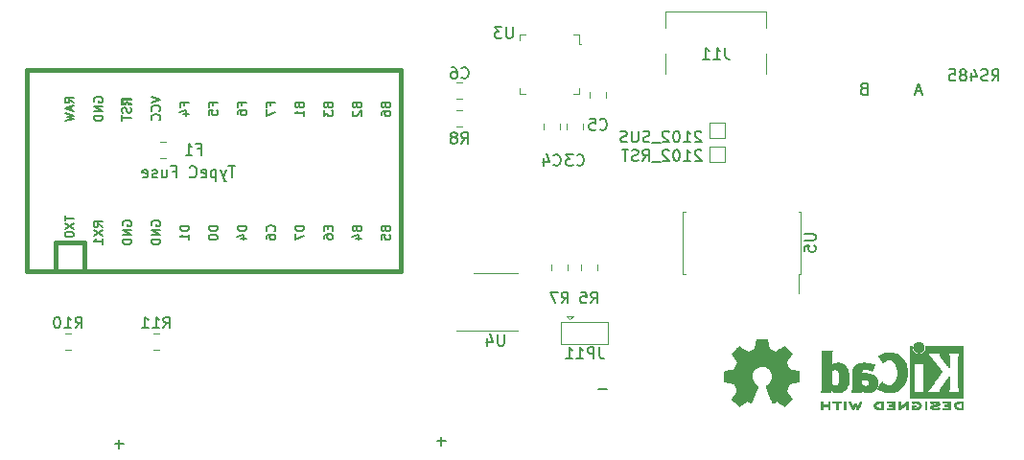
<source format=gbr>
%TF.GenerationSoftware,KiCad,Pcbnew,(5.1.6)-1*%
%TF.CreationDate,2021-01-14T00:20:57+08:00*%
%TF.ProjectId,micro-mp,6d696372-6f2d-46d7-902e-6b696361645f,v0.4*%
%TF.SameCoordinates,Original*%
%TF.FileFunction,Legend,Bot*%
%TF.FilePolarity,Positive*%
%FSLAX46Y46*%
G04 Gerber Fmt 4.6, Leading zero omitted, Abs format (unit mm)*
G04 Created by KiCad (PCBNEW (5.1.6)-1) date 2021-01-14 00:20:57*
%MOMM*%
%LPD*%
G01*
G04 APERTURE LIST*
%ADD10C,0.150000*%
%ADD11C,0.381000*%
%ADD12C,0.120000*%
%ADD13C,0.010000*%
%ADD14C,0.100000*%
G04 APERTURE END LIST*
D10*
X122742857Y-84252380D02*
X122171428Y-84252380D01*
X122457142Y-85252380D02*
X122457142Y-84252380D01*
X121933333Y-84585714D02*
X121695238Y-85252380D01*
X121457142Y-84585714D02*
X121695238Y-85252380D01*
X121790476Y-85490476D01*
X121838095Y-85538095D01*
X121933333Y-85585714D01*
X121076190Y-84585714D02*
X121076190Y-85585714D01*
X121076190Y-84633333D02*
X120980952Y-84585714D01*
X120790476Y-84585714D01*
X120695238Y-84633333D01*
X120647619Y-84680952D01*
X120600000Y-84776190D01*
X120600000Y-85061904D01*
X120647619Y-85157142D01*
X120695238Y-85204761D01*
X120790476Y-85252380D01*
X120980952Y-85252380D01*
X121076190Y-85204761D01*
X119790476Y-85204761D02*
X119885714Y-85252380D01*
X120076190Y-85252380D01*
X120171428Y-85204761D01*
X120219047Y-85109523D01*
X120219047Y-84728571D01*
X120171428Y-84633333D01*
X120076190Y-84585714D01*
X119885714Y-84585714D01*
X119790476Y-84633333D01*
X119742857Y-84728571D01*
X119742857Y-84823809D01*
X120219047Y-84919047D01*
X118742857Y-85157142D02*
X118790476Y-85204761D01*
X118933333Y-85252380D01*
X119028571Y-85252380D01*
X119171428Y-85204761D01*
X119266666Y-85109523D01*
X119314285Y-85014285D01*
X119361904Y-84823809D01*
X119361904Y-84680952D01*
X119314285Y-84490476D01*
X119266666Y-84395238D01*
X119171428Y-84300000D01*
X119028571Y-84252380D01*
X118933333Y-84252380D01*
X118790476Y-84300000D01*
X118742857Y-84347619D01*
X117219047Y-84728571D02*
X117552380Y-84728571D01*
X117552380Y-85252380D02*
X117552380Y-84252380D01*
X117076190Y-84252380D01*
X116266666Y-84585714D02*
X116266666Y-85252380D01*
X116695238Y-84585714D02*
X116695238Y-85109523D01*
X116647619Y-85204761D01*
X116552380Y-85252380D01*
X116409523Y-85252380D01*
X116314285Y-85204761D01*
X116266666Y-85157142D01*
X115838095Y-85204761D02*
X115742857Y-85252380D01*
X115552380Y-85252380D01*
X115457142Y-85204761D01*
X115409523Y-85109523D01*
X115409523Y-85061904D01*
X115457142Y-84966666D01*
X115552380Y-84919047D01*
X115695238Y-84919047D01*
X115790476Y-84871428D01*
X115838095Y-84776190D01*
X115838095Y-84728571D01*
X115790476Y-84633333D01*
X115695238Y-84585714D01*
X115552380Y-84585714D01*
X115457142Y-84633333D01*
X114600000Y-85204761D02*
X114695238Y-85252380D01*
X114885714Y-85252380D01*
X114980952Y-85204761D01*
X115028571Y-85109523D01*
X115028571Y-84728571D01*
X114980952Y-84633333D01*
X114885714Y-84585714D01*
X114695238Y-84585714D01*
X114600000Y-84633333D01*
X114552380Y-84728571D01*
X114552380Y-84823809D01*
X115028571Y-84919047D01*
X163912023Y-81222619D02*
X163864404Y-81175000D01*
X163769166Y-81127380D01*
X163531071Y-81127380D01*
X163435833Y-81175000D01*
X163388214Y-81222619D01*
X163340595Y-81317857D01*
X163340595Y-81413095D01*
X163388214Y-81555952D01*
X163959642Y-82127380D01*
X163340595Y-82127380D01*
X162388214Y-82127380D02*
X162959642Y-82127380D01*
X162673928Y-82127380D02*
X162673928Y-81127380D01*
X162769166Y-81270238D01*
X162864404Y-81365476D01*
X162959642Y-81413095D01*
X161769166Y-81127380D02*
X161673928Y-81127380D01*
X161578690Y-81175000D01*
X161531071Y-81222619D01*
X161483452Y-81317857D01*
X161435833Y-81508333D01*
X161435833Y-81746428D01*
X161483452Y-81936904D01*
X161531071Y-82032142D01*
X161578690Y-82079761D01*
X161673928Y-82127380D01*
X161769166Y-82127380D01*
X161864404Y-82079761D01*
X161912023Y-82032142D01*
X161959642Y-81936904D01*
X162007261Y-81746428D01*
X162007261Y-81508333D01*
X161959642Y-81317857D01*
X161912023Y-81222619D01*
X161864404Y-81175000D01*
X161769166Y-81127380D01*
X161054880Y-81222619D02*
X161007261Y-81175000D01*
X160912023Y-81127380D01*
X160673928Y-81127380D01*
X160578690Y-81175000D01*
X160531071Y-81222619D01*
X160483452Y-81317857D01*
X160483452Y-81413095D01*
X160531071Y-81555952D01*
X161102500Y-82127380D01*
X160483452Y-82127380D01*
X160292976Y-82222619D02*
X159531071Y-82222619D01*
X159340595Y-82079761D02*
X159197738Y-82127380D01*
X158959642Y-82127380D01*
X158864404Y-82079761D01*
X158816785Y-82032142D01*
X158769166Y-81936904D01*
X158769166Y-81841666D01*
X158816785Y-81746428D01*
X158864404Y-81698809D01*
X158959642Y-81651190D01*
X159150119Y-81603571D01*
X159245357Y-81555952D01*
X159292976Y-81508333D01*
X159340595Y-81413095D01*
X159340595Y-81317857D01*
X159292976Y-81222619D01*
X159245357Y-81175000D01*
X159150119Y-81127380D01*
X158912023Y-81127380D01*
X158769166Y-81175000D01*
X158340595Y-81127380D02*
X158340595Y-81936904D01*
X158292976Y-82032142D01*
X158245357Y-82079761D01*
X158150119Y-82127380D01*
X157959642Y-82127380D01*
X157864404Y-82079761D01*
X157816785Y-82032142D01*
X157769166Y-81936904D01*
X157769166Y-81127380D01*
X157340595Y-82079761D02*
X157197738Y-82127380D01*
X156959642Y-82127380D01*
X156864404Y-82079761D01*
X156816785Y-82032142D01*
X156769166Y-81936904D01*
X156769166Y-81841666D01*
X156816785Y-81746428D01*
X156864404Y-81698809D01*
X156959642Y-81651190D01*
X157150119Y-81603571D01*
X157245357Y-81555952D01*
X157292976Y-81508333D01*
X157340595Y-81413095D01*
X157340595Y-81317857D01*
X157292976Y-81222619D01*
X157245357Y-81175000D01*
X157150119Y-81127380D01*
X156912023Y-81127380D01*
X156769166Y-81175000D01*
X163912023Y-82872619D02*
X163864404Y-82825000D01*
X163769166Y-82777380D01*
X163531071Y-82777380D01*
X163435833Y-82825000D01*
X163388214Y-82872619D01*
X163340595Y-82967857D01*
X163340595Y-83063095D01*
X163388214Y-83205952D01*
X163959642Y-83777380D01*
X163340595Y-83777380D01*
X162388214Y-83777380D02*
X162959642Y-83777380D01*
X162673928Y-83777380D02*
X162673928Y-82777380D01*
X162769166Y-82920238D01*
X162864404Y-83015476D01*
X162959642Y-83063095D01*
X161769166Y-82777380D02*
X161673928Y-82777380D01*
X161578690Y-82825000D01*
X161531071Y-82872619D01*
X161483452Y-82967857D01*
X161435833Y-83158333D01*
X161435833Y-83396428D01*
X161483452Y-83586904D01*
X161531071Y-83682142D01*
X161578690Y-83729761D01*
X161673928Y-83777380D01*
X161769166Y-83777380D01*
X161864404Y-83729761D01*
X161912023Y-83682142D01*
X161959642Y-83586904D01*
X162007261Y-83396428D01*
X162007261Y-83158333D01*
X161959642Y-82967857D01*
X161912023Y-82872619D01*
X161864404Y-82825000D01*
X161769166Y-82777380D01*
X161054880Y-82872619D02*
X161007261Y-82825000D01*
X160912023Y-82777380D01*
X160673928Y-82777380D01*
X160578690Y-82825000D01*
X160531071Y-82872619D01*
X160483452Y-82967857D01*
X160483452Y-83063095D01*
X160531071Y-83205952D01*
X161102500Y-83777380D01*
X160483452Y-83777380D01*
X160292976Y-83872619D02*
X159531071Y-83872619D01*
X158721547Y-83777380D02*
X159054880Y-83301190D01*
X159292976Y-83777380D02*
X159292976Y-82777380D01*
X158912023Y-82777380D01*
X158816785Y-82825000D01*
X158769166Y-82872619D01*
X158721547Y-82967857D01*
X158721547Y-83110714D01*
X158769166Y-83205952D01*
X158816785Y-83253571D01*
X158912023Y-83301190D01*
X159292976Y-83301190D01*
X158340595Y-83729761D02*
X158197738Y-83777380D01*
X157959642Y-83777380D01*
X157864404Y-83729761D01*
X157816785Y-83682142D01*
X157769166Y-83586904D01*
X157769166Y-83491666D01*
X157816785Y-83396428D01*
X157864404Y-83348809D01*
X157959642Y-83301190D01*
X158150119Y-83253571D01*
X158245357Y-83205952D01*
X158292976Y-83158333D01*
X158340595Y-83063095D01*
X158340595Y-82967857D01*
X158292976Y-82872619D01*
X158245357Y-82825000D01*
X158150119Y-82777380D01*
X157912023Y-82777380D01*
X157769166Y-82825000D01*
X157483452Y-82777380D02*
X156912023Y-82777380D01*
X157197738Y-83777380D02*
X157197738Y-82777380D01*
X155574952Y-103957428D02*
X154813047Y-103957428D01*
X141350952Y-108529428D02*
X140589047Y-108529428D01*
X140970000Y-108910380D02*
X140970000Y-108148476D01*
X189595238Y-76702380D02*
X189928571Y-76226190D01*
X190166666Y-76702380D02*
X190166666Y-75702380D01*
X189785714Y-75702380D01*
X189690476Y-75750000D01*
X189642857Y-75797619D01*
X189595238Y-75892857D01*
X189595238Y-76035714D01*
X189642857Y-76130952D01*
X189690476Y-76178571D01*
X189785714Y-76226190D01*
X190166666Y-76226190D01*
X189214285Y-76654761D02*
X189071428Y-76702380D01*
X188833333Y-76702380D01*
X188738095Y-76654761D01*
X188690476Y-76607142D01*
X188642857Y-76511904D01*
X188642857Y-76416666D01*
X188690476Y-76321428D01*
X188738095Y-76273809D01*
X188833333Y-76226190D01*
X189023809Y-76178571D01*
X189119047Y-76130952D01*
X189166666Y-76083333D01*
X189214285Y-75988095D01*
X189214285Y-75892857D01*
X189166666Y-75797619D01*
X189119047Y-75750000D01*
X189023809Y-75702380D01*
X188785714Y-75702380D01*
X188642857Y-75750000D01*
X187785714Y-76035714D02*
X187785714Y-76702380D01*
X188023809Y-75654761D02*
X188261904Y-76369047D01*
X187642857Y-76369047D01*
X187119047Y-76130952D02*
X187214285Y-76083333D01*
X187261904Y-76035714D01*
X187309523Y-75940476D01*
X187309523Y-75892857D01*
X187261904Y-75797619D01*
X187214285Y-75750000D01*
X187119047Y-75702380D01*
X186928571Y-75702380D01*
X186833333Y-75750000D01*
X186785714Y-75797619D01*
X186738095Y-75892857D01*
X186738095Y-75940476D01*
X186785714Y-76035714D01*
X186833333Y-76083333D01*
X186928571Y-76130952D01*
X187119047Y-76130952D01*
X187214285Y-76178571D01*
X187261904Y-76226190D01*
X187309523Y-76321428D01*
X187309523Y-76511904D01*
X187261904Y-76607142D01*
X187214285Y-76654761D01*
X187119047Y-76702380D01*
X186928571Y-76702380D01*
X186833333Y-76654761D01*
X186785714Y-76607142D01*
X186738095Y-76511904D01*
X186738095Y-76321428D01*
X186785714Y-76226190D01*
X186833333Y-76178571D01*
X186928571Y-76130952D01*
X185833333Y-75702380D02*
X186309523Y-75702380D01*
X186357142Y-76178571D01*
X186309523Y-76130952D01*
X186214285Y-76083333D01*
X185976190Y-76083333D01*
X185880952Y-76130952D01*
X185833333Y-76178571D01*
X185785714Y-76273809D01*
X185785714Y-76511904D01*
X185833333Y-76607142D01*
X185880952Y-76654761D01*
X185976190Y-76702380D01*
X186214285Y-76702380D01*
X186309523Y-76654761D01*
X186357142Y-76607142D01*
X183372095Y-77636666D02*
X182895904Y-77636666D01*
X183467333Y-77922380D02*
X183134000Y-76922380D01*
X182800666Y-77922380D01*
X178236571Y-77398571D02*
X178093714Y-77446190D01*
X178046095Y-77493809D01*
X177998476Y-77589047D01*
X177998476Y-77731904D01*
X178046095Y-77827142D01*
X178093714Y-77874761D01*
X178188952Y-77922380D01*
X178569904Y-77922380D01*
X178569904Y-76922380D01*
X178236571Y-76922380D01*
X178141333Y-76970000D01*
X178093714Y-77017619D01*
X178046095Y-77112857D01*
X178046095Y-77208095D01*
X178093714Y-77303333D01*
X178141333Y-77350952D01*
X178236571Y-77398571D01*
X178569904Y-77398571D01*
X112902952Y-108783428D02*
X112141047Y-108783428D01*
X112522000Y-109164380D02*
X112522000Y-108402476D01*
D11*
%TO.C,U1*%
X106871000Y-90996000D02*
X106871000Y-93536000D01*
X104331000Y-75756000D02*
X104331000Y-93536000D01*
X104331000Y-93536000D02*
X137351000Y-93536000D01*
X137351000Y-93536000D02*
X137351000Y-75756000D01*
X137351000Y-75756000D02*
X104331000Y-75756000D01*
D10*
G36*
X112760030Y-78801365D02*
G01*
X112860030Y-78801365D01*
X112860030Y-78301365D01*
X112760030Y-78301365D01*
X112760030Y-78801365D01*
G37*
X112760030Y-78801365D02*
X112860030Y-78801365D01*
X112860030Y-78301365D01*
X112760030Y-78301365D01*
X112760030Y-78801365D01*
G36*
X112760030Y-78801365D02*
G01*
X113060030Y-78801365D01*
X113060030Y-78701365D01*
X112760030Y-78701365D01*
X112760030Y-78801365D01*
G37*
X112760030Y-78801365D02*
X113060030Y-78801365D01*
X113060030Y-78701365D01*
X112760030Y-78701365D01*
X112760030Y-78801365D01*
G36*
X113360030Y-78801365D02*
G01*
X113560030Y-78801365D01*
X113560030Y-78701365D01*
X113360030Y-78701365D01*
X113360030Y-78801365D01*
G37*
X113360030Y-78801365D02*
X113560030Y-78801365D01*
X113560030Y-78701365D01*
X113360030Y-78701365D01*
X113360030Y-78801365D01*
G36*
X112760030Y-78401365D02*
G01*
X113560030Y-78401365D01*
X113560030Y-78301365D01*
X112760030Y-78301365D01*
X112760030Y-78401365D01*
G37*
X112760030Y-78401365D02*
X113560030Y-78401365D01*
X113560030Y-78301365D01*
X112760030Y-78301365D01*
X112760030Y-78401365D01*
G36*
X113160030Y-78601365D02*
G01*
X113260030Y-78601365D01*
X113260030Y-78501365D01*
X113160030Y-78501365D01*
X113160030Y-78601365D01*
G37*
X113160030Y-78601365D02*
X113260030Y-78601365D01*
X113260030Y-78501365D01*
X113160030Y-78501365D01*
X113160030Y-78601365D01*
D11*
X106871000Y-90996000D02*
X109411000Y-90996000D01*
X109411000Y-90996000D02*
X109411000Y-93536000D01*
D12*
%TO.C,R11*%
X115513748Y-100460000D02*
X116036252Y-100460000D01*
X115513748Y-99040000D02*
X116036252Y-99040000D01*
%TO.C,R10*%
X108261252Y-99040000D02*
X107738748Y-99040000D01*
X108261252Y-100460000D02*
X107738748Y-100460000D01*
D13*
%TO.C,REF\u002A\u002A*%
G36*
X183696400Y-100239054D02*
G01*
X183685535Y-100352993D01*
X183653918Y-100460616D01*
X183603015Y-100559615D01*
X183534293Y-100647684D01*
X183449219Y-100722516D01*
X183352232Y-100780384D01*
X183245964Y-100820005D01*
X183138950Y-100838573D01*
X183033300Y-100837434D01*
X182931125Y-100817930D01*
X182834534Y-100781406D01*
X182745638Y-100729205D01*
X182666546Y-100662673D01*
X182599369Y-100583152D01*
X182546217Y-100491987D01*
X182509199Y-100390523D01*
X182490427Y-100280102D01*
X182488489Y-100230206D01*
X182488489Y-100142267D01*
X182436560Y-100142267D01*
X182400253Y-100145111D01*
X182373355Y-100156911D01*
X182346249Y-100180649D01*
X182307867Y-100219031D01*
X182307867Y-102410602D01*
X182307876Y-102672739D01*
X182307908Y-102913241D01*
X182307972Y-103133048D01*
X182308076Y-103333101D01*
X182308227Y-103514344D01*
X182308434Y-103677716D01*
X182308706Y-103824160D01*
X182309050Y-103954617D01*
X182309474Y-104070029D01*
X182309987Y-104171338D01*
X182310597Y-104259484D01*
X182311312Y-104335410D01*
X182312140Y-104400057D01*
X182313089Y-104454367D01*
X182314167Y-104499280D01*
X182315383Y-104535740D01*
X182316745Y-104564687D01*
X182318261Y-104587063D01*
X182319938Y-104603809D01*
X182321786Y-104615868D01*
X182323813Y-104624180D01*
X182326025Y-104629687D01*
X182327108Y-104631537D01*
X182331271Y-104638549D01*
X182334805Y-104644996D01*
X182338635Y-104650900D01*
X182343682Y-104656286D01*
X182350871Y-104661178D01*
X182361123Y-104665598D01*
X182375364Y-104669572D01*
X182394514Y-104673121D01*
X182419499Y-104676270D01*
X182451240Y-104679042D01*
X182490662Y-104681461D01*
X182538686Y-104683551D01*
X182596237Y-104685335D01*
X182664237Y-104686837D01*
X182743610Y-104688080D01*
X182835279Y-104689089D01*
X182940166Y-104689885D01*
X183059196Y-104690494D01*
X183193290Y-104690939D01*
X183343373Y-104691243D01*
X183510367Y-104691430D01*
X183695196Y-104691524D01*
X183898783Y-104691548D01*
X184122050Y-104691525D01*
X184365922Y-104691480D01*
X184631321Y-104691437D01*
X184669704Y-104691432D01*
X184936682Y-104691389D01*
X185182002Y-104691318D01*
X185406583Y-104691213D01*
X185611345Y-104691066D01*
X185797206Y-104690869D01*
X185965088Y-104690616D01*
X186115908Y-104690300D01*
X186250587Y-104689913D01*
X186370044Y-104689447D01*
X186475199Y-104688897D01*
X186566971Y-104688253D01*
X186646279Y-104687511D01*
X186714043Y-104686661D01*
X186771182Y-104685697D01*
X186818617Y-104684611D01*
X186857266Y-104683397D01*
X186888049Y-104682047D01*
X186911885Y-104680555D01*
X186929694Y-104678911D01*
X186942395Y-104677111D01*
X186950908Y-104675145D01*
X186955266Y-104673477D01*
X186963728Y-104669906D01*
X186971497Y-104667270D01*
X186978602Y-104664634D01*
X186985073Y-104661062D01*
X186990939Y-104655621D01*
X186996229Y-104647375D01*
X187000974Y-104635390D01*
X187005202Y-104618731D01*
X187008943Y-104596463D01*
X187012227Y-104567652D01*
X187015083Y-104531363D01*
X187017540Y-104486661D01*
X187019629Y-104432611D01*
X187021378Y-104368279D01*
X187022817Y-104292730D01*
X187023976Y-104205030D01*
X187024883Y-104104243D01*
X187025569Y-103989434D01*
X187026063Y-103859670D01*
X187026395Y-103714015D01*
X187026593Y-103551535D01*
X187026687Y-103371295D01*
X187026708Y-103172360D01*
X187026685Y-102953796D01*
X187026646Y-102714668D01*
X187026622Y-102454040D01*
X187026622Y-102411889D01*
X187026636Y-102148992D01*
X187026661Y-101907732D01*
X187026671Y-101687165D01*
X187026642Y-101486352D01*
X187026548Y-101304349D01*
X187026362Y-101140216D01*
X187026059Y-100993011D01*
X187025614Y-100861792D01*
X187025034Y-100751867D01*
X186722197Y-100751867D01*
X186682407Y-100809711D01*
X186671236Y-100825479D01*
X186661166Y-100839441D01*
X186652138Y-100852784D01*
X186644097Y-100866693D01*
X186636986Y-100882356D01*
X186630747Y-100900958D01*
X186625325Y-100923686D01*
X186620662Y-100951727D01*
X186616701Y-100986267D01*
X186613385Y-101028492D01*
X186610659Y-101079589D01*
X186608464Y-101140744D01*
X186606745Y-101213144D01*
X186605444Y-101297975D01*
X186604505Y-101396422D01*
X186603870Y-101509674D01*
X186603484Y-101638916D01*
X186603288Y-101785334D01*
X186603227Y-101950116D01*
X186603243Y-102134447D01*
X186603280Y-102339513D01*
X186603289Y-102462133D01*
X186603265Y-102679082D01*
X186603231Y-102874642D01*
X186603243Y-103049999D01*
X186603358Y-103206341D01*
X186603630Y-103344857D01*
X186604118Y-103466734D01*
X186604876Y-103573160D01*
X186605962Y-103665322D01*
X186607431Y-103744409D01*
X186609340Y-103811608D01*
X186611744Y-103868107D01*
X186614701Y-103915093D01*
X186618266Y-103953755D01*
X186622495Y-103985280D01*
X186627446Y-104010855D01*
X186633173Y-104031670D01*
X186639733Y-104048911D01*
X186647183Y-104063765D01*
X186655579Y-104077422D01*
X186664976Y-104091069D01*
X186675432Y-104105893D01*
X186681523Y-104114783D01*
X186720296Y-104172400D01*
X186188732Y-104172400D01*
X186065483Y-104172365D01*
X185962987Y-104172215D01*
X185879420Y-104171878D01*
X185812956Y-104171286D01*
X185761771Y-104170367D01*
X185724041Y-104169051D01*
X185697940Y-104167269D01*
X185681644Y-104164951D01*
X185673328Y-104162026D01*
X185671168Y-104158424D01*
X185673339Y-104154075D01*
X185674535Y-104152645D01*
X185699685Y-104115573D01*
X185725583Y-104062772D01*
X185749192Y-104000770D01*
X185757461Y-103974357D01*
X185762078Y-103956416D01*
X185765979Y-103935355D01*
X185769248Y-103909089D01*
X185771966Y-103875532D01*
X185774215Y-103832599D01*
X185776077Y-103778204D01*
X185777636Y-103710262D01*
X185778972Y-103626688D01*
X185780169Y-103525395D01*
X185781308Y-103404300D01*
X185781685Y-103359600D01*
X185782702Y-103234449D01*
X185783460Y-103130082D01*
X185783903Y-103044707D01*
X185783970Y-102976533D01*
X185783605Y-102923765D01*
X185782748Y-102884614D01*
X185781341Y-102857285D01*
X185779325Y-102839986D01*
X185776643Y-102830926D01*
X185773236Y-102828312D01*
X185769044Y-102830351D01*
X185764571Y-102834667D01*
X185754216Y-102847602D01*
X185732158Y-102876676D01*
X185699957Y-102919759D01*
X185659174Y-102974718D01*
X185611370Y-103039423D01*
X185558105Y-103111742D01*
X185500940Y-103189544D01*
X185441437Y-103270698D01*
X185381155Y-103353072D01*
X185321655Y-103434536D01*
X185264498Y-103512957D01*
X185211245Y-103586204D01*
X185163457Y-103652147D01*
X185122693Y-103708654D01*
X185090516Y-103753593D01*
X185068485Y-103784834D01*
X185063917Y-103791466D01*
X185040996Y-103828369D01*
X185014188Y-103876359D01*
X184988789Y-103925897D01*
X184985568Y-103932577D01*
X184963890Y-103980772D01*
X184951304Y-104018334D01*
X184945574Y-104054160D01*
X184944456Y-104096200D01*
X184945090Y-104172400D01*
X183790651Y-104172400D01*
X183881815Y-104078669D01*
X183928612Y-104028775D01*
X183978899Y-103972295D01*
X184024944Y-103918026D01*
X184045369Y-103892673D01*
X184075807Y-103853128D01*
X184115862Y-103799916D01*
X184164361Y-103734667D01*
X184220135Y-103659011D01*
X184282011Y-103574577D01*
X184348819Y-103482994D01*
X184419387Y-103385892D01*
X184492545Y-103284901D01*
X184567121Y-103181650D01*
X184641944Y-103077768D01*
X184715843Y-102974885D01*
X184787646Y-102874631D01*
X184856184Y-102778636D01*
X184920284Y-102688527D01*
X184978775Y-102605936D01*
X185030486Y-102532492D01*
X185074247Y-102469824D01*
X185108885Y-102419561D01*
X185133230Y-102383334D01*
X185146111Y-102362771D01*
X185147869Y-102358668D01*
X185139910Y-102347342D01*
X185119115Y-102320162D01*
X185086847Y-102278829D01*
X185044470Y-102225044D01*
X184993347Y-102160506D01*
X184934841Y-102086918D01*
X184870314Y-102005978D01*
X184801131Y-101919388D01*
X184728653Y-101828848D01*
X184654246Y-101736060D01*
X184594517Y-101661702D01*
X183583511Y-101661702D01*
X183577602Y-101674659D01*
X183563272Y-101696908D01*
X183562225Y-101698391D01*
X183543438Y-101728544D01*
X183523791Y-101765375D01*
X183519892Y-101773511D01*
X183516356Y-101781940D01*
X183513230Y-101792059D01*
X183510486Y-101805260D01*
X183508092Y-101822938D01*
X183506019Y-101846484D01*
X183504235Y-101877293D01*
X183502712Y-101916757D01*
X183501419Y-101966269D01*
X183500326Y-102027223D01*
X183499403Y-102101011D01*
X183498619Y-102189028D01*
X183497945Y-102292665D01*
X183497350Y-102413316D01*
X183496805Y-102552374D01*
X183496279Y-102711232D01*
X183495745Y-102890089D01*
X183495206Y-103075207D01*
X183494772Y-103239145D01*
X183494509Y-103383303D01*
X183494484Y-103509079D01*
X183494765Y-103617871D01*
X183495419Y-103711077D01*
X183496514Y-103790097D01*
X183498118Y-103856328D01*
X183500297Y-103911170D01*
X183503119Y-103956021D01*
X183506651Y-103992278D01*
X183510961Y-104021341D01*
X183516117Y-104044609D01*
X183522185Y-104063479D01*
X183529233Y-104079351D01*
X183537329Y-104093622D01*
X183546540Y-104107691D01*
X183555040Y-104120158D01*
X183572176Y-104146452D01*
X183582322Y-104164037D01*
X183583511Y-104167257D01*
X183572604Y-104168334D01*
X183541411Y-104169335D01*
X183492223Y-104170235D01*
X183427333Y-104171010D01*
X183349030Y-104171637D01*
X183259607Y-104172091D01*
X183161356Y-104172349D01*
X183092445Y-104172400D01*
X182987452Y-104172180D01*
X182890610Y-104171548D01*
X182804107Y-104170549D01*
X182730132Y-104169227D01*
X182670874Y-104167626D01*
X182628520Y-104165791D01*
X182605260Y-104163765D01*
X182601378Y-104162493D01*
X182609076Y-104147591D01*
X182617074Y-104139560D01*
X182630246Y-104122434D01*
X182647485Y-104092183D01*
X182659407Y-104067622D01*
X182686045Y-104008711D01*
X182689120Y-102831845D01*
X182692195Y-101654978D01*
X183137853Y-101654978D01*
X183235670Y-101655142D01*
X183326064Y-101655611D01*
X183406630Y-101656347D01*
X183474962Y-101657316D01*
X183528656Y-101658480D01*
X183565305Y-101659803D01*
X183582504Y-101661249D01*
X183583511Y-101661702D01*
X184594517Y-101661702D01*
X184579270Y-101642722D01*
X184505090Y-101550537D01*
X184433069Y-101461204D01*
X184364569Y-101376424D01*
X184300955Y-101297898D01*
X184243588Y-101227326D01*
X184193833Y-101166409D01*
X184153052Y-101116847D01*
X184135888Y-101096178D01*
X184049596Y-100995516D01*
X183972997Y-100912259D01*
X183904183Y-100844438D01*
X183841248Y-100790089D01*
X183831867Y-100782722D01*
X183792356Y-100752117D01*
X184924116Y-100751867D01*
X184918827Y-100799844D01*
X184922130Y-100857188D01*
X184943661Y-100925463D01*
X184983635Y-101005212D01*
X185028943Y-101077495D01*
X185045161Y-101100140D01*
X185073214Y-101137696D01*
X185111430Y-101188021D01*
X185158137Y-101248973D01*
X185211661Y-101318411D01*
X185270331Y-101394194D01*
X185332475Y-101474180D01*
X185396421Y-101556228D01*
X185460495Y-101638196D01*
X185523027Y-101717943D01*
X185582343Y-101793327D01*
X185636771Y-101862207D01*
X185684639Y-101922442D01*
X185724275Y-101971889D01*
X185754006Y-102008408D01*
X185772161Y-102029858D01*
X185775220Y-102033156D01*
X185778079Y-102025149D01*
X185780293Y-101994855D01*
X185781857Y-101942556D01*
X185782767Y-101868531D01*
X185783020Y-101773063D01*
X185782613Y-101656434D01*
X185781704Y-101536445D01*
X185780382Y-101404333D01*
X185778857Y-101292594D01*
X185776881Y-101199025D01*
X185774206Y-101121419D01*
X185770582Y-101057574D01*
X185765761Y-101005283D01*
X185759494Y-100962344D01*
X185751532Y-100926551D01*
X185741627Y-100895700D01*
X185729531Y-100867586D01*
X185714993Y-100840005D01*
X185700311Y-100814966D01*
X185662314Y-100751867D01*
X186722197Y-100751867D01*
X187025034Y-100751867D01*
X187025001Y-100745617D01*
X187024195Y-100643544D01*
X187023170Y-100554633D01*
X187021900Y-100477941D01*
X187020360Y-100412527D01*
X187018524Y-100357449D01*
X187016367Y-100311765D01*
X187013863Y-100274534D01*
X187010987Y-100244813D01*
X187007713Y-100221662D01*
X187004015Y-100204139D01*
X186999869Y-100191301D01*
X186995247Y-100182208D01*
X186990126Y-100175918D01*
X186984478Y-100171488D01*
X186978279Y-100167978D01*
X186971504Y-100164445D01*
X186965508Y-100160876D01*
X186960275Y-100158300D01*
X186952099Y-100155972D01*
X186939886Y-100153878D01*
X186922541Y-100152007D01*
X186898969Y-100150347D01*
X186868077Y-100148884D01*
X186828768Y-100147608D01*
X186779950Y-100146504D01*
X186720527Y-100145561D01*
X186649404Y-100144767D01*
X186565488Y-100144109D01*
X186467683Y-100143575D01*
X186354894Y-100143153D01*
X186226029Y-100142829D01*
X186079991Y-100142592D01*
X185915686Y-100142430D01*
X185732020Y-100142330D01*
X185527897Y-100142280D01*
X185316753Y-100142267D01*
X183696400Y-100142267D01*
X183696400Y-100239054D01*
G37*
X183696400Y-100239054D02*
X183685535Y-100352993D01*
X183653918Y-100460616D01*
X183603015Y-100559615D01*
X183534293Y-100647684D01*
X183449219Y-100722516D01*
X183352232Y-100780384D01*
X183245964Y-100820005D01*
X183138950Y-100838573D01*
X183033300Y-100837434D01*
X182931125Y-100817930D01*
X182834534Y-100781406D01*
X182745638Y-100729205D01*
X182666546Y-100662673D01*
X182599369Y-100583152D01*
X182546217Y-100491987D01*
X182509199Y-100390523D01*
X182490427Y-100280102D01*
X182488489Y-100230206D01*
X182488489Y-100142267D01*
X182436560Y-100142267D01*
X182400253Y-100145111D01*
X182373355Y-100156911D01*
X182346249Y-100180649D01*
X182307867Y-100219031D01*
X182307867Y-102410602D01*
X182307876Y-102672739D01*
X182307908Y-102913241D01*
X182307972Y-103133048D01*
X182308076Y-103333101D01*
X182308227Y-103514344D01*
X182308434Y-103677716D01*
X182308706Y-103824160D01*
X182309050Y-103954617D01*
X182309474Y-104070029D01*
X182309987Y-104171338D01*
X182310597Y-104259484D01*
X182311312Y-104335410D01*
X182312140Y-104400057D01*
X182313089Y-104454367D01*
X182314167Y-104499280D01*
X182315383Y-104535740D01*
X182316745Y-104564687D01*
X182318261Y-104587063D01*
X182319938Y-104603809D01*
X182321786Y-104615868D01*
X182323813Y-104624180D01*
X182326025Y-104629687D01*
X182327108Y-104631537D01*
X182331271Y-104638549D01*
X182334805Y-104644996D01*
X182338635Y-104650900D01*
X182343682Y-104656286D01*
X182350871Y-104661178D01*
X182361123Y-104665598D01*
X182375364Y-104669572D01*
X182394514Y-104673121D01*
X182419499Y-104676270D01*
X182451240Y-104679042D01*
X182490662Y-104681461D01*
X182538686Y-104683551D01*
X182596237Y-104685335D01*
X182664237Y-104686837D01*
X182743610Y-104688080D01*
X182835279Y-104689089D01*
X182940166Y-104689885D01*
X183059196Y-104690494D01*
X183193290Y-104690939D01*
X183343373Y-104691243D01*
X183510367Y-104691430D01*
X183695196Y-104691524D01*
X183898783Y-104691548D01*
X184122050Y-104691525D01*
X184365922Y-104691480D01*
X184631321Y-104691437D01*
X184669704Y-104691432D01*
X184936682Y-104691389D01*
X185182002Y-104691318D01*
X185406583Y-104691213D01*
X185611345Y-104691066D01*
X185797206Y-104690869D01*
X185965088Y-104690616D01*
X186115908Y-104690300D01*
X186250587Y-104689913D01*
X186370044Y-104689447D01*
X186475199Y-104688897D01*
X186566971Y-104688253D01*
X186646279Y-104687511D01*
X186714043Y-104686661D01*
X186771182Y-104685697D01*
X186818617Y-104684611D01*
X186857266Y-104683397D01*
X186888049Y-104682047D01*
X186911885Y-104680555D01*
X186929694Y-104678911D01*
X186942395Y-104677111D01*
X186950908Y-104675145D01*
X186955266Y-104673477D01*
X186963728Y-104669906D01*
X186971497Y-104667270D01*
X186978602Y-104664634D01*
X186985073Y-104661062D01*
X186990939Y-104655621D01*
X186996229Y-104647375D01*
X187000974Y-104635390D01*
X187005202Y-104618731D01*
X187008943Y-104596463D01*
X187012227Y-104567652D01*
X187015083Y-104531363D01*
X187017540Y-104486661D01*
X187019629Y-104432611D01*
X187021378Y-104368279D01*
X187022817Y-104292730D01*
X187023976Y-104205030D01*
X187024883Y-104104243D01*
X187025569Y-103989434D01*
X187026063Y-103859670D01*
X187026395Y-103714015D01*
X187026593Y-103551535D01*
X187026687Y-103371295D01*
X187026708Y-103172360D01*
X187026685Y-102953796D01*
X187026646Y-102714668D01*
X187026622Y-102454040D01*
X187026622Y-102411889D01*
X187026636Y-102148992D01*
X187026661Y-101907732D01*
X187026671Y-101687165D01*
X187026642Y-101486352D01*
X187026548Y-101304349D01*
X187026362Y-101140216D01*
X187026059Y-100993011D01*
X187025614Y-100861792D01*
X187025034Y-100751867D01*
X186722197Y-100751867D01*
X186682407Y-100809711D01*
X186671236Y-100825479D01*
X186661166Y-100839441D01*
X186652138Y-100852784D01*
X186644097Y-100866693D01*
X186636986Y-100882356D01*
X186630747Y-100900958D01*
X186625325Y-100923686D01*
X186620662Y-100951727D01*
X186616701Y-100986267D01*
X186613385Y-101028492D01*
X186610659Y-101079589D01*
X186608464Y-101140744D01*
X186606745Y-101213144D01*
X186605444Y-101297975D01*
X186604505Y-101396422D01*
X186603870Y-101509674D01*
X186603484Y-101638916D01*
X186603288Y-101785334D01*
X186603227Y-101950116D01*
X186603243Y-102134447D01*
X186603280Y-102339513D01*
X186603289Y-102462133D01*
X186603265Y-102679082D01*
X186603231Y-102874642D01*
X186603243Y-103049999D01*
X186603358Y-103206341D01*
X186603630Y-103344857D01*
X186604118Y-103466734D01*
X186604876Y-103573160D01*
X186605962Y-103665322D01*
X186607431Y-103744409D01*
X186609340Y-103811608D01*
X186611744Y-103868107D01*
X186614701Y-103915093D01*
X186618266Y-103953755D01*
X186622495Y-103985280D01*
X186627446Y-104010855D01*
X186633173Y-104031670D01*
X186639733Y-104048911D01*
X186647183Y-104063765D01*
X186655579Y-104077422D01*
X186664976Y-104091069D01*
X186675432Y-104105893D01*
X186681523Y-104114783D01*
X186720296Y-104172400D01*
X186188732Y-104172400D01*
X186065483Y-104172365D01*
X185962987Y-104172215D01*
X185879420Y-104171878D01*
X185812956Y-104171286D01*
X185761771Y-104170367D01*
X185724041Y-104169051D01*
X185697940Y-104167269D01*
X185681644Y-104164951D01*
X185673328Y-104162026D01*
X185671168Y-104158424D01*
X185673339Y-104154075D01*
X185674535Y-104152645D01*
X185699685Y-104115573D01*
X185725583Y-104062772D01*
X185749192Y-104000770D01*
X185757461Y-103974357D01*
X185762078Y-103956416D01*
X185765979Y-103935355D01*
X185769248Y-103909089D01*
X185771966Y-103875532D01*
X185774215Y-103832599D01*
X185776077Y-103778204D01*
X185777636Y-103710262D01*
X185778972Y-103626688D01*
X185780169Y-103525395D01*
X185781308Y-103404300D01*
X185781685Y-103359600D01*
X185782702Y-103234449D01*
X185783460Y-103130082D01*
X185783903Y-103044707D01*
X185783970Y-102976533D01*
X185783605Y-102923765D01*
X185782748Y-102884614D01*
X185781341Y-102857285D01*
X185779325Y-102839986D01*
X185776643Y-102830926D01*
X185773236Y-102828312D01*
X185769044Y-102830351D01*
X185764571Y-102834667D01*
X185754216Y-102847602D01*
X185732158Y-102876676D01*
X185699957Y-102919759D01*
X185659174Y-102974718D01*
X185611370Y-103039423D01*
X185558105Y-103111742D01*
X185500940Y-103189544D01*
X185441437Y-103270698D01*
X185381155Y-103353072D01*
X185321655Y-103434536D01*
X185264498Y-103512957D01*
X185211245Y-103586204D01*
X185163457Y-103652147D01*
X185122693Y-103708654D01*
X185090516Y-103753593D01*
X185068485Y-103784834D01*
X185063917Y-103791466D01*
X185040996Y-103828369D01*
X185014188Y-103876359D01*
X184988789Y-103925897D01*
X184985568Y-103932577D01*
X184963890Y-103980772D01*
X184951304Y-104018334D01*
X184945574Y-104054160D01*
X184944456Y-104096200D01*
X184945090Y-104172400D01*
X183790651Y-104172400D01*
X183881815Y-104078669D01*
X183928612Y-104028775D01*
X183978899Y-103972295D01*
X184024944Y-103918026D01*
X184045369Y-103892673D01*
X184075807Y-103853128D01*
X184115862Y-103799916D01*
X184164361Y-103734667D01*
X184220135Y-103659011D01*
X184282011Y-103574577D01*
X184348819Y-103482994D01*
X184419387Y-103385892D01*
X184492545Y-103284901D01*
X184567121Y-103181650D01*
X184641944Y-103077768D01*
X184715843Y-102974885D01*
X184787646Y-102874631D01*
X184856184Y-102778636D01*
X184920284Y-102688527D01*
X184978775Y-102605936D01*
X185030486Y-102532492D01*
X185074247Y-102469824D01*
X185108885Y-102419561D01*
X185133230Y-102383334D01*
X185146111Y-102362771D01*
X185147869Y-102358668D01*
X185139910Y-102347342D01*
X185119115Y-102320162D01*
X185086847Y-102278829D01*
X185044470Y-102225044D01*
X184993347Y-102160506D01*
X184934841Y-102086918D01*
X184870314Y-102005978D01*
X184801131Y-101919388D01*
X184728653Y-101828848D01*
X184654246Y-101736060D01*
X184594517Y-101661702D01*
X183583511Y-101661702D01*
X183577602Y-101674659D01*
X183563272Y-101696908D01*
X183562225Y-101698391D01*
X183543438Y-101728544D01*
X183523791Y-101765375D01*
X183519892Y-101773511D01*
X183516356Y-101781940D01*
X183513230Y-101792059D01*
X183510486Y-101805260D01*
X183508092Y-101822938D01*
X183506019Y-101846484D01*
X183504235Y-101877293D01*
X183502712Y-101916757D01*
X183501419Y-101966269D01*
X183500326Y-102027223D01*
X183499403Y-102101011D01*
X183498619Y-102189028D01*
X183497945Y-102292665D01*
X183497350Y-102413316D01*
X183496805Y-102552374D01*
X183496279Y-102711232D01*
X183495745Y-102890089D01*
X183495206Y-103075207D01*
X183494772Y-103239145D01*
X183494509Y-103383303D01*
X183494484Y-103509079D01*
X183494765Y-103617871D01*
X183495419Y-103711077D01*
X183496514Y-103790097D01*
X183498118Y-103856328D01*
X183500297Y-103911170D01*
X183503119Y-103956021D01*
X183506651Y-103992278D01*
X183510961Y-104021341D01*
X183516117Y-104044609D01*
X183522185Y-104063479D01*
X183529233Y-104079351D01*
X183537329Y-104093622D01*
X183546540Y-104107691D01*
X183555040Y-104120158D01*
X183572176Y-104146452D01*
X183582322Y-104164037D01*
X183583511Y-104167257D01*
X183572604Y-104168334D01*
X183541411Y-104169335D01*
X183492223Y-104170235D01*
X183427333Y-104171010D01*
X183349030Y-104171637D01*
X183259607Y-104172091D01*
X183161356Y-104172349D01*
X183092445Y-104172400D01*
X182987452Y-104172180D01*
X182890610Y-104171548D01*
X182804107Y-104170549D01*
X182730132Y-104169227D01*
X182670874Y-104167626D01*
X182628520Y-104165791D01*
X182605260Y-104163765D01*
X182601378Y-104162493D01*
X182609076Y-104147591D01*
X182617074Y-104139560D01*
X182630246Y-104122434D01*
X182647485Y-104092183D01*
X182659407Y-104067622D01*
X182686045Y-104008711D01*
X182689120Y-102831845D01*
X182692195Y-101654978D01*
X183137853Y-101654978D01*
X183235670Y-101655142D01*
X183326064Y-101655611D01*
X183406630Y-101656347D01*
X183474962Y-101657316D01*
X183528656Y-101658480D01*
X183565305Y-101659803D01*
X183582504Y-101661249D01*
X183583511Y-101661702D01*
X184594517Y-101661702D01*
X184579270Y-101642722D01*
X184505090Y-101550537D01*
X184433069Y-101461204D01*
X184364569Y-101376424D01*
X184300955Y-101297898D01*
X184243588Y-101227326D01*
X184193833Y-101166409D01*
X184153052Y-101116847D01*
X184135888Y-101096178D01*
X184049596Y-100995516D01*
X183972997Y-100912259D01*
X183904183Y-100844438D01*
X183841248Y-100790089D01*
X183831867Y-100782722D01*
X183792356Y-100752117D01*
X184924116Y-100751867D01*
X184918827Y-100799844D01*
X184922130Y-100857188D01*
X184943661Y-100925463D01*
X184983635Y-101005212D01*
X185028943Y-101077495D01*
X185045161Y-101100140D01*
X185073214Y-101137696D01*
X185111430Y-101188021D01*
X185158137Y-101248973D01*
X185211661Y-101318411D01*
X185270331Y-101394194D01*
X185332475Y-101474180D01*
X185396421Y-101556228D01*
X185460495Y-101638196D01*
X185523027Y-101717943D01*
X185582343Y-101793327D01*
X185636771Y-101862207D01*
X185684639Y-101922442D01*
X185724275Y-101971889D01*
X185754006Y-102008408D01*
X185772161Y-102029858D01*
X185775220Y-102033156D01*
X185778079Y-102025149D01*
X185780293Y-101994855D01*
X185781857Y-101942556D01*
X185782767Y-101868531D01*
X185783020Y-101773063D01*
X185782613Y-101656434D01*
X185781704Y-101536445D01*
X185780382Y-101404333D01*
X185778857Y-101292594D01*
X185776881Y-101199025D01*
X185774206Y-101121419D01*
X185770582Y-101057574D01*
X185765761Y-101005283D01*
X185759494Y-100962344D01*
X185751532Y-100926551D01*
X185741627Y-100895700D01*
X185729531Y-100867586D01*
X185714993Y-100840005D01*
X185700311Y-100814966D01*
X185662314Y-100751867D01*
X186722197Y-100751867D01*
X187025034Y-100751867D01*
X187025001Y-100745617D01*
X187024195Y-100643544D01*
X187023170Y-100554633D01*
X187021900Y-100477941D01*
X187020360Y-100412527D01*
X187018524Y-100357449D01*
X187016367Y-100311765D01*
X187013863Y-100274534D01*
X187010987Y-100244813D01*
X187007713Y-100221662D01*
X187004015Y-100204139D01*
X186999869Y-100191301D01*
X186995247Y-100182208D01*
X186990126Y-100175918D01*
X186984478Y-100171488D01*
X186978279Y-100167978D01*
X186971504Y-100164445D01*
X186965508Y-100160876D01*
X186960275Y-100158300D01*
X186952099Y-100155972D01*
X186939886Y-100153878D01*
X186922541Y-100152007D01*
X186898969Y-100150347D01*
X186868077Y-100148884D01*
X186828768Y-100147608D01*
X186779950Y-100146504D01*
X186720527Y-100145561D01*
X186649404Y-100144767D01*
X186565488Y-100144109D01*
X186467683Y-100143575D01*
X186354894Y-100143153D01*
X186226029Y-100142829D01*
X186079991Y-100142592D01*
X185915686Y-100142430D01*
X185732020Y-100142330D01*
X185527897Y-100142280D01*
X185316753Y-100142267D01*
X183696400Y-100142267D01*
X183696400Y-100239054D01*
G36*
X180421571Y-100699071D02*
G01*
X180261430Y-100720245D01*
X180097490Y-100760385D01*
X179927687Y-100819889D01*
X179749957Y-100899154D01*
X179738690Y-100904699D01*
X179680995Y-100932725D01*
X179629448Y-100956802D01*
X179587809Y-100975249D01*
X179559838Y-100986386D01*
X179550267Y-100988933D01*
X179531050Y-100993941D01*
X179526439Y-100998147D01*
X179531542Y-101008580D01*
X179547582Y-101034868D01*
X179572712Y-101074257D01*
X179605086Y-101123991D01*
X179642857Y-101181315D01*
X179684178Y-101243476D01*
X179727202Y-101307718D01*
X179770083Y-101371285D01*
X179810974Y-101431425D01*
X179848029Y-101485380D01*
X179879400Y-101530397D01*
X179903241Y-101563721D01*
X179917706Y-101582597D01*
X179919691Y-101584787D01*
X179929809Y-101580138D01*
X179952150Y-101562962D01*
X179982720Y-101536440D01*
X179998464Y-101521964D01*
X180094953Y-101446682D01*
X180201664Y-101391241D01*
X180317168Y-101356141D01*
X180440038Y-101341880D01*
X180509439Y-101343051D01*
X180630577Y-101360212D01*
X180739795Y-101396094D01*
X180837418Y-101450959D01*
X180923772Y-101525070D01*
X180999185Y-101618688D01*
X181063982Y-101732076D01*
X181101399Y-101818667D01*
X181145252Y-101954366D01*
X181177572Y-102101850D01*
X181198443Y-102257314D01*
X181207949Y-102416956D01*
X181206173Y-102576973D01*
X181193197Y-102733561D01*
X181169106Y-102882918D01*
X181133982Y-103021240D01*
X181087908Y-103144724D01*
X181071627Y-103178978D01*
X181003380Y-103293064D01*
X180922921Y-103389557D01*
X180831430Y-103467670D01*
X180730089Y-103526617D01*
X180620080Y-103565612D01*
X180502585Y-103583868D01*
X180461117Y-103585211D01*
X180339559Y-103574290D01*
X180219122Y-103541474D01*
X180101334Y-103487439D01*
X179987723Y-103412865D01*
X179896315Y-103334539D01*
X179849785Y-103290008D01*
X179668517Y-103587271D01*
X179623420Y-103661433D01*
X179582181Y-103729646D01*
X179546265Y-103789459D01*
X179517134Y-103838420D01*
X179496250Y-103874079D01*
X179485076Y-103893984D01*
X179483625Y-103897079D01*
X179491854Y-103906718D01*
X179517433Y-103923999D01*
X179557127Y-103947283D01*
X179607703Y-103974934D01*
X179665926Y-104005315D01*
X179728563Y-104036790D01*
X179792379Y-104067722D01*
X179854140Y-104096473D01*
X179910612Y-104121408D01*
X179958562Y-104140889D01*
X179982014Y-104149318D01*
X180115779Y-104187133D01*
X180253673Y-104212136D01*
X180401378Y-104225140D01*
X180528167Y-104227468D01*
X180596122Y-104226373D01*
X180661723Y-104224275D01*
X180719153Y-104221434D01*
X180762597Y-104218106D01*
X180776702Y-104216422D01*
X180915716Y-104187587D01*
X181057243Y-104142468D01*
X181194725Y-104083750D01*
X181321606Y-104014120D01*
X181399111Y-103961441D01*
X181526519Y-103853239D01*
X181644822Y-103726671D01*
X181751828Y-103584866D01*
X181845348Y-103430951D01*
X181923190Y-103268053D01*
X181967044Y-103150756D01*
X182017292Y-102967128D01*
X182050791Y-102772581D01*
X182067551Y-102571325D01*
X182067584Y-102367568D01*
X182050899Y-102165521D01*
X182017507Y-101969392D01*
X181967420Y-101783391D01*
X181963603Y-101771803D01*
X181900719Y-101609750D01*
X181823972Y-101461832D01*
X181730758Y-101323865D01*
X181618473Y-101191661D01*
X181574608Y-101146399D01*
X181438466Y-101022457D01*
X181298509Y-100919915D01*
X181152589Y-100837656D01*
X180998558Y-100774564D01*
X180834268Y-100729523D01*
X180738711Y-100712033D01*
X180579977Y-100696466D01*
X180421571Y-100699071D01*
G37*
X180421571Y-100699071D02*
X180261430Y-100720245D01*
X180097490Y-100760385D01*
X179927687Y-100819889D01*
X179749957Y-100899154D01*
X179738690Y-100904699D01*
X179680995Y-100932725D01*
X179629448Y-100956802D01*
X179587809Y-100975249D01*
X179559838Y-100986386D01*
X179550267Y-100988933D01*
X179531050Y-100993941D01*
X179526439Y-100998147D01*
X179531542Y-101008580D01*
X179547582Y-101034868D01*
X179572712Y-101074257D01*
X179605086Y-101123991D01*
X179642857Y-101181315D01*
X179684178Y-101243476D01*
X179727202Y-101307718D01*
X179770083Y-101371285D01*
X179810974Y-101431425D01*
X179848029Y-101485380D01*
X179879400Y-101530397D01*
X179903241Y-101563721D01*
X179917706Y-101582597D01*
X179919691Y-101584787D01*
X179929809Y-101580138D01*
X179952150Y-101562962D01*
X179982720Y-101536440D01*
X179998464Y-101521964D01*
X180094953Y-101446682D01*
X180201664Y-101391241D01*
X180317168Y-101356141D01*
X180440038Y-101341880D01*
X180509439Y-101343051D01*
X180630577Y-101360212D01*
X180739795Y-101396094D01*
X180837418Y-101450959D01*
X180923772Y-101525070D01*
X180999185Y-101618688D01*
X181063982Y-101732076D01*
X181101399Y-101818667D01*
X181145252Y-101954366D01*
X181177572Y-102101850D01*
X181198443Y-102257314D01*
X181207949Y-102416956D01*
X181206173Y-102576973D01*
X181193197Y-102733561D01*
X181169106Y-102882918D01*
X181133982Y-103021240D01*
X181087908Y-103144724D01*
X181071627Y-103178978D01*
X181003380Y-103293064D01*
X180922921Y-103389557D01*
X180831430Y-103467670D01*
X180730089Y-103526617D01*
X180620080Y-103565612D01*
X180502585Y-103583868D01*
X180461117Y-103585211D01*
X180339559Y-103574290D01*
X180219122Y-103541474D01*
X180101334Y-103487439D01*
X179987723Y-103412865D01*
X179896315Y-103334539D01*
X179849785Y-103290008D01*
X179668517Y-103587271D01*
X179623420Y-103661433D01*
X179582181Y-103729646D01*
X179546265Y-103789459D01*
X179517134Y-103838420D01*
X179496250Y-103874079D01*
X179485076Y-103893984D01*
X179483625Y-103897079D01*
X179491854Y-103906718D01*
X179517433Y-103923999D01*
X179557127Y-103947283D01*
X179607703Y-103974934D01*
X179665926Y-104005315D01*
X179728563Y-104036790D01*
X179792379Y-104067722D01*
X179854140Y-104096473D01*
X179910612Y-104121408D01*
X179958562Y-104140889D01*
X179982014Y-104149318D01*
X180115779Y-104187133D01*
X180253673Y-104212136D01*
X180401378Y-104225140D01*
X180528167Y-104227468D01*
X180596122Y-104226373D01*
X180661723Y-104224275D01*
X180719153Y-104221434D01*
X180762597Y-104218106D01*
X180776702Y-104216422D01*
X180915716Y-104187587D01*
X181057243Y-104142468D01*
X181194725Y-104083750D01*
X181321606Y-104014120D01*
X181399111Y-103961441D01*
X181526519Y-103853239D01*
X181644822Y-103726671D01*
X181751828Y-103584866D01*
X181845348Y-103430951D01*
X181923190Y-103268053D01*
X181967044Y-103150756D01*
X182017292Y-102967128D01*
X182050791Y-102772581D01*
X182067551Y-102571325D01*
X182067584Y-102367568D01*
X182050899Y-102165521D01*
X182017507Y-101969392D01*
X181967420Y-101783391D01*
X181963603Y-101771803D01*
X181900719Y-101609750D01*
X181823972Y-101461832D01*
X181730758Y-101323865D01*
X181618473Y-101191661D01*
X181574608Y-101146399D01*
X181438466Y-101022457D01*
X181298509Y-100919915D01*
X181152589Y-100837656D01*
X180998558Y-100774564D01*
X180834268Y-100729523D01*
X180738711Y-100712033D01*
X180579977Y-100696466D01*
X180421571Y-100699071D01*
G36*
X178076426Y-101616552D02*
G01*
X177924508Y-101636567D01*
X177789244Y-101670202D01*
X177669761Y-101717725D01*
X177565185Y-101779405D01*
X177487576Y-101842965D01*
X177418735Y-101917099D01*
X177364994Y-101996871D01*
X177322090Y-102089091D01*
X177306616Y-102132161D01*
X177293756Y-102171142D01*
X177282554Y-102207289D01*
X177272880Y-102242434D01*
X177264604Y-102278410D01*
X177257597Y-102317050D01*
X177251728Y-102360185D01*
X177246869Y-102409649D01*
X177242890Y-102467273D01*
X177239660Y-102534891D01*
X177237051Y-102614334D01*
X177234933Y-102707436D01*
X177233176Y-102816027D01*
X177231651Y-102941942D01*
X177230228Y-103087012D01*
X177228975Y-103229778D01*
X177227649Y-103385968D01*
X177226444Y-103521239D01*
X177225234Y-103637246D01*
X177223894Y-103735645D01*
X177222300Y-103818093D01*
X177220325Y-103886246D01*
X177217844Y-103941760D01*
X177214731Y-103986292D01*
X177210862Y-104021498D01*
X177206111Y-104049034D01*
X177200352Y-104070556D01*
X177193461Y-104087722D01*
X177185311Y-104102186D01*
X177175777Y-104115606D01*
X177164734Y-104129638D01*
X177160434Y-104135071D01*
X177144614Y-104157910D01*
X177137578Y-104173463D01*
X177137556Y-104173922D01*
X177148433Y-104176121D01*
X177179418Y-104178147D01*
X177228043Y-104179942D01*
X177291837Y-104181451D01*
X177368331Y-104182616D01*
X177455056Y-104183380D01*
X177549543Y-104183686D01*
X177560450Y-104183689D01*
X177983343Y-104183689D01*
X177986605Y-104087622D01*
X177989867Y-103991556D01*
X178051956Y-104042543D01*
X178149286Y-104110057D01*
X178259187Y-104164749D01*
X178345651Y-104194978D01*
X178414722Y-104209666D01*
X178498075Y-104219659D01*
X178587841Y-104224646D01*
X178676155Y-104224313D01*
X178755149Y-104218351D01*
X178791378Y-104212638D01*
X178931397Y-104174776D01*
X179057822Y-104119932D01*
X179169740Y-104048924D01*
X179266238Y-103962568D01*
X179346400Y-103861679D01*
X179409313Y-103747076D01*
X179453688Y-103620984D01*
X179466022Y-103564401D01*
X179473632Y-103502202D01*
X179477261Y-103427363D01*
X179477755Y-103393467D01*
X179477690Y-103390282D01*
X178717752Y-103390282D01*
X178708459Y-103465333D01*
X178680272Y-103529160D01*
X178631803Y-103584798D01*
X178626746Y-103589211D01*
X178578452Y-103624037D01*
X178526743Y-103646620D01*
X178466011Y-103658540D01*
X178390648Y-103661383D01*
X178372541Y-103660978D01*
X178318722Y-103658325D01*
X178278692Y-103652909D01*
X178243676Y-103642745D01*
X178204897Y-103625850D01*
X178194255Y-103620672D01*
X178133604Y-103584844D01*
X178086785Y-103542212D01*
X178074048Y-103526973D01*
X178029378Y-103470462D01*
X178029378Y-103274586D01*
X178029914Y-103195939D01*
X178031604Y-103137988D01*
X178034572Y-103098875D01*
X178038943Y-103076741D01*
X178043028Y-103070274D01*
X178058953Y-103067111D01*
X178092736Y-103064488D01*
X178139660Y-103062655D01*
X178195007Y-103061857D01*
X178203894Y-103061842D01*
X178324670Y-103067096D01*
X178427340Y-103083263D01*
X178513894Y-103110961D01*
X178586319Y-103150808D01*
X178641249Y-103197758D01*
X178685796Y-103255645D01*
X178710520Y-103318693D01*
X178717752Y-103390282D01*
X179477690Y-103390282D01*
X179475822Y-103299712D01*
X179467478Y-103220812D01*
X179451232Y-103149590D01*
X179425595Y-103078864D01*
X179401599Y-103026493D01*
X179342980Y-102931196D01*
X179264883Y-102843170D01*
X179169685Y-102764017D01*
X179059762Y-102695340D01*
X178937490Y-102638741D01*
X178805245Y-102595821D01*
X178740578Y-102580882D01*
X178604396Y-102558777D01*
X178455951Y-102544194D01*
X178304495Y-102537813D01*
X178177936Y-102539445D01*
X178016050Y-102546224D01*
X178023470Y-102487245D01*
X178042762Y-102388092D01*
X178073896Y-102307372D01*
X178117731Y-102244466D01*
X178175129Y-102198756D01*
X178246952Y-102169622D01*
X178334059Y-102156447D01*
X178437314Y-102158611D01*
X178475289Y-102162612D01*
X178616480Y-102187780D01*
X178753293Y-102228814D01*
X178847822Y-102266815D01*
X178892982Y-102286190D01*
X178931415Y-102301760D01*
X178957766Y-102311405D01*
X178965454Y-102313452D01*
X178975198Y-102304374D01*
X178991917Y-102275405D01*
X179015768Y-102226217D01*
X179046907Y-102156484D01*
X179085493Y-102065879D01*
X179092090Y-102050089D01*
X179122147Y-101977772D01*
X179149126Y-101912425D01*
X179171864Y-101856906D01*
X179189194Y-101814072D01*
X179199952Y-101786781D01*
X179203059Y-101777942D01*
X179193060Y-101773187D01*
X179166783Y-101767910D01*
X179138511Y-101764231D01*
X179108354Y-101759474D01*
X179060567Y-101750028D01*
X178999388Y-101736820D01*
X178929054Y-101720776D01*
X178853806Y-101702820D01*
X178825245Y-101695797D01*
X178720184Y-101670209D01*
X178632520Y-101650147D01*
X178557932Y-101634969D01*
X178492097Y-101624035D01*
X178430693Y-101616704D01*
X178369398Y-101612335D01*
X178303890Y-101610287D01*
X178245872Y-101609889D01*
X178076426Y-101616552D01*
G37*
X178076426Y-101616552D02*
X177924508Y-101636567D01*
X177789244Y-101670202D01*
X177669761Y-101717725D01*
X177565185Y-101779405D01*
X177487576Y-101842965D01*
X177418735Y-101917099D01*
X177364994Y-101996871D01*
X177322090Y-102089091D01*
X177306616Y-102132161D01*
X177293756Y-102171142D01*
X177282554Y-102207289D01*
X177272880Y-102242434D01*
X177264604Y-102278410D01*
X177257597Y-102317050D01*
X177251728Y-102360185D01*
X177246869Y-102409649D01*
X177242890Y-102467273D01*
X177239660Y-102534891D01*
X177237051Y-102614334D01*
X177234933Y-102707436D01*
X177233176Y-102816027D01*
X177231651Y-102941942D01*
X177230228Y-103087012D01*
X177228975Y-103229778D01*
X177227649Y-103385968D01*
X177226444Y-103521239D01*
X177225234Y-103637246D01*
X177223894Y-103735645D01*
X177222300Y-103818093D01*
X177220325Y-103886246D01*
X177217844Y-103941760D01*
X177214731Y-103986292D01*
X177210862Y-104021498D01*
X177206111Y-104049034D01*
X177200352Y-104070556D01*
X177193461Y-104087722D01*
X177185311Y-104102186D01*
X177175777Y-104115606D01*
X177164734Y-104129638D01*
X177160434Y-104135071D01*
X177144614Y-104157910D01*
X177137578Y-104173463D01*
X177137556Y-104173922D01*
X177148433Y-104176121D01*
X177179418Y-104178147D01*
X177228043Y-104179942D01*
X177291837Y-104181451D01*
X177368331Y-104182616D01*
X177455056Y-104183380D01*
X177549543Y-104183686D01*
X177560450Y-104183689D01*
X177983343Y-104183689D01*
X177986605Y-104087622D01*
X177989867Y-103991556D01*
X178051956Y-104042543D01*
X178149286Y-104110057D01*
X178259187Y-104164749D01*
X178345651Y-104194978D01*
X178414722Y-104209666D01*
X178498075Y-104219659D01*
X178587841Y-104224646D01*
X178676155Y-104224313D01*
X178755149Y-104218351D01*
X178791378Y-104212638D01*
X178931397Y-104174776D01*
X179057822Y-104119932D01*
X179169740Y-104048924D01*
X179266238Y-103962568D01*
X179346400Y-103861679D01*
X179409313Y-103747076D01*
X179453688Y-103620984D01*
X179466022Y-103564401D01*
X179473632Y-103502202D01*
X179477261Y-103427363D01*
X179477755Y-103393467D01*
X179477690Y-103390282D01*
X178717752Y-103390282D01*
X178708459Y-103465333D01*
X178680272Y-103529160D01*
X178631803Y-103584798D01*
X178626746Y-103589211D01*
X178578452Y-103624037D01*
X178526743Y-103646620D01*
X178466011Y-103658540D01*
X178390648Y-103661383D01*
X178372541Y-103660978D01*
X178318722Y-103658325D01*
X178278692Y-103652909D01*
X178243676Y-103642745D01*
X178204897Y-103625850D01*
X178194255Y-103620672D01*
X178133604Y-103584844D01*
X178086785Y-103542212D01*
X178074048Y-103526973D01*
X178029378Y-103470462D01*
X178029378Y-103274586D01*
X178029914Y-103195939D01*
X178031604Y-103137988D01*
X178034572Y-103098875D01*
X178038943Y-103076741D01*
X178043028Y-103070274D01*
X178058953Y-103067111D01*
X178092736Y-103064488D01*
X178139660Y-103062655D01*
X178195007Y-103061857D01*
X178203894Y-103061842D01*
X178324670Y-103067096D01*
X178427340Y-103083263D01*
X178513894Y-103110961D01*
X178586319Y-103150808D01*
X178641249Y-103197758D01*
X178685796Y-103255645D01*
X178710520Y-103318693D01*
X178717752Y-103390282D01*
X179477690Y-103390282D01*
X179475822Y-103299712D01*
X179467478Y-103220812D01*
X179451232Y-103149590D01*
X179425595Y-103078864D01*
X179401599Y-103026493D01*
X179342980Y-102931196D01*
X179264883Y-102843170D01*
X179169685Y-102764017D01*
X179059762Y-102695340D01*
X178937490Y-102638741D01*
X178805245Y-102595821D01*
X178740578Y-102580882D01*
X178604396Y-102558777D01*
X178455951Y-102544194D01*
X178304495Y-102537813D01*
X178177936Y-102539445D01*
X178016050Y-102546224D01*
X178023470Y-102487245D01*
X178042762Y-102388092D01*
X178073896Y-102307372D01*
X178117731Y-102244466D01*
X178175129Y-102198756D01*
X178246952Y-102169622D01*
X178334059Y-102156447D01*
X178437314Y-102158611D01*
X178475289Y-102162612D01*
X178616480Y-102187780D01*
X178753293Y-102228814D01*
X178847822Y-102266815D01*
X178892982Y-102286190D01*
X178931415Y-102301760D01*
X178957766Y-102311405D01*
X178965454Y-102313452D01*
X178975198Y-102304374D01*
X178991917Y-102275405D01*
X179015768Y-102226217D01*
X179046907Y-102156484D01*
X179085493Y-102065879D01*
X179092090Y-102050089D01*
X179122147Y-101977772D01*
X179149126Y-101912425D01*
X179171864Y-101856906D01*
X179189194Y-101814072D01*
X179199952Y-101786781D01*
X179203059Y-101777942D01*
X179193060Y-101773187D01*
X179166783Y-101767910D01*
X179138511Y-101764231D01*
X179108354Y-101759474D01*
X179060567Y-101750028D01*
X178999388Y-101736820D01*
X178929054Y-101720776D01*
X178853806Y-101702820D01*
X178825245Y-101695797D01*
X178720184Y-101670209D01*
X178632520Y-101650147D01*
X178557932Y-101634969D01*
X178492097Y-101624035D01*
X178430693Y-101616704D01*
X178369398Y-101612335D01*
X178303890Y-101610287D01*
X178245872Y-101609889D01*
X178076426Y-101616552D01*
G36*
X174563493Y-102222245D02*
G01*
X174563474Y-102456662D01*
X174563448Y-102669603D01*
X174563375Y-102862168D01*
X174563218Y-103035459D01*
X174562936Y-103190576D01*
X174562491Y-103328620D01*
X174561844Y-103450692D01*
X174560955Y-103557894D01*
X174559787Y-103651326D01*
X174558299Y-103732090D01*
X174556454Y-103801286D01*
X174554211Y-103860015D01*
X174551531Y-103909379D01*
X174548377Y-103950478D01*
X174544708Y-103984413D01*
X174540487Y-104012286D01*
X174535673Y-104035198D01*
X174530227Y-104054249D01*
X174524112Y-104070540D01*
X174517288Y-104085173D01*
X174509715Y-104099249D01*
X174501355Y-104113868D01*
X174496161Y-104122974D01*
X174461896Y-104183689D01*
X175320045Y-104183689D01*
X175320045Y-104087733D01*
X175320776Y-104044370D01*
X175322728Y-104011205D01*
X175325537Y-103993424D01*
X175326779Y-103991778D01*
X175338201Y-103998662D01*
X175360916Y-104016505D01*
X175383615Y-104035879D01*
X175438200Y-104076614D01*
X175507679Y-104117617D01*
X175584730Y-104155123D01*
X175662035Y-104185364D01*
X175692887Y-104195012D01*
X175761384Y-104209578D01*
X175844236Y-104219539D01*
X175933629Y-104224583D01*
X176021752Y-104224396D01*
X176100793Y-104218666D01*
X176138489Y-104212858D01*
X176276586Y-104174797D01*
X176403887Y-104117073D01*
X176519708Y-104040211D01*
X176623363Y-103944739D01*
X176714167Y-103831179D01*
X176780969Y-103720381D01*
X176835836Y-103603625D01*
X176877837Y-103484276D01*
X176907833Y-103358283D01*
X176926689Y-103221594D01*
X176935268Y-103070158D01*
X176935994Y-102992711D01*
X176933900Y-102935934D01*
X176104783Y-102935934D01*
X176104576Y-103029002D01*
X176101663Y-103116692D01*
X176096000Y-103193772D01*
X176087545Y-103255009D01*
X176084962Y-103267350D01*
X176053160Y-103374633D01*
X176011502Y-103461658D01*
X175959637Y-103528642D01*
X175897219Y-103575805D01*
X175823900Y-103603365D01*
X175739331Y-103611541D01*
X175643165Y-103600551D01*
X175579689Y-103584829D01*
X175530546Y-103566639D01*
X175476417Y-103540791D01*
X175435756Y-103517089D01*
X175365200Y-103470721D01*
X175365200Y-102320530D01*
X175432608Y-102276962D01*
X175511133Y-102236040D01*
X175595319Y-102209389D01*
X175680443Y-102197465D01*
X175761784Y-102200722D01*
X175834620Y-102219615D01*
X175866574Y-102235184D01*
X175924499Y-102278181D01*
X175973456Y-102334953D01*
X176014610Y-102407575D01*
X176049126Y-102498121D01*
X176078167Y-102608666D01*
X176079448Y-102614533D01*
X176089619Y-102676788D01*
X176097261Y-102754594D01*
X176102330Y-102842720D01*
X176104783Y-102935934D01*
X176933900Y-102935934D01*
X176928143Y-102779895D01*
X176906198Y-102584059D01*
X176870214Y-102405332D01*
X176820241Y-102243845D01*
X176756332Y-102099726D01*
X176678538Y-101973106D01*
X176586911Y-101864115D01*
X176481503Y-101772883D01*
X176436338Y-101741932D01*
X176335389Y-101685785D01*
X176232099Y-101646174D01*
X176122011Y-101622014D01*
X176000670Y-101612219D01*
X175908164Y-101613265D01*
X175778510Y-101624231D01*
X175665916Y-101646046D01*
X175567125Y-101679714D01*
X175478879Y-101726236D01*
X175430014Y-101760448D01*
X175400647Y-101782362D01*
X175378957Y-101797333D01*
X175370747Y-101801733D01*
X175369132Y-101790904D01*
X175367841Y-101760251D01*
X175366862Y-101712526D01*
X175366183Y-101650479D01*
X175365790Y-101576862D01*
X175365670Y-101494427D01*
X175365812Y-101405925D01*
X175366203Y-101314107D01*
X175366829Y-101221724D01*
X175367680Y-101131528D01*
X175368740Y-101046271D01*
X175369999Y-100968703D01*
X175371444Y-100901576D01*
X175373062Y-100847641D01*
X175374839Y-100809650D01*
X175375331Y-100802667D01*
X175382908Y-100732251D01*
X175394469Y-100677102D01*
X175412208Y-100629981D01*
X175438318Y-100583647D01*
X175444585Y-100574067D01*
X175469017Y-100537378D01*
X174563689Y-100537378D01*
X174563493Y-102222245D01*
G37*
X174563493Y-102222245D02*
X174563474Y-102456662D01*
X174563448Y-102669603D01*
X174563375Y-102862168D01*
X174563218Y-103035459D01*
X174562936Y-103190576D01*
X174562491Y-103328620D01*
X174561844Y-103450692D01*
X174560955Y-103557894D01*
X174559787Y-103651326D01*
X174558299Y-103732090D01*
X174556454Y-103801286D01*
X174554211Y-103860015D01*
X174551531Y-103909379D01*
X174548377Y-103950478D01*
X174544708Y-103984413D01*
X174540487Y-104012286D01*
X174535673Y-104035198D01*
X174530227Y-104054249D01*
X174524112Y-104070540D01*
X174517288Y-104085173D01*
X174509715Y-104099249D01*
X174501355Y-104113868D01*
X174496161Y-104122974D01*
X174461896Y-104183689D01*
X175320045Y-104183689D01*
X175320045Y-104087733D01*
X175320776Y-104044370D01*
X175322728Y-104011205D01*
X175325537Y-103993424D01*
X175326779Y-103991778D01*
X175338201Y-103998662D01*
X175360916Y-104016505D01*
X175383615Y-104035879D01*
X175438200Y-104076614D01*
X175507679Y-104117617D01*
X175584730Y-104155123D01*
X175662035Y-104185364D01*
X175692887Y-104195012D01*
X175761384Y-104209578D01*
X175844236Y-104219539D01*
X175933629Y-104224583D01*
X176021752Y-104224396D01*
X176100793Y-104218666D01*
X176138489Y-104212858D01*
X176276586Y-104174797D01*
X176403887Y-104117073D01*
X176519708Y-104040211D01*
X176623363Y-103944739D01*
X176714167Y-103831179D01*
X176780969Y-103720381D01*
X176835836Y-103603625D01*
X176877837Y-103484276D01*
X176907833Y-103358283D01*
X176926689Y-103221594D01*
X176935268Y-103070158D01*
X176935994Y-102992711D01*
X176933900Y-102935934D01*
X176104783Y-102935934D01*
X176104576Y-103029002D01*
X176101663Y-103116692D01*
X176096000Y-103193772D01*
X176087545Y-103255009D01*
X176084962Y-103267350D01*
X176053160Y-103374633D01*
X176011502Y-103461658D01*
X175959637Y-103528642D01*
X175897219Y-103575805D01*
X175823900Y-103603365D01*
X175739331Y-103611541D01*
X175643165Y-103600551D01*
X175579689Y-103584829D01*
X175530546Y-103566639D01*
X175476417Y-103540791D01*
X175435756Y-103517089D01*
X175365200Y-103470721D01*
X175365200Y-102320530D01*
X175432608Y-102276962D01*
X175511133Y-102236040D01*
X175595319Y-102209389D01*
X175680443Y-102197465D01*
X175761784Y-102200722D01*
X175834620Y-102219615D01*
X175866574Y-102235184D01*
X175924499Y-102278181D01*
X175973456Y-102334953D01*
X176014610Y-102407575D01*
X176049126Y-102498121D01*
X176078167Y-102608666D01*
X176079448Y-102614533D01*
X176089619Y-102676788D01*
X176097261Y-102754594D01*
X176102330Y-102842720D01*
X176104783Y-102935934D01*
X176933900Y-102935934D01*
X176928143Y-102779895D01*
X176906198Y-102584059D01*
X176870214Y-102405332D01*
X176820241Y-102243845D01*
X176756332Y-102099726D01*
X176678538Y-101973106D01*
X176586911Y-101864115D01*
X176481503Y-101772883D01*
X176436338Y-101741932D01*
X176335389Y-101685785D01*
X176232099Y-101646174D01*
X176122011Y-101622014D01*
X176000670Y-101612219D01*
X175908164Y-101613265D01*
X175778510Y-101624231D01*
X175665916Y-101646046D01*
X175567125Y-101679714D01*
X175478879Y-101726236D01*
X175430014Y-101760448D01*
X175400647Y-101782362D01*
X175378957Y-101797333D01*
X175370747Y-101801733D01*
X175369132Y-101790904D01*
X175367841Y-101760251D01*
X175366862Y-101712526D01*
X175366183Y-101650479D01*
X175365790Y-101576862D01*
X175365670Y-101494427D01*
X175365812Y-101405925D01*
X175366203Y-101314107D01*
X175366829Y-101221724D01*
X175367680Y-101131528D01*
X175368740Y-101046271D01*
X175369999Y-100968703D01*
X175371444Y-100901576D01*
X175373062Y-100847641D01*
X175374839Y-100809650D01*
X175375331Y-100802667D01*
X175382908Y-100732251D01*
X175394469Y-100677102D01*
X175412208Y-100629981D01*
X175438318Y-100583647D01*
X175444585Y-100574067D01*
X175469017Y-100537378D01*
X174563689Y-100537378D01*
X174563493Y-102222245D01*
G36*
X183023043Y-99776571D02*
G01*
X182926768Y-99800809D01*
X182840184Y-99843641D01*
X182765373Y-99903419D01*
X182704418Y-99978494D01*
X182659399Y-100067220D01*
X182633136Y-100163530D01*
X182627286Y-100260795D01*
X182642140Y-100354654D01*
X182675840Y-100442511D01*
X182726528Y-100521770D01*
X182792345Y-100589836D01*
X182871434Y-100644112D01*
X182961934Y-100682002D01*
X183013200Y-100694426D01*
X183057698Y-100701947D01*
X183091999Y-100704919D01*
X183124960Y-100703094D01*
X183165434Y-100696225D01*
X183198531Y-100689250D01*
X183291947Y-100657741D01*
X183375619Y-100606617D01*
X183447665Y-100537429D01*
X183506200Y-100451728D01*
X183520148Y-100424489D01*
X183536586Y-100388122D01*
X183546894Y-100357582D01*
X183552460Y-100325450D01*
X183554669Y-100284307D01*
X183554948Y-100238222D01*
X183550861Y-100153865D01*
X183537446Y-100084586D01*
X183512256Y-100023961D01*
X183472846Y-99965567D01*
X183434298Y-99921302D01*
X183362406Y-99855484D01*
X183287313Y-99810053D01*
X183204562Y-99782850D01*
X183126928Y-99772576D01*
X183023043Y-99776571D01*
G37*
X183023043Y-99776571D02*
X182926768Y-99800809D01*
X182840184Y-99843641D01*
X182765373Y-99903419D01*
X182704418Y-99978494D01*
X182659399Y-100067220D01*
X182633136Y-100163530D01*
X182627286Y-100260795D01*
X182642140Y-100354654D01*
X182675840Y-100442511D01*
X182726528Y-100521770D01*
X182792345Y-100589836D01*
X182871434Y-100644112D01*
X182961934Y-100682002D01*
X183013200Y-100694426D01*
X183057698Y-100701947D01*
X183091999Y-100704919D01*
X183124960Y-100703094D01*
X183165434Y-100696225D01*
X183198531Y-100689250D01*
X183291947Y-100657741D01*
X183375619Y-100606617D01*
X183447665Y-100537429D01*
X183506200Y-100451728D01*
X183520148Y-100424489D01*
X183536586Y-100388122D01*
X183546894Y-100357582D01*
X183552460Y-100325450D01*
X183554669Y-100284307D01*
X183554948Y-100238222D01*
X183550861Y-100153865D01*
X183537446Y-100084586D01*
X183512256Y-100023961D01*
X183472846Y-99965567D01*
X183434298Y-99921302D01*
X183362406Y-99855484D01*
X183287313Y-99810053D01*
X183204562Y-99782850D01*
X183126928Y-99772576D01*
X183023043Y-99776571D01*
G36*
X186871371Y-105019066D02*
G01*
X186831889Y-105019467D01*
X186716200Y-105022259D01*
X186619311Y-105030550D01*
X186537919Y-105045232D01*
X186468723Y-105067193D01*
X186408420Y-105097322D01*
X186353708Y-105136510D01*
X186334167Y-105153532D01*
X186301750Y-105193363D01*
X186272520Y-105247413D01*
X186249991Y-105307323D01*
X186237679Y-105364739D01*
X186236400Y-105385956D01*
X186244417Y-105444769D01*
X186265899Y-105509013D01*
X186296999Y-105569821D01*
X186333866Y-105618330D01*
X186339854Y-105624182D01*
X186390579Y-105665321D01*
X186446125Y-105697435D01*
X186509696Y-105721365D01*
X186584494Y-105737953D01*
X186673722Y-105748041D01*
X186780582Y-105752469D01*
X186829528Y-105752845D01*
X186891762Y-105752545D01*
X186935528Y-105751292D01*
X186964931Y-105748554D01*
X186984079Y-105743801D01*
X186997077Y-105736501D01*
X187004045Y-105730267D01*
X187010626Y-105722694D01*
X187015788Y-105712924D01*
X187019703Y-105698340D01*
X187022543Y-105676326D01*
X187024480Y-105644264D01*
X187025684Y-105599536D01*
X187026328Y-105539526D01*
X187026583Y-105461617D01*
X187026622Y-105385956D01*
X187026870Y-105285041D01*
X187026817Y-105204427D01*
X187025857Y-105165822D01*
X186879867Y-105165822D01*
X186879867Y-105606089D01*
X186786734Y-105606004D01*
X186730693Y-105604396D01*
X186671999Y-105600256D01*
X186623028Y-105594464D01*
X186621538Y-105594226D01*
X186542392Y-105575090D01*
X186481002Y-105545287D01*
X186434305Y-105502878D01*
X186404635Y-105456961D01*
X186386353Y-105406026D01*
X186387771Y-105358200D01*
X186408988Y-105306933D01*
X186450489Y-105253899D01*
X186507998Y-105214600D01*
X186582750Y-105188331D01*
X186632708Y-105179035D01*
X186689416Y-105172507D01*
X186749519Y-105167782D01*
X186800639Y-105165817D01*
X186803667Y-105165808D01*
X186879867Y-105165822D01*
X187025857Y-105165822D01*
X187025260Y-105141851D01*
X187020998Y-105095055D01*
X187012830Y-105061778D01*
X186999556Y-105039759D01*
X186979974Y-105026739D01*
X186952883Y-105020457D01*
X186917082Y-105018653D01*
X186871371Y-105019066D01*
G37*
X186871371Y-105019066D02*
X186831889Y-105019467D01*
X186716200Y-105022259D01*
X186619311Y-105030550D01*
X186537919Y-105045232D01*
X186468723Y-105067193D01*
X186408420Y-105097322D01*
X186353708Y-105136510D01*
X186334167Y-105153532D01*
X186301750Y-105193363D01*
X186272520Y-105247413D01*
X186249991Y-105307323D01*
X186237679Y-105364739D01*
X186236400Y-105385956D01*
X186244417Y-105444769D01*
X186265899Y-105509013D01*
X186296999Y-105569821D01*
X186333866Y-105618330D01*
X186339854Y-105624182D01*
X186390579Y-105665321D01*
X186446125Y-105697435D01*
X186509696Y-105721365D01*
X186584494Y-105737953D01*
X186673722Y-105748041D01*
X186780582Y-105752469D01*
X186829528Y-105752845D01*
X186891762Y-105752545D01*
X186935528Y-105751292D01*
X186964931Y-105748554D01*
X186984079Y-105743801D01*
X186997077Y-105736501D01*
X187004045Y-105730267D01*
X187010626Y-105722694D01*
X187015788Y-105712924D01*
X187019703Y-105698340D01*
X187022543Y-105676326D01*
X187024480Y-105644264D01*
X187025684Y-105599536D01*
X187026328Y-105539526D01*
X187026583Y-105461617D01*
X187026622Y-105385956D01*
X187026870Y-105285041D01*
X187026817Y-105204427D01*
X187025857Y-105165822D01*
X186879867Y-105165822D01*
X186879867Y-105606089D01*
X186786734Y-105606004D01*
X186730693Y-105604396D01*
X186671999Y-105600256D01*
X186623028Y-105594464D01*
X186621538Y-105594226D01*
X186542392Y-105575090D01*
X186481002Y-105545287D01*
X186434305Y-105502878D01*
X186404635Y-105456961D01*
X186386353Y-105406026D01*
X186387771Y-105358200D01*
X186408988Y-105306933D01*
X186450489Y-105253899D01*
X186507998Y-105214600D01*
X186582750Y-105188331D01*
X186632708Y-105179035D01*
X186689416Y-105172507D01*
X186749519Y-105167782D01*
X186800639Y-105165817D01*
X186803667Y-105165808D01*
X186879867Y-105165822D01*
X187025857Y-105165822D01*
X187025260Y-105141851D01*
X187020998Y-105095055D01*
X187012830Y-105061778D01*
X186999556Y-105039759D01*
X186979974Y-105026739D01*
X186952883Y-105020457D01*
X186917082Y-105018653D01*
X186871371Y-105019066D01*
G36*
X185462794Y-105019146D02*
G01*
X185393386Y-105019518D01*
X185340997Y-105020385D01*
X185302847Y-105021946D01*
X185276159Y-105024403D01*
X185258153Y-105027957D01*
X185246049Y-105032810D01*
X185237069Y-105039161D01*
X185233818Y-105042084D01*
X185214043Y-105073142D01*
X185210482Y-105108828D01*
X185223491Y-105140510D01*
X185229506Y-105146913D01*
X185239235Y-105153121D01*
X185254901Y-105157910D01*
X185279408Y-105161514D01*
X185315661Y-105164164D01*
X185366565Y-105166095D01*
X185435026Y-105167539D01*
X185497617Y-105168418D01*
X185745334Y-105171467D01*
X185748719Y-105236378D01*
X185752105Y-105301289D01*
X185583958Y-105301289D01*
X185510959Y-105301919D01*
X185457517Y-105304553D01*
X185420628Y-105310309D01*
X185397288Y-105320304D01*
X185384494Y-105335656D01*
X185379242Y-105357482D01*
X185378445Y-105377738D01*
X185380923Y-105402592D01*
X185390277Y-105420906D01*
X185409383Y-105433637D01*
X185441118Y-105441741D01*
X185488359Y-105446176D01*
X185553983Y-105447899D01*
X185589801Y-105448045D01*
X185750978Y-105448045D01*
X185750978Y-105606089D01*
X185502622Y-105606089D01*
X185421213Y-105606202D01*
X185359342Y-105606712D01*
X185313968Y-105607870D01*
X185282054Y-105609930D01*
X185260559Y-105613146D01*
X185246443Y-105617772D01*
X185236668Y-105624059D01*
X185231689Y-105628667D01*
X185214610Y-105655560D01*
X185209111Y-105679467D01*
X185216963Y-105708667D01*
X185231689Y-105730267D01*
X185239546Y-105737066D01*
X185249688Y-105742346D01*
X185264844Y-105746298D01*
X185287741Y-105749113D01*
X185321109Y-105750982D01*
X185367675Y-105752098D01*
X185430167Y-105752651D01*
X185511314Y-105752833D01*
X185553422Y-105752845D01*
X185643598Y-105752765D01*
X185713924Y-105752398D01*
X185767129Y-105751552D01*
X185805940Y-105750036D01*
X185833087Y-105747659D01*
X185851298Y-105744229D01*
X185863300Y-105739554D01*
X185871822Y-105733444D01*
X185875156Y-105730267D01*
X185881755Y-105722670D01*
X185886927Y-105712870D01*
X185890846Y-105698239D01*
X185893684Y-105676152D01*
X185895615Y-105643982D01*
X185896812Y-105599103D01*
X185897448Y-105538889D01*
X185897697Y-105460713D01*
X185897734Y-105387923D01*
X185897700Y-105294707D01*
X185897465Y-105221431D01*
X185896830Y-105165458D01*
X185895594Y-105124151D01*
X185893556Y-105094872D01*
X185890517Y-105074984D01*
X185886277Y-105061850D01*
X185880635Y-105052832D01*
X185873391Y-105045293D01*
X185871606Y-105043612D01*
X185862945Y-105036172D01*
X185852882Y-105030409D01*
X185838625Y-105026112D01*
X185817383Y-105023064D01*
X185786364Y-105021051D01*
X185742777Y-105019860D01*
X185683831Y-105019275D01*
X185606734Y-105019083D01*
X185552001Y-105019067D01*
X185462794Y-105019146D01*
G37*
X185462794Y-105019146D02*
X185393386Y-105019518D01*
X185340997Y-105020385D01*
X185302847Y-105021946D01*
X185276159Y-105024403D01*
X185258153Y-105027957D01*
X185246049Y-105032810D01*
X185237069Y-105039161D01*
X185233818Y-105042084D01*
X185214043Y-105073142D01*
X185210482Y-105108828D01*
X185223491Y-105140510D01*
X185229506Y-105146913D01*
X185239235Y-105153121D01*
X185254901Y-105157910D01*
X185279408Y-105161514D01*
X185315661Y-105164164D01*
X185366565Y-105166095D01*
X185435026Y-105167539D01*
X185497617Y-105168418D01*
X185745334Y-105171467D01*
X185748719Y-105236378D01*
X185752105Y-105301289D01*
X185583958Y-105301289D01*
X185510959Y-105301919D01*
X185457517Y-105304553D01*
X185420628Y-105310309D01*
X185397288Y-105320304D01*
X185384494Y-105335656D01*
X185379242Y-105357482D01*
X185378445Y-105377738D01*
X185380923Y-105402592D01*
X185390277Y-105420906D01*
X185409383Y-105433637D01*
X185441118Y-105441741D01*
X185488359Y-105446176D01*
X185553983Y-105447899D01*
X185589801Y-105448045D01*
X185750978Y-105448045D01*
X185750978Y-105606089D01*
X185502622Y-105606089D01*
X185421213Y-105606202D01*
X185359342Y-105606712D01*
X185313968Y-105607870D01*
X185282054Y-105609930D01*
X185260559Y-105613146D01*
X185246443Y-105617772D01*
X185236668Y-105624059D01*
X185231689Y-105628667D01*
X185214610Y-105655560D01*
X185209111Y-105679467D01*
X185216963Y-105708667D01*
X185231689Y-105730267D01*
X185239546Y-105737066D01*
X185249688Y-105742346D01*
X185264844Y-105746298D01*
X185287741Y-105749113D01*
X185321109Y-105750982D01*
X185367675Y-105752098D01*
X185430167Y-105752651D01*
X185511314Y-105752833D01*
X185553422Y-105752845D01*
X185643598Y-105752765D01*
X185713924Y-105752398D01*
X185767129Y-105751552D01*
X185805940Y-105750036D01*
X185833087Y-105747659D01*
X185851298Y-105744229D01*
X185863300Y-105739554D01*
X185871822Y-105733444D01*
X185875156Y-105730267D01*
X185881755Y-105722670D01*
X185886927Y-105712870D01*
X185890846Y-105698239D01*
X185893684Y-105676152D01*
X185895615Y-105643982D01*
X185896812Y-105599103D01*
X185897448Y-105538889D01*
X185897697Y-105460713D01*
X185897734Y-105387923D01*
X185897700Y-105294707D01*
X185897465Y-105221431D01*
X185896830Y-105165458D01*
X185895594Y-105124151D01*
X185893556Y-105094872D01*
X185890517Y-105074984D01*
X185886277Y-105061850D01*
X185880635Y-105052832D01*
X185873391Y-105045293D01*
X185871606Y-105043612D01*
X185862945Y-105036172D01*
X185852882Y-105030409D01*
X185838625Y-105026112D01*
X185817383Y-105023064D01*
X185786364Y-105021051D01*
X185742777Y-105019860D01*
X185683831Y-105019275D01*
X185606734Y-105019083D01*
X185552001Y-105019067D01*
X185462794Y-105019146D01*
G36*
X184441703Y-105020351D02*
G01*
X184366888Y-105025581D01*
X184297306Y-105033750D01*
X184237002Y-105044550D01*
X184190020Y-105057673D01*
X184160406Y-105072813D01*
X184155860Y-105077269D01*
X184140054Y-105111850D01*
X184144847Y-105147351D01*
X184169364Y-105177725D01*
X184170534Y-105178596D01*
X184184954Y-105187954D01*
X184200008Y-105192876D01*
X184221005Y-105193473D01*
X184253257Y-105189861D01*
X184302073Y-105182154D01*
X184306000Y-105181505D01*
X184378739Y-105172569D01*
X184457217Y-105168161D01*
X184535927Y-105168119D01*
X184609361Y-105172279D01*
X184672011Y-105180479D01*
X184718370Y-105192557D01*
X184721416Y-105193771D01*
X184755048Y-105212615D01*
X184766864Y-105231685D01*
X184757614Y-105250439D01*
X184728047Y-105268337D01*
X184678911Y-105284837D01*
X184610957Y-105299396D01*
X184565645Y-105306406D01*
X184471456Y-105319889D01*
X184396544Y-105332214D01*
X184337717Y-105344449D01*
X184291785Y-105357661D01*
X184255555Y-105372917D01*
X184225838Y-105391285D01*
X184199442Y-105413831D01*
X184178230Y-105435971D01*
X184153065Y-105466819D01*
X184140681Y-105493345D01*
X184136808Y-105526026D01*
X184136667Y-105537995D01*
X184139576Y-105577712D01*
X184151202Y-105607259D01*
X184171323Y-105633486D01*
X184212216Y-105673576D01*
X184257817Y-105704149D01*
X184311513Y-105726203D01*
X184376692Y-105740735D01*
X184456744Y-105748741D01*
X184555057Y-105751218D01*
X184571289Y-105751177D01*
X184636849Y-105749818D01*
X184701866Y-105746730D01*
X184759252Y-105742356D01*
X184801922Y-105737140D01*
X184805372Y-105736541D01*
X184847796Y-105726491D01*
X184883780Y-105713796D01*
X184904150Y-105702190D01*
X184923107Y-105671572D01*
X184924427Y-105635918D01*
X184908085Y-105604144D01*
X184904429Y-105600551D01*
X184889315Y-105589876D01*
X184870415Y-105585276D01*
X184841162Y-105586059D01*
X184805651Y-105590127D01*
X184765970Y-105593762D01*
X184710345Y-105596828D01*
X184645406Y-105599053D01*
X184577785Y-105600164D01*
X184560000Y-105600237D01*
X184492128Y-105599964D01*
X184442454Y-105598646D01*
X184406610Y-105595827D01*
X184380224Y-105591050D01*
X184358926Y-105583857D01*
X184346126Y-105577867D01*
X184318000Y-105561233D01*
X184300068Y-105546168D01*
X184297447Y-105541897D01*
X184302976Y-105524263D01*
X184329260Y-105507192D01*
X184374478Y-105491458D01*
X184436808Y-105477838D01*
X184455171Y-105474804D01*
X184551090Y-105459738D01*
X184627641Y-105447146D01*
X184687780Y-105436111D01*
X184734460Y-105425720D01*
X184770637Y-105415056D01*
X184799265Y-105403205D01*
X184823298Y-105389251D01*
X184845692Y-105372281D01*
X184869402Y-105351378D01*
X184877380Y-105344049D01*
X184905353Y-105316699D01*
X184920160Y-105295029D01*
X184925952Y-105270232D01*
X184926889Y-105238983D01*
X184916575Y-105177705D01*
X184885752Y-105125640D01*
X184834595Y-105082958D01*
X184763283Y-105049825D01*
X184712400Y-105034964D01*
X184657100Y-105025366D01*
X184590853Y-105019936D01*
X184517706Y-105018367D01*
X184441703Y-105020351D01*
G37*
X184441703Y-105020351D02*
X184366888Y-105025581D01*
X184297306Y-105033750D01*
X184237002Y-105044550D01*
X184190020Y-105057673D01*
X184160406Y-105072813D01*
X184155860Y-105077269D01*
X184140054Y-105111850D01*
X184144847Y-105147351D01*
X184169364Y-105177725D01*
X184170534Y-105178596D01*
X184184954Y-105187954D01*
X184200008Y-105192876D01*
X184221005Y-105193473D01*
X184253257Y-105189861D01*
X184302073Y-105182154D01*
X184306000Y-105181505D01*
X184378739Y-105172569D01*
X184457217Y-105168161D01*
X184535927Y-105168119D01*
X184609361Y-105172279D01*
X184672011Y-105180479D01*
X184718370Y-105192557D01*
X184721416Y-105193771D01*
X184755048Y-105212615D01*
X184766864Y-105231685D01*
X184757614Y-105250439D01*
X184728047Y-105268337D01*
X184678911Y-105284837D01*
X184610957Y-105299396D01*
X184565645Y-105306406D01*
X184471456Y-105319889D01*
X184396544Y-105332214D01*
X184337717Y-105344449D01*
X184291785Y-105357661D01*
X184255555Y-105372917D01*
X184225838Y-105391285D01*
X184199442Y-105413831D01*
X184178230Y-105435971D01*
X184153065Y-105466819D01*
X184140681Y-105493345D01*
X184136808Y-105526026D01*
X184136667Y-105537995D01*
X184139576Y-105577712D01*
X184151202Y-105607259D01*
X184171323Y-105633486D01*
X184212216Y-105673576D01*
X184257817Y-105704149D01*
X184311513Y-105726203D01*
X184376692Y-105740735D01*
X184456744Y-105748741D01*
X184555057Y-105751218D01*
X184571289Y-105751177D01*
X184636849Y-105749818D01*
X184701866Y-105746730D01*
X184759252Y-105742356D01*
X184801922Y-105737140D01*
X184805372Y-105736541D01*
X184847796Y-105726491D01*
X184883780Y-105713796D01*
X184904150Y-105702190D01*
X184923107Y-105671572D01*
X184924427Y-105635918D01*
X184908085Y-105604144D01*
X184904429Y-105600551D01*
X184889315Y-105589876D01*
X184870415Y-105585276D01*
X184841162Y-105586059D01*
X184805651Y-105590127D01*
X184765970Y-105593762D01*
X184710345Y-105596828D01*
X184645406Y-105599053D01*
X184577785Y-105600164D01*
X184560000Y-105600237D01*
X184492128Y-105599964D01*
X184442454Y-105598646D01*
X184406610Y-105595827D01*
X184380224Y-105591050D01*
X184358926Y-105583857D01*
X184346126Y-105577867D01*
X184318000Y-105561233D01*
X184300068Y-105546168D01*
X184297447Y-105541897D01*
X184302976Y-105524263D01*
X184329260Y-105507192D01*
X184374478Y-105491458D01*
X184436808Y-105477838D01*
X184455171Y-105474804D01*
X184551090Y-105459738D01*
X184627641Y-105447146D01*
X184687780Y-105436111D01*
X184734460Y-105425720D01*
X184770637Y-105415056D01*
X184799265Y-105403205D01*
X184823298Y-105389251D01*
X184845692Y-105372281D01*
X184869402Y-105351378D01*
X184877380Y-105344049D01*
X184905353Y-105316699D01*
X184920160Y-105295029D01*
X184925952Y-105270232D01*
X184926889Y-105238983D01*
X184916575Y-105177705D01*
X184885752Y-105125640D01*
X184834595Y-105082958D01*
X184763283Y-105049825D01*
X184712400Y-105034964D01*
X184657100Y-105025366D01*
X184590853Y-105019936D01*
X184517706Y-105018367D01*
X184441703Y-105020351D01*
G36*
X183673822Y-105041645D02*
G01*
X183667242Y-105049218D01*
X183662079Y-105058987D01*
X183658164Y-105073571D01*
X183655324Y-105095585D01*
X183653387Y-105127648D01*
X183652183Y-105172375D01*
X183651539Y-105232385D01*
X183651284Y-105310294D01*
X183651245Y-105385956D01*
X183651314Y-105479802D01*
X183651638Y-105553689D01*
X183652386Y-105610232D01*
X183653732Y-105652049D01*
X183655846Y-105681757D01*
X183658900Y-105701973D01*
X183663066Y-105715314D01*
X183668516Y-105724398D01*
X183673822Y-105730267D01*
X183706826Y-105749947D01*
X183741991Y-105748181D01*
X183773455Y-105726717D01*
X183780684Y-105718337D01*
X183786334Y-105708614D01*
X183790599Y-105694861D01*
X183793673Y-105674389D01*
X183795752Y-105644512D01*
X183797030Y-105602541D01*
X183797701Y-105545789D01*
X183797959Y-105471567D01*
X183798000Y-105387537D01*
X183798000Y-105074485D01*
X183770291Y-105046776D01*
X183736137Y-105023463D01*
X183703006Y-105022623D01*
X183673822Y-105041645D01*
G37*
X183673822Y-105041645D02*
X183667242Y-105049218D01*
X183662079Y-105058987D01*
X183658164Y-105073571D01*
X183655324Y-105095585D01*
X183653387Y-105127648D01*
X183652183Y-105172375D01*
X183651539Y-105232385D01*
X183651284Y-105310294D01*
X183651245Y-105385956D01*
X183651314Y-105479802D01*
X183651638Y-105553689D01*
X183652386Y-105610232D01*
X183653732Y-105652049D01*
X183655846Y-105681757D01*
X183658900Y-105701973D01*
X183663066Y-105715314D01*
X183668516Y-105724398D01*
X183673822Y-105730267D01*
X183706826Y-105749947D01*
X183741991Y-105748181D01*
X183773455Y-105726717D01*
X183780684Y-105718337D01*
X183786334Y-105708614D01*
X183790599Y-105694861D01*
X183793673Y-105674389D01*
X183795752Y-105644512D01*
X183797030Y-105602541D01*
X183797701Y-105545789D01*
X183797959Y-105471567D01*
X183798000Y-105387537D01*
X183798000Y-105074485D01*
X183770291Y-105046776D01*
X183736137Y-105023463D01*
X183703006Y-105022623D01*
X183673822Y-105041645D01*
G36*
X182700081Y-105024599D02*
G01*
X182631565Y-105036095D01*
X182578943Y-105053967D01*
X182544708Y-105077499D01*
X182535379Y-105090924D01*
X182525893Y-105122148D01*
X182532277Y-105150395D01*
X182552430Y-105177182D01*
X182583745Y-105189713D01*
X182629183Y-105188696D01*
X182664326Y-105181906D01*
X182742419Y-105168971D01*
X182822226Y-105167742D01*
X182911555Y-105178241D01*
X182936229Y-105182690D01*
X183019291Y-105206108D01*
X183084273Y-105240945D01*
X183130461Y-105286604D01*
X183157145Y-105342494D01*
X183162663Y-105371388D01*
X183159051Y-105430012D01*
X183135729Y-105481879D01*
X183094824Y-105525978D01*
X183038459Y-105561299D01*
X182968760Y-105586829D01*
X182887852Y-105601559D01*
X182797860Y-105604478D01*
X182700910Y-105594575D01*
X182695436Y-105593641D01*
X182656875Y-105586459D01*
X182635494Y-105579521D01*
X182626227Y-105569227D01*
X182624006Y-105551976D01*
X182623956Y-105542841D01*
X182623956Y-105504489D01*
X182692431Y-105504489D01*
X182752900Y-105500347D01*
X182794165Y-105487147D01*
X182818175Y-105463730D01*
X182826877Y-105428936D01*
X182826983Y-105424394D01*
X182821892Y-105394654D01*
X182804433Y-105373419D01*
X182771939Y-105359366D01*
X182721743Y-105351173D01*
X182673123Y-105348161D01*
X182602456Y-105346433D01*
X182551198Y-105349070D01*
X182516239Y-105358800D01*
X182494470Y-105378353D01*
X182482780Y-105410456D01*
X182478060Y-105457838D01*
X182477200Y-105520071D01*
X182478609Y-105589535D01*
X182482848Y-105636786D01*
X182489936Y-105662012D01*
X182491311Y-105663988D01*
X182530228Y-105695508D01*
X182587286Y-105720470D01*
X182658869Y-105738340D01*
X182741358Y-105748586D01*
X182831139Y-105750673D01*
X182924592Y-105744068D01*
X182979556Y-105735956D01*
X183065766Y-105711554D01*
X183145892Y-105671662D01*
X183212977Y-105619887D01*
X183223173Y-105609539D01*
X183256302Y-105566035D01*
X183286194Y-105512118D01*
X183309357Y-105455592D01*
X183322298Y-105404259D01*
X183323858Y-105384544D01*
X183317218Y-105343419D01*
X183299568Y-105292252D01*
X183274297Y-105238394D01*
X183244789Y-105189195D01*
X183218719Y-105156334D01*
X183157765Y-105107452D01*
X183078969Y-105068545D01*
X182985157Y-105040494D01*
X182879150Y-105024179D01*
X182782000Y-105020192D01*
X182700081Y-105024599D01*
G37*
X182700081Y-105024599D02*
X182631565Y-105036095D01*
X182578943Y-105053967D01*
X182544708Y-105077499D01*
X182535379Y-105090924D01*
X182525893Y-105122148D01*
X182532277Y-105150395D01*
X182552430Y-105177182D01*
X182583745Y-105189713D01*
X182629183Y-105188696D01*
X182664326Y-105181906D01*
X182742419Y-105168971D01*
X182822226Y-105167742D01*
X182911555Y-105178241D01*
X182936229Y-105182690D01*
X183019291Y-105206108D01*
X183084273Y-105240945D01*
X183130461Y-105286604D01*
X183157145Y-105342494D01*
X183162663Y-105371388D01*
X183159051Y-105430012D01*
X183135729Y-105481879D01*
X183094824Y-105525978D01*
X183038459Y-105561299D01*
X182968760Y-105586829D01*
X182887852Y-105601559D01*
X182797860Y-105604478D01*
X182700910Y-105594575D01*
X182695436Y-105593641D01*
X182656875Y-105586459D01*
X182635494Y-105579521D01*
X182626227Y-105569227D01*
X182624006Y-105551976D01*
X182623956Y-105542841D01*
X182623956Y-105504489D01*
X182692431Y-105504489D01*
X182752900Y-105500347D01*
X182794165Y-105487147D01*
X182818175Y-105463730D01*
X182826877Y-105428936D01*
X182826983Y-105424394D01*
X182821892Y-105394654D01*
X182804433Y-105373419D01*
X182771939Y-105359366D01*
X182721743Y-105351173D01*
X182673123Y-105348161D01*
X182602456Y-105346433D01*
X182551198Y-105349070D01*
X182516239Y-105358800D01*
X182494470Y-105378353D01*
X182482780Y-105410456D01*
X182478060Y-105457838D01*
X182477200Y-105520071D01*
X182478609Y-105589535D01*
X182482848Y-105636786D01*
X182489936Y-105662012D01*
X182491311Y-105663988D01*
X182530228Y-105695508D01*
X182587286Y-105720470D01*
X182658869Y-105738340D01*
X182741358Y-105748586D01*
X182831139Y-105750673D01*
X182924592Y-105744068D01*
X182979556Y-105735956D01*
X183065766Y-105711554D01*
X183145892Y-105671662D01*
X183212977Y-105619887D01*
X183223173Y-105609539D01*
X183256302Y-105566035D01*
X183286194Y-105512118D01*
X183309357Y-105455592D01*
X183322298Y-105404259D01*
X183323858Y-105384544D01*
X183317218Y-105343419D01*
X183299568Y-105292252D01*
X183274297Y-105238394D01*
X183244789Y-105189195D01*
X183218719Y-105156334D01*
X183157765Y-105107452D01*
X183078969Y-105068545D01*
X182985157Y-105040494D01*
X182879150Y-105024179D01*
X182782000Y-105020192D01*
X182700081Y-105024599D01*
G36*
X182050114Y-105023448D02*
G01*
X182026548Y-105037273D01*
X181995735Y-105059881D01*
X181956078Y-105092338D01*
X181905980Y-105135708D01*
X181843843Y-105191058D01*
X181768072Y-105259451D01*
X181681334Y-105338084D01*
X181500711Y-105501878D01*
X181495067Y-105282029D01*
X181493029Y-105206351D01*
X181491063Y-105149994D01*
X181488734Y-105109706D01*
X181485606Y-105082235D01*
X181481245Y-105064329D01*
X181475216Y-105052737D01*
X181467084Y-105044208D01*
X181462772Y-105040623D01*
X181428241Y-105021670D01*
X181395383Y-105024441D01*
X181369318Y-105040633D01*
X181342667Y-105062199D01*
X181339352Y-105377151D01*
X181338435Y-105469779D01*
X181337968Y-105542544D01*
X181338113Y-105598161D01*
X181339032Y-105639342D01*
X181340887Y-105668803D01*
X181343839Y-105689255D01*
X181348050Y-105703413D01*
X181353682Y-105713991D01*
X181359927Y-105722474D01*
X181373439Y-105738207D01*
X181386883Y-105748636D01*
X181402124Y-105752639D01*
X181421026Y-105749094D01*
X181445455Y-105736879D01*
X181477273Y-105714871D01*
X181518348Y-105681949D01*
X181570542Y-105636991D01*
X181635722Y-105578875D01*
X181709556Y-105512099D01*
X181974845Y-105271458D01*
X181980489Y-105490589D01*
X181982531Y-105566128D01*
X181984502Y-105622354D01*
X181986839Y-105662524D01*
X181989981Y-105689896D01*
X181994364Y-105707728D01*
X182000424Y-105719279D01*
X182008600Y-105727807D01*
X182012784Y-105731282D01*
X182049765Y-105750372D01*
X182084708Y-105747493D01*
X182115136Y-105723100D01*
X182122097Y-105713286D01*
X182127523Y-105701826D01*
X182131603Y-105685968D01*
X182134529Y-105662963D01*
X182136492Y-105630062D01*
X182137683Y-105584516D01*
X182138292Y-105523573D01*
X182138511Y-105444486D01*
X182138534Y-105385956D01*
X182138460Y-105294407D01*
X182138113Y-105222687D01*
X182137301Y-105168045D01*
X182135833Y-105127732D01*
X182133519Y-105098998D01*
X182130167Y-105079093D01*
X182125588Y-105065268D01*
X182119589Y-105054772D01*
X182115136Y-105048811D01*
X182103850Y-105034691D01*
X182093301Y-105024029D01*
X182081893Y-105017892D01*
X182068030Y-105017343D01*
X182050114Y-105023448D01*
G37*
X182050114Y-105023448D02*
X182026548Y-105037273D01*
X181995735Y-105059881D01*
X181956078Y-105092338D01*
X181905980Y-105135708D01*
X181843843Y-105191058D01*
X181768072Y-105259451D01*
X181681334Y-105338084D01*
X181500711Y-105501878D01*
X181495067Y-105282029D01*
X181493029Y-105206351D01*
X181491063Y-105149994D01*
X181488734Y-105109706D01*
X181485606Y-105082235D01*
X181481245Y-105064329D01*
X181475216Y-105052737D01*
X181467084Y-105044208D01*
X181462772Y-105040623D01*
X181428241Y-105021670D01*
X181395383Y-105024441D01*
X181369318Y-105040633D01*
X181342667Y-105062199D01*
X181339352Y-105377151D01*
X181338435Y-105469779D01*
X181337968Y-105542544D01*
X181338113Y-105598161D01*
X181339032Y-105639342D01*
X181340887Y-105668803D01*
X181343839Y-105689255D01*
X181348050Y-105703413D01*
X181353682Y-105713991D01*
X181359927Y-105722474D01*
X181373439Y-105738207D01*
X181386883Y-105748636D01*
X181402124Y-105752639D01*
X181421026Y-105749094D01*
X181445455Y-105736879D01*
X181477273Y-105714871D01*
X181518348Y-105681949D01*
X181570542Y-105636991D01*
X181635722Y-105578875D01*
X181709556Y-105512099D01*
X181974845Y-105271458D01*
X181980489Y-105490589D01*
X181982531Y-105566128D01*
X181984502Y-105622354D01*
X181986839Y-105662524D01*
X181989981Y-105689896D01*
X181994364Y-105707728D01*
X182000424Y-105719279D01*
X182008600Y-105727807D01*
X182012784Y-105731282D01*
X182049765Y-105750372D01*
X182084708Y-105747493D01*
X182115136Y-105723100D01*
X182122097Y-105713286D01*
X182127523Y-105701826D01*
X182131603Y-105685968D01*
X182134529Y-105662963D01*
X182136492Y-105630062D01*
X182137683Y-105584516D01*
X182138292Y-105523573D01*
X182138511Y-105444486D01*
X182138534Y-105385956D01*
X182138460Y-105294407D01*
X182138113Y-105222687D01*
X182137301Y-105168045D01*
X182135833Y-105127732D01*
X182133519Y-105098998D01*
X182130167Y-105079093D01*
X182125588Y-105065268D01*
X182119589Y-105054772D01*
X182115136Y-105048811D01*
X182103850Y-105034691D01*
X182093301Y-105024029D01*
X182081893Y-105017892D01*
X182068030Y-105017343D01*
X182050114Y-105023448D01*
G36*
X180519657Y-105019260D02*
G01*
X180443299Y-105020174D01*
X180384783Y-105022311D01*
X180341745Y-105026175D01*
X180311817Y-105032267D01*
X180292632Y-105041090D01*
X180281824Y-105053146D01*
X180277027Y-105068939D01*
X180275873Y-105088970D01*
X180275867Y-105091335D01*
X180276869Y-105113992D01*
X180281604Y-105131503D01*
X180292667Y-105144574D01*
X180312652Y-105153913D01*
X180344154Y-105160227D01*
X180389768Y-105164222D01*
X180452087Y-105166606D01*
X180533707Y-105168086D01*
X180558723Y-105168414D01*
X180800800Y-105171467D01*
X180804186Y-105236378D01*
X180807571Y-105301289D01*
X180639424Y-105301289D01*
X180573734Y-105301531D01*
X180526828Y-105302556D01*
X180494917Y-105304811D01*
X180474209Y-105308742D01*
X180460916Y-105314798D01*
X180451245Y-105323424D01*
X180451183Y-105323493D01*
X180433644Y-105357112D01*
X180434278Y-105393448D01*
X180452686Y-105424423D01*
X180456329Y-105427607D01*
X180469259Y-105435812D01*
X180486976Y-105441521D01*
X180513430Y-105445162D01*
X180552568Y-105447167D01*
X180608338Y-105447964D01*
X180644006Y-105448045D01*
X180806445Y-105448045D01*
X180806445Y-105606089D01*
X180559839Y-105606089D01*
X180478420Y-105606231D01*
X180416590Y-105606814D01*
X180371363Y-105608068D01*
X180339752Y-105610227D01*
X180318769Y-105613523D01*
X180305427Y-105618189D01*
X180296739Y-105624457D01*
X180294550Y-105626733D01*
X180278386Y-105658280D01*
X180277203Y-105694168D01*
X180290464Y-105725285D01*
X180300957Y-105735271D01*
X180311871Y-105740769D01*
X180328783Y-105745022D01*
X180354367Y-105748180D01*
X180391299Y-105750392D01*
X180442254Y-105751806D01*
X180509906Y-105752572D01*
X180596931Y-105752838D01*
X180616606Y-105752845D01*
X180705089Y-105752787D01*
X180773773Y-105752467D01*
X180825436Y-105751667D01*
X180862855Y-105750167D01*
X180888810Y-105747749D01*
X180906078Y-105744194D01*
X180917438Y-105739282D01*
X180925668Y-105732795D01*
X180930183Y-105728138D01*
X180936979Y-105719889D01*
X180942288Y-105709669D01*
X180946294Y-105694800D01*
X180949179Y-105672602D01*
X180951126Y-105640393D01*
X180952319Y-105595496D01*
X180952939Y-105535228D01*
X180953171Y-105456911D01*
X180953200Y-105390994D01*
X180953129Y-105298628D01*
X180952792Y-105226117D01*
X180952002Y-105170737D01*
X180950574Y-105129765D01*
X180948321Y-105100478D01*
X180945057Y-105080153D01*
X180940596Y-105066066D01*
X180934752Y-105055495D01*
X180929803Y-105048811D01*
X180906406Y-105019067D01*
X180616226Y-105019067D01*
X180519657Y-105019260D01*
G37*
X180519657Y-105019260D02*
X180443299Y-105020174D01*
X180384783Y-105022311D01*
X180341745Y-105026175D01*
X180311817Y-105032267D01*
X180292632Y-105041090D01*
X180281824Y-105053146D01*
X180277027Y-105068939D01*
X180275873Y-105088970D01*
X180275867Y-105091335D01*
X180276869Y-105113992D01*
X180281604Y-105131503D01*
X180292667Y-105144574D01*
X180312652Y-105153913D01*
X180344154Y-105160227D01*
X180389768Y-105164222D01*
X180452087Y-105166606D01*
X180533707Y-105168086D01*
X180558723Y-105168414D01*
X180800800Y-105171467D01*
X180804186Y-105236378D01*
X180807571Y-105301289D01*
X180639424Y-105301289D01*
X180573734Y-105301531D01*
X180526828Y-105302556D01*
X180494917Y-105304811D01*
X180474209Y-105308742D01*
X180460916Y-105314798D01*
X180451245Y-105323424D01*
X180451183Y-105323493D01*
X180433644Y-105357112D01*
X180434278Y-105393448D01*
X180452686Y-105424423D01*
X180456329Y-105427607D01*
X180469259Y-105435812D01*
X180486976Y-105441521D01*
X180513430Y-105445162D01*
X180552568Y-105447167D01*
X180608338Y-105447964D01*
X180644006Y-105448045D01*
X180806445Y-105448045D01*
X180806445Y-105606089D01*
X180559839Y-105606089D01*
X180478420Y-105606231D01*
X180416590Y-105606814D01*
X180371363Y-105608068D01*
X180339752Y-105610227D01*
X180318769Y-105613523D01*
X180305427Y-105618189D01*
X180296739Y-105624457D01*
X180294550Y-105626733D01*
X180278386Y-105658280D01*
X180277203Y-105694168D01*
X180290464Y-105725285D01*
X180300957Y-105735271D01*
X180311871Y-105740769D01*
X180328783Y-105745022D01*
X180354367Y-105748180D01*
X180391299Y-105750392D01*
X180442254Y-105751806D01*
X180509906Y-105752572D01*
X180596931Y-105752838D01*
X180616606Y-105752845D01*
X180705089Y-105752787D01*
X180773773Y-105752467D01*
X180825436Y-105751667D01*
X180862855Y-105750167D01*
X180888810Y-105747749D01*
X180906078Y-105744194D01*
X180917438Y-105739282D01*
X180925668Y-105732795D01*
X180930183Y-105728138D01*
X180936979Y-105719889D01*
X180942288Y-105709669D01*
X180946294Y-105694800D01*
X180949179Y-105672602D01*
X180951126Y-105640393D01*
X180952319Y-105595496D01*
X180952939Y-105535228D01*
X180953171Y-105456911D01*
X180953200Y-105390994D01*
X180953129Y-105298628D01*
X180952792Y-105226117D01*
X180952002Y-105170737D01*
X180950574Y-105129765D01*
X180948321Y-105100478D01*
X180945057Y-105080153D01*
X180940596Y-105066066D01*
X180934752Y-105055495D01*
X180929803Y-105048811D01*
X180906406Y-105019067D01*
X180616226Y-105019067D01*
X180519657Y-105019260D01*
G36*
X179731691Y-105019275D02*
G01*
X179602712Y-105023636D01*
X179493009Y-105036861D01*
X179400774Y-105059741D01*
X179324198Y-105093070D01*
X179261473Y-105137638D01*
X179210788Y-105194236D01*
X179170337Y-105263658D01*
X179169541Y-105265351D01*
X179145399Y-105327483D01*
X179136797Y-105382509D01*
X179143769Y-105437887D01*
X179166346Y-105501073D01*
X179170628Y-105510689D01*
X179199828Y-105566966D01*
X179232644Y-105610451D01*
X179274998Y-105647417D01*
X179332810Y-105684135D01*
X179336169Y-105686052D01*
X179386496Y-105710227D01*
X179443379Y-105728282D01*
X179510473Y-105740839D01*
X179591435Y-105748522D01*
X179689918Y-105751953D01*
X179724714Y-105752251D01*
X179890406Y-105752845D01*
X179913803Y-105723100D01*
X179920743Y-105713319D01*
X179926158Y-105701897D01*
X179930235Y-105686095D01*
X179933163Y-105663175D01*
X179935133Y-105630396D01*
X179935775Y-105606089D01*
X179779156Y-105606089D01*
X179685274Y-105606089D01*
X179630336Y-105604483D01*
X179573940Y-105600255D01*
X179527655Y-105594292D01*
X179524861Y-105593790D01*
X179442652Y-105571736D01*
X179378886Y-105538600D01*
X179331548Y-105492847D01*
X179298618Y-105432939D01*
X179292892Y-105417061D01*
X179287279Y-105392333D01*
X179289709Y-105367902D01*
X179301533Y-105335400D01*
X179308660Y-105319434D01*
X179332000Y-105277006D01*
X179360120Y-105247240D01*
X179391060Y-105226511D01*
X179453034Y-105199537D01*
X179532349Y-105179998D01*
X179624747Y-105168746D01*
X179691667Y-105166270D01*
X179779156Y-105165822D01*
X179779156Y-105606089D01*
X179935775Y-105606089D01*
X179936332Y-105585021D01*
X179936950Y-105524311D01*
X179937175Y-105445526D01*
X179937200Y-105383920D01*
X179937200Y-105074485D01*
X179909491Y-105046776D01*
X179897194Y-105035544D01*
X179883897Y-105027853D01*
X179865328Y-105023040D01*
X179837214Y-105020446D01*
X179795283Y-105019410D01*
X179735263Y-105019270D01*
X179731691Y-105019275D01*
G37*
X179731691Y-105019275D02*
X179602712Y-105023636D01*
X179493009Y-105036861D01*
X179400774Y-105059741D01*
X179324198Y-105093070D01*
X179261473Y-105137638D01*
X179210788Y-105194236D01*
X179170337Y-105263658D01*
X179169541Y-105265351D01*
X179145399Y-105327483D01*
X179136797Y-105382509D01*
X179143769Y-105437887D01*
X179166346Y-105501073D01*
X179170628Y-105510689D01*
X179199828Y-105566966D01*
X179232644Y-105610451D01*
X179274998Y-105647417D01*
X179332810Y-105684135D01*
X179336169Y-105686052D01*
X179386496Y-105710227D01*
X179443379Y-105728282D01*
X179510473Y-105740839D01*
X179591435Y-105748522D01*
X179689918Y-105751953D01*
X179724714Y-105752251D01*
X179890406Y-105752845D01*
X179913803Y-105723100D01*
X179920743Y-105713319D01*
X179926158Y-105701897D01*
X179930235Y-105686095D01*
X179933163Y-105663175D01*
X179935133Y-105630396D01*
X179935775Y-105606089D01*
X179779156Y-105606089D01*
X179685274Y-105606089D01*
X179630336Y-105604483D01*
X179573940Y-105600255D01*
X179527655Y-105594292D01*
X179524861Y-105593790D01*
X179442652Y-105571736D01*
X179378886Y-105538600D01*
X179331548Y-105492847D01*
X179298618Y-105432939D01*
X179292892Y-105417061D01*
X179287279Y-105392333D01*
X179289709Y-105367902D01*
X179301533Y-105335400D01*
X179308660Y-105319434D01*
X179332000Y-105277006D01*
X179360120Y-105247240D01*
X179391060Y-105226511D01*
X179453034Y-105199537D01*
X179532349Y-105179998D01*
X179624747Y-105168746D01*
X179691667Y-105166270D01*
X179779156Y-105165822D01*
X179779156Y-105606089D01*
X179935775Y-105606089D01*
X179936332Y-105585021D01*
X179936950Y-105524311D01*
X179937175Y-105445526D01*
X179937200Y-105383920D01*
X179937200Y-105074485D01*
X179909491Y-105046776D01*
X179897194Y-105035544D01*
X179883897Y-105027853D01*
X179865328Y-105023040D01*
X179837214Y-105020446D01*
X179795283Y-105019410D01*
X179735263Y-105019270D01*
X179731691Y-105019275D01*
G36*
X177005335Y-105021034D02*
G01*
X176985745Y-105028035D01*
X176984990Y-105028377D01*
X176958387Y-105048678D01*
X176943730Y-105069561D01*
X176940862Y-105079352D01*
X176941004Y-105092361D01*
X176945039Y-105110895D01*
X176953854Y-105137257D01*
X176968331Y-105173752D01*
X176989355Y-105222687D01*
X177017812Y-105286365D01*
X177054585Y-105367093D01*
X177074825Y-105411216D01*
X177111375Y-105489985D01*
X177145685Y-105562423D01*
X177176448Y-105625880D01*
X177202352Y-105677708D01*
X177222090Y-105715259D01*
X177234350Y-105735884D01*
X177236776Y-105738733D01*
X177267817Y-105751302D01*
X177302879Y-105749619D01*
X177331000Y-105734332D01*
X177332146Y-105733089D01*
X177343332Y-105716154D01*
X177362096Y-105683170D01*
X177386125Y-105638380D01*
X177413103Y-105586032D01*
X177422799Y-105566742D01*
X177495986Y-105420150D01*
X177575760Y-105579393D01*
X177604233Y-105634415D01*
X177630650Y-105682132D01*
X177652852Y-105718893D01*
X177668681Y-105741044D01*
X177674046Y-105745741D01*
X177715743Y-105752102D01*
X177750151Y-105738733D01*
X177760272Y-105724446D01*
X177777786Y-105692692D01*
X177801265Y-105646597D01*
X177829280Y-105589285D01*
X177860401Y-105523880D01*
X177893201Y-105453507D01*
X177926250Y-105381291D01*
X177958119Y-105310355D01*
X177987381Y-105243825D01*
X178012605Y-105184826D01*
X178032364Y-105136481D01*
X178045228Y-105101915D01*
X178049769Y-105084253D01*
X178049723Y-105083613D01*
X178038674Y-105061388D01*
X178016590Y-105038753D01*
X178015290Y-105037768D01*
X177988147Y-105022425D01*
X177963042Y-105022574D01*
X177953632Y-105025466D01*
X177942166Y-105031718D01*
X177929990Y-105044014D01*
X177915643Y-105064908D01*
X177897664Y-105096949D01*
X177874593Y-105142688D01*
X177844970Y-105204677D01*
X177818255Y-105261898D01*
X177787520Y-105328226D01*
X177759979Y-105387874D01*
X177737062Y-105437725D01*
X177720202Y-105474664D01*
X177710827Y-105495573D01*
X177709460Y-105498845D01*
X177703311Y-105493497D01*
X177689178Y-105471109D01*
X177668943Y-105434946D01*
X177644485Y-105388277D01*
X177634752Y-105369022D01*
X177601783Y-105304004D01*
X177576357Y-105256654D01*
X177556388Y-105224219D01*
X177539790Y-105203946D01*
X177524476Y-105193082D01*
X177508360Y-105188875D01*
X177497857Y-105188400D01*
X177479330Y-105190042D01*
X177463096Y-105196831D01*
X177446965Y-105211566D01*
X177428749Y-105237044D01*
X177406261Y-105276061D01*
X177377311Y-105331414D01*
X177361338Y-105362903D01*
X177335430Y-105413087D01*
X177312833Y-105454704D01*
X177295542Y-105484242D01*
X177285550Y-105498189D01*
X177284191Y-105498770D01*
X177277739Y-105487793D01*
X177263292Y-105459290D01*
X177242297Y-105416244D01*
X177216203Y-105361638D01*
X177186454Y-105298454D01*
X177171820Y-105267071D01*
X177133750Y-105186078D01*
X177103095Y-105123756D01*
X177078263Y-105078071D01*
X177057663Y-105046989D01*
X177039702Y-105028478D01*
X177022790Y-105020504D01*
X177005335Y-105021034D01*
G37*
X177005335Y-105021034D02*
X176985745Y-105028035D01*
X176984990Y-105028377D01*
X176958387Y-105048678D01*
X176943730Y-105069561D01*
X176940862Y-105079352D01*
X176941004Y-105092361D01*
X176945039Y-105110895D01*
X176953854Y-105137257D01*
X176968331Y-105173752D01*
X176989355Y-105222687D01*
X177017812Y-105286365D01*
X177054585Y-105367093D01*
X177074825Y-105411216D01*
X177111375Y-105489985D01*
X177145685Y-105562423D01*
X177176448Y-105625880D01*
X177202352Y-105677708D01*
X177222090Y-105715259D01*
X177234350Y-105735884D01*
X177236776Y-105738733D01*
X177267817Y-105751302D01*
X177302879Y-105749619D01*
X177331000Y-105734332D01*
X177332146Y-105733089D01*
X177343332Y-105716154D01*
X177362096Y-105683170D01*
X177386125Y-105638380D01*
X177413103Y-105586032D01*
X177422799Y-105566742D01*
X177495986Y-105420150D01*
X177575760Y-105579393D01*
X177604233Y-105634415D01*
X177630650Y-105682132D01*
X177652852Y-105718893D01*
X177668681Y-105741044D01*
X177674046Y-105745741D01*
X177715743Y-105752102D01*
X177750151Y-105738733D01*
X177760272Y-105724446D01*
X177777786Y-105692692D01*
X177801265Y-105646597D01*
X177829280Y-105589285D01*
X177860401Y-105523880D01*
X177893201Y-105453507D01*
X177926250Y-105381291D01*
X177958119Y-105310355D01*
X177987381Y-105243825D01*
X178012605Y-105184826D01*
X178032364Y-105136481D01*
X178045228Y-105101915D01*
X178049769Y-105084253D01*
X178049723Y-105083613D01*
X178038674Y-105061388D01*
X178016590Y-105038753D01*
X178015290Y-105037768D01*
X177988147Y-105022425D01*
X177963042Y-105022574D01*
X177953632Y-105025466D01*
X177942166Y-105031718D01*
X177929990Y-105044014D01*
X177915643Y-105064908D01*
X177897664Y-105096949D01*
X177874593Y-105142688D01*
X177844970Y-105204677D01*
X177818255Y-105261898D01*
X177787520Y-105328226D01*
X177759979Y-105387874D01*
X177737062Y-105437725D01*
X177720202Y-105474664D01*
X177710827Y-105495573D01*
X177709460Y-105498845D01*
X177703311Y-105493497D01*
X177689178Y-105471109D01*
X177668943Y-105434946D01*
X177644485Y-105388277D01*
X177634752Y-105369022D01*
X177601783Y-105304004D01*
X177576357Y-105256654D01*
X177556388Y-105224219D01*
X177539790Y-105203946D01*
X177524476Y-105193082D01*
X177508360Y-105188875D01*
X177497857Y-105188400D01*
X177479330Y-105190042D01*
X177463096Y-105196831D01*
X177446965Y-105211566D01*
X177428749Y-105237044D01*
X177406261Y-105276061D01*
X177377311Y-105331414D01*
X177361338Y-105362903D01*
X177335430Y-105413087D01*
X177312833Y-105454704D01*
X177295542Y-105484242D01*
X177285550Y-105498189D01*
X177284191Y-105498770D01*
X177277739Y-105487793D01*
X177263292Y-105459290D01*
X177242297Y-105416244D01*
X177216203Y-105361638D01*
X177186454Y-105298454D01*
X177171820Y-105267071D01*
X177133750Y-105186078D01*
X177103095Y-105123756D01*
X177078263Y-105078071D01*
X177057663Y-105046989D01*
X177039702Y-105028478D01*
X177022790Y-105020504D01*
X177005335Y-105021034D01*
G36*
X176561386Y-105025877D02*
G01*
X176537673Y-105040647D01*
X176511022Y-105062227D01*
X176511022Y-105383773D01*
X176511107Y-105477830D01*
X176511471Y-105551932D01*
X176512276Y-105608704D01*
X176513687Y-105650768D01*
X176515867Y-105680748D01*
X176518979Y-105701267D01*
X176523186Y-105714949D01*
X176528652Y-105724416D01*
X176532528Y-105729082D01*
X176563966Y-105749575D01*
X176599767Y-105748739D01*
X176631127Y-105731264D01*
X176657778Y-105709684D01*
X176657778Y-105062227D01*
X176631127Y-105040647D01*
X176605406Y-105024949D01*
X176584400Y-105019067D01*
X176561386Y-105025877D01*
G37*
X176561386Y-105025877D02*
X176537673Y-105040647D01*
X176511022Y-105062227D01*
X176511022Y-105383773D01*
X176511107Y-105477830D01*
X176511471Y-105551932D01*
X176512276Y-105608704D01*
X176513687Y-105650768D01*
X176515867Y-105680748D01*
X176518979Y-105701267D01*
X176523186Y-105714949D01*
X176528652Y-105724416D01*
X176532528Y-105729082D01*
X176563966Y-105749575D01*
X176599767Y-105748739D01*
X176631127Y-105731264D01*
X176657778Y-105709684D01*
X176657778Y-105062227D01*
X176631127Y-105040647D01*
X176605406Y-105024949D01*
X176584400Y-105019067D01*
X176561386Y-105025877D01*
G36*
X175786935Y-105019163D02*
G01*
X175708228Y-105019542D01*
X175647137Y-105020333D01*
X175601183Y-105021670D01*
X175567886Y-105023683D01*
X175544764Y-105026506D01*
X175529338Y-105030269D01*
X175519129Y-105035105D01*
X175514187Y-105038822D01*
X175488543Y-105071358D01*
X175485441Y-105105138D01*
X175501289Y-105135826D01*
X175511652Y-105148089D01*
X175522804Y-105156450D01*
X175538965Y-105161657D01*
X175564358Y-105164457D01*
X175603202Y-105165596D01*
X175659720Y-105165821D01*
X175670820Y-105165822D01*
X175816756Y-105165822D01*
X175816756Y-105436756D01*
X175816852Y-105522154D01*
X175817289Y-105587864D01*
X175818288Y-105636774D01*
X175820072Y-105671773D01*
X175822863Y-105695749D01*
X175826883Y-105711593D01*
X175832355Y-105722191D01*
X175839334Y-105730267D01*
X175872266Y-105750112D01*
X175906646Y-105748548D01*
X175937824Y-105725906D01*
X175940114Y-105723100D01*
X175947571Y-105712492D01*
X175953253Y-105700081D01*
X175957399Y-105682850D01*
X175960250Y-105657784D01*
X175962046Y-105621867D01*
X175963028Y-105572083D01*
X175963436Y-105505417D01*
X175963511Y-105429589D01*
X175963511Y-105165822D01*
X176102873Y-105165822D01*
X176162678Y-105165418D01*
X176204082Y-105163840D01*
X176231252Y-105160547D01*
X176248354Y-105154992D01*
X176259557Y-105146631D01*
X176260917Y-105145178D01*
X176277275Y-105111939D01*
X176275828Y-105074362D01*
X176257022Y-105041645D01*
X176249750Y-105035298D01*
X176240373Y-105030266D01*
X176226391Y-105026396D01*
X176205304Y-105023537D01*
X176174611Y-105021535D01*
X176131811Y-105020239D01*
X176074405Y-105019498D01*
X175999890Y-105019158D01*
X175905767Y-105019068D01*
X175885740Y-105019067D01*
X175786935Y-105019163D01*
G37*
X175786935Y-105019163D02*
X175708228Y-105019542D01*
X175647137Y-105020333D01*
X175601183Y-105021670D01*
X175567886Y-105023683D01*
X175544764Y-105026506D01*
X175529338Y-105030269D01*
X175519129Y-105035105D01*
X175514187Y-105038822D01*
X175488543Y-105071358D01*
X175485441Y-105105138D01*
X175501289Y-105135826D01*
X175511652Y-105148089D01*
X175522804Y-105156450D01*
X175538965Y-105161657D01*
X175564358Y-105164457D01*
X175603202Y-105165596D01*
X175659720Y-105165821D01*
X175670820Y-105165822D01*
X175816756Y-105165822D01*
X175816756Y-105436756D01*
X175816852Y-105522154D01*
X175817289Y-105587864D01*
X175818288Y-105636774D01*
X175820072Y-105671773D01*
X175822863Y-105695749D01*
X175826883Y-105711593D01*
X175832355Y-105722191D01*
X175839334Y-105730267D01*
X175872266Y-105750112D01*
X175906646Y-105748548D01*
X175937824Y-105725906D01*
X175940114Y-105723100D01*
X175947571Y-105712492D01*
X175953253Y-105700081D01*
X175957399Y-105682850D01*
X175960250Y-105657784D01*
X175962046Y-105621867D01*
X175963028Y-105572083D01*
X175963436Y-105505417D01*
X175963511Y-105429589D01*
X175963511Y-105165822D01*
X176102873Y-105165822D01*
X176162678Y-105165418D01*
X176204082Y-105163840D01*
X176231252Y-105160547D01*
X176248354Y-105154992D01*
X176259557Y-105146631D01*
X176260917Y-105145178D01*
X176277275Y-105111939D01*
X176275828Y-105074362D01*
X176257022Y-105041645D01*
X176249750Y-105035298D01*
X176240373Y-105030266D01*
X176226391Y-105026396D01*
X176205304Y-105023537D01*
X176174611Y-105021535D01*
X176131811Y-105020239D01*
X176074405Y-105019498D01*
X175999890Y-105019158D01*
X175905767Y-105019068D01*
X175885740Y-105019067D01*
X175786935Y-105019163D01*
G36*
X174521177Y-105024533D02*
G01*
X174489798Y-105046776D01*
X174462089Y-105074485D01*
X174462089Y-105383920D01*
X174462162Y-105475799D01*
X174462505Y-105547840D01*
X174463308Y-105602780D01*
X174464759Y-105643360D01*
X174467048Y-105672317D01*
X174470364Y-105692391D01*
X174474895Y-105706321D01*
X174480831Y-105716845D01*
X174485486Y-105723100D01*
X174516217Y-105747673D01*
X174551504Y-105750341D01*
X174583755Y-105735271D01*
X174594412Y-105726374D01*
X174601536Y-105714557D01*
X174605833Y-105695526D01*
X174608009Y-105664992D01*
X174608772Y-105618662D01*
X174608845Y-105582871D01*
X174608845Y-105448045D01*
X175105556Y-105448045D01*
X175105556Y-105570700D01*
X175106069Y-105626787D01*
X175108124Y-105665333D01*
X175112492Y-105691361D01*
X175119944Y-105709897D01*
X175128953Y-105723100D01*
X175159856Y-105747604D01*
X175194804Y-105750506D01*
X175228262Y-105733089D01*
X175237396Y-105723959D01*
X175243848Y-105711855D01*
X175248103Y-105693001D01*
X175250648Y-105663620D01*
X175251971Y-105619937D01*
X175252557Y-105558175D01*
X175252625Y-105544000D01*
X175253109Y-105427631D01*
X175253359Y-105331727D01*
X175253277Y-105254177D01*
X175252769Y-105192869D01*
X175251738Y-105145690D01*
X175250087Y-105110530D01*
X175247721Y-105085276D01*
X175244543Y-105067817D01*
X175240456Y-105056041D01*
X175235366Y-105047835D01*
X175229734Y-105041645D01*
X175197872Y-105021844D01*
X175164643Y-105024533D01*
X175133265Y-105046776D01*
X175120567Y-105061126D01*
X175112474Y-105076978D01*
X175107958Y-105099554D01*
X175105994Y-105134078D01*
X175105556Y-105185776D01*
X175105556Y-105301289D01*
X174608845Y-105301289D01*
X174608845Y-105182756D01*
X174608338Y-105128148D01*
X174606302Y-105091275D01*
X174601965Y-105067307D01*
X174594553Y-105051415D01*
X174586267Y-105041645D01*
X174554406Y-105021844D01*
X174521177Y-105024533D01*
G37*
X174521177Y-105024533D02*
X174489798Y-105046776D01*
X174462089Y-105074485D01*
X174462089Y-105383920D01*
X174462162Y-105475799D01*
X174462505Y-105547840D01*
X174463308Y-105602780D01*
X174464759Y-105643360D01*
X174467048Y-105672317D01*
X174470364Y-105692391D01*
X174474895Y-105706321D01*
X174480831Y-105716845D01*
X174485486Y-105723100D01*
X174516217Y-105747673D01*
X174551504Y-105750341D01*
X174583755Y-105735271D01*
X174594412Y-105726374D01*
X174601536Y-105714557D01*
X174605833Y-105695526D01*
X174608009Y-105664992D01*
X174608772Y-105618662D01*
X174608845Y-105582871D01*
X174608845Y-105448045D01*
X175105556Y-105448045D01*
X175105556Y-105570700D01*
X175106069Y-105626787D01*
X175108124Y-105665333D01*
X175112492Y-105691361D01*
X175119944Y-105709897D01*
X175128953Y-105723100D01*
X175159856Y-105747604D01*
X175194804Y-105750506D01*
X175228262Y-105733089D01*
X175237396Y-105723959D01*
X175243848Y-105711855D01*
X175248103Y-105693001D01*
X175250648Y-105663620D01*
X175251971Y-105619937D01*
X175252557Y-105558175D01*
X175252625Y-105544000D01*
X175253109Y-105427631D01*
X175253359Y-105331727D01*
X175253277Y-105254177D01*
X175252769Y-105192869D01*
X175251738Y-105145690D01*
X175250087Y-105110530D01*
X175247721Y-105085276D01*
X175244543Y-105067817D01*
X175240456Y-105056041D01*
X175235366Y-105047835D01*
X175229734Y-105041645D01*
X175197872Y-105021844D01*
X175164643Y-105024533D01*
X175133265Y-105046776D01*
X175120567Y-105061126D01*
X175112474Y-105076978D01*
X175107958Y-105099554D01*
X175105994Y-105134078D01*
X175105556Y-105185776D01*
X175105556Y-105301289D01*
X174608845Y-105301289D01*
X174608845Y-105182756D01*
X174608338Y-105128148D01*
X174606302Y-105091275D01*
X174601965Y-105067307D01*
X174594553Y-105051415D01*
X174586267Y-105041645D01*
X174554406Y-105021844D01*
X174521177Y-105024533D01*
G36*
X168694186Y-99968931D02*
G01*
X168610365Y-100413555D01*
X168301080Y-100541053D01*
X167991794Y-100668551D01*
X167620754Y-100416246D01*
X167516843Y-100345996D01*
X167422913Y-100283272D01*
X167343348Y-100230938D01*
X167282530Y-100191857D01*
X167244843Y-100168893D01*
X167234579Y-100163942D01*
X167216090Y-100176676D01*
X167176580Y-100211882D01*
X167120478Y-100265062D01*
X167052213Y-100331718D01*
X166976214Y-100407354D01*
X166896908Y-100487472D01*
X166818725Y-100567574D01*
X166746093Y-100643164D01*
X166683441Y-100709745D01*
X166635197Y-100762818D01*
X166605790Y-100797887D01*
X166598759Y-100809623D01*
X166608877Y-100831260D01*
X166637241Y-100878662D01*
X166680871Y-100947193D01*
X166736782Y-101032215D01*
X166801994Y-101129093D01*
X166839781Y-101184350D01*
X166908657Y-101285248D01*
X166969860Y-101376299D01*
X167020422Y-101452970D01*
X167057372Y-101510728D01*
X167077742Y-101545043D01*
X167080803Y-101552254D01*
X167073864Y-101572748D01*
X167054949Y-101620513D01*
X167026913Y-101688832D01*
X166992609Y-101770989D01*
X166954891Y-101860270D01*
X166916613Y-101949958D01*
X166880630Y-102033338D01*
X166849794Y-102103694D01*
X166826961Y-102154310D01*
X166814983Y-102178471D01*
X166814276Y-102179422D01*
X166795469Y-102184036D01*
X166745382Y-102194328D01*
X166669207Y-102209287D01*
X166572135Y-102227901D01*
X166459357Y-102249159D01*
X166393558Y-102261418D01*
X166273050Y-102284362D01*
X166164203Y-102306195D01*
X166072524Y-102325722D01*
X166003519Y-102341748D01*
X165962696Y-102353079D01*
X165954489Y-102356674D01*
X165946452Y-102381006D01*
X165939967Y-102435959D01*
X165935030Y-102515108D01*
X165931636Y-102612026D01*
X165929782Y-102720287D01*
X165929462Y-102833465D01*
X165930673Y-102945135D01*
X165933410Y-103048868D01*
X165937669Y-103138241D01*
X165943445Y-103206826D01*
X165950733Y-103248197D01*
X165955105Y-103256810D01*
X165981236Y-103267133D01*
X166036607Y-103281892D01*
X166113893Y-103299352D01*
X166205770Y-103317780D01*
X166237842Y-103323741D01*
X166392476Y-103352066D01*
X166514625Y-103374876D01*
X166608327Y-103393080D01*
X166677616Y-103407583D01*
X166726529Y-103419292D01*
X166759103Y-103429115D01*
X166779372Y-103437956D01*
X166791374Y-103446724D01*
X166793053Y-103448457D01*
X166809816Y-103476371D01*
X166835386Y-103530695D01*
X166867212Y-103604777D01*
X166902740Y-103691965D01*
X166939417Y-103785608D01*
X166974689Y-103879052D01*
X167006004Y-103965647D01*
X167030807Y-104038740D01*
X167046546Y-104091678D01*
X167050668Y-104117811D01*
X167050324Y-104118726D01*
X167036359Y-104140086D01*
X167004678Y-104187084D01*
X166958609Y-104254827D01*
X166901482Y-104338423D01*
X166836627Y-104432982D01*
X166818157Y-104459854D01*
X166752301Y-104557275D01*
X166694350Y-104646163D01*
X166647462Y-104721412D01*
X166614793Y-104777920D01*
X166599500Y-104810581D01*
X166598759Y-104814593D01*
X166611608Y-104835684D01*
X166647112Y-104877464D01*
X166700707Y-104935445D01*
X166767829Y-105005135D01*
X166843913Y-105082045D01*
X166924396Y-105161683D01*
X167004713Y-105239561D01*
X167080301Y-105311186D01*
X167146595Y-105372070D01*
X167199031Y-105417721D01*
X167233045Y-105443650D01*
X167242455Y-105447883D01*
X167264357Y-105437912D01*
X167309200Y-105411020D01*
X167369679Y-105371736D01*
X167416211Y-105340117D01*
X167500525Y-105282098D01*
X167600374Y-105213784D01*
X167700527Y-105145579D01*
X167754373Y-105109075D01*
X167936629Y-104985800D01*
X168089619Y-105068520D01*
X168159318Y-105104759D01*
X168218586Y-105132926D01*
X168258689Y-105148991D01*
X168268897Y-105151226D01*
X168281171Y-105134722D01*
X168305387Y-105088082D01*
X168339737Y-105015609D01*
X168382412Y-104921606D01*
X168431606Y-104810374D01*
X168485510Y-104686215D01*
X168542316Y-104553432D01*
X168600218Y-104416327D01*
X168657407Y-104279202D01*
X168712076Y-104146358D01*
X168762416Y-104022098D01*
X168806620Y-103910725D01*
X168842881Y-103816539D01*
X168869391Y-103743844D01*
X168884342Y-103696941D01*
X168886746Y-103680833D01*
X168867689Y-103660286D01*
X168825964Y-103626933D01*
X168770294Y-103587702D01*
X168765622Y-103584599D01*
X168621736Y-103469423D01*
X168505717Y-103335053D01*
X168418570Y-103185784D01*
X168361301Y-103025913D01*
X168334914Y-102859737D01*
X168340415Y-102691552D01*
X168378810Y-102525655D01*
X168451105Y-102366342D01*
X168472374Y-102331487D01*
X168583004Y-102190737D01*
X168713698Y-102077714D01*
X168859936Y-101993003D01*
X169017192Y-101937194D01*
X169180943Y-101910874D01*
X169346667Y-101914630D01*
X169509838Y-101949050D01*
X169665935Y-102014723D01*
X169810433Y-102112235D01*
X169855131Y-102151813D01*
X169968888Y-102275703D01*
X170051782Y-102406124D01*
X170108644Y-102552315D01*
X170140313Y-102697088D01*
X170148131Y-102859860D01*
X170122062Y-103023440D01*
X170064755Y-103182298D01*
X169978856Y-103330906D01*
X169867014Y-103463735D01*
X169731877Y-103575256D01*
X169714117Y-103587011D01*
X169657850Y-103625508D01*
X169615077Y-103658863D01*
X169594628Y-103680160D01*
X169594331Y-103680833D01*
X169598721Y-103703871D01*
X169616124Y-103756157D01*
X169644732Y-103833390D01*
X169682735Y-103931268D01*
X169728326Y-104045491D01*
X169779697Y-104171758D01*
X169835038Y-104305767D01*
X169892542Y-104443218D01*
X169950399Y-104579808D01*
X170006802Y-104711237D01*
X170059942Y-104833205D01*
X170108010Y-104941409D01*
X170149199Y-105031549D01*
X170181699Y-105099323D01*
X170203703Y-105140430D01*
X170212564Y-105151226D01*
X170239640Y-105142819D01*
X170290303Y-105120272D01*
X170355817Y-105087613D01*
X170391841Y-105068520D01*
X170544832Y-104985800D01*
X170727088Y-105109075D01*
X170820125Y-105172228D01*
X170921985Y-105241727D01*
X171017438Y-105307165D01*
X171065250Y-105340117D01*
X171132495Y-105385273D01*
X171189436Y-105421057D01*
X171228646Y-105442938D01*
X171241381Y-105447563D01*
X171259917Y-105435085D01*
X171300941Y-105400252D01*
X171360475Y-105346678D01*
X171434542Y-105277983D01*
X171519165Y-105197781D01*
X171572685Y-105146286D01*
X171666319Y-105054286D01*
X171747241Y-104971999D01*
X171812177Y-104902945D01*
X171857858Y-104850644D01*
X171881011Y-104818616D01*
X171883232Y-104812116D01*
X171872924Y-104787394D01*
X171844439Y-104737405D01*
X171800937Y-104667212D01*
X171745577Y-104581875D01*
X171681520Y-104486456D01*
X171663303Y-104459854D01*
X171596927Y-104363167D01*
X171537378Y-104276117D01*
X171487984Y-104203595D01*
X171452075Y-104150493D01*
X171432981Y-104121703D01*
X171431136Y-104118726D01*
X171433895Y-104095782D01*
X171448538Y-104045336D01*
X171472513Y-103974041D01*
X171503266Y-103888547D01*
X171538244Y-103795507D01*
X171574893Y-103701574D01*
X171610661Y-103613399D01*
X171642994Y-103537634D01*
X171669338Y-103480931D01*
X171687142Y-103449943D01*
X171688407Y-103448457D01*
X171699294Y-103439601D01*
X171717682Y-103430843D01*
X171747606Y-103421277D01*
X171793103Y-103409996D01*
X171858209Y-103396093D01*
X171946961Y-103378663D01*
X172063393Y-103356798D01*
X172211542Y-103329591D01*
X172243618Y-103323741D01*
X172338686Y-103305374D01*
X172421565Y-103287405D01*
X172484930Y-103271569D01*
X172521458Y-103259600D01*
X172526356Y-103256810D01*
X172534427Y-103232072D01*
X172540987Y-103176790D01*
X172546033Y-103097389D01*
X172549559Y-103000296D01*
X172551561Y-102891938D01*
X172552036Y-102778740D01*
X172550977Y-102667128D01*
X172548382Y-102563529D01*
X172544246Y-102474368D01*
X172538563Y-102406072D01*
X172531331Y-102365066D01*
X172526971Y-102356674D01*
X172502698Y-102348208D01*
X172447426Y-102334435D01*
X172366662Y-102316550D01*
X172265912Y-102295748D01*
X172150683Y-102273223D01*
X172087902Y-102261418D01*
X171968787Y-102239151D01*
X171862565Y-102218979D01*
X171774427Y-102201915D01*
X171709566Y-102188969D01*
X171673174Y-102181155D01*
X171667184Y-102179422D01*
X171657061Y-102159890D01*
X171635662Y-102112843D01*
X171605839Y-102045003D01*
X171570445Y-101963091D01*
X171532332Y-101873828D01*
X171494353Y-101783935D01*
X171459360Y-101700135D01*
X171430206Y-101629147D01*
X171409743Y-101577694D01*
X171400823Y-101552497D01*
X171400657Y-101551396D01*
X171410769Y-101531519D01*
X171439117Y-101485777D01*
X171482723Y-101418717D01*
X171538606Y-101334884D01*
X171603787Y-101238826D01*
X171641679Y-101183650D01*
X171710725Y-101082481D01*
X171772050Y-100990630D01*
X171822663Y-100912744D01*
X171859571Y-100853469D01*
X171879782Y-100817451D01*
X171882701Y-100809377D01*
X171870153Y-100790584D01*
X171835463Y-100750457D01*
X171783063Y-100693493D01*
X171717384Y-100624185D01*
X171642856Y-100547031D01*
X171563913Y-100466525D01*
X171484983Y-100387163D01*
X171410500Y-100313440D01*
X171344894Y-100249852D01*
X171292596Y-100200894D01*
X171258039Y-100171061D01*
X171246478Y-100163942D01*
X171227654Y-100173953D01*
X171182631Y-100202078D01*
X171115787Y-100245454D01*
X171031499Y-100301218D01*
X170934144Y-100366506D01*
X170860707Y-100416246D01*
X170489667Y-100668551D01*
X169871095Y-100413555D01*
X169787275Y-99968931D01*
X169703454Y-99524307D01*
X168778006Y-99524307D01*
X168694186Y-99968931D01*
G37*
X168694186Y-99968931D02*
X168610365Y-100413555D01*
X168301080Y-100541053D01*
X167991794Y-100668551D01*
X167620754Y-100416246D01*
X167516843Y-100345996D01*
X167422913Y-100283272D01*
X167343348Y-100230938D01*
X167282530Y-100191857D01*
X167244843Y-100168893D01*
X167234579Y-100163942D01*
X167216090Y-100176676D01*
X167176580Y-100211882D01*
X167120478Y-100265062D01*
X167052213Y-100331718D01*
X166976214Y-100407354D01*
X166896908Y-100487472D01*
X166818725Y-100567574D01*
X166746093Y-100643164D01*
X166683441Y-100709745D01*
X166635197Y-100762818D01*
X166605790Y-100797887D01*
X166598759Y-100809623D01*
X166608877Y-100831260D01*
X166637241Y-100878662D01*
X166680871Y-100947193D01*
X166736782Y-101032215D01*
X166801994Y-101129093D01*
X166839781Y-101184350D01*
X166908657Y-101285248D01*
X166969860Y-101376299D01*
X167020422Y-101452970D01*
X167057372Y-101510728D01*
X167077742Y-101545043D01*
X167080803Y-101552254D01*
X167073864Y-101572748D01*
X167054949Y-101620513D01*
X167026913Y-101688832D01*
X166992609Y-101770989D01*
X166954891Y-101860270D01*
X166916613Y-101949958D01*
X166880630Y-102033338D01*
X166849794Y-102103694D01*
X166826961Y-102154310D01*
X166814983Y-102178471D01*
X166814276Y-102179422D01*
X166795469Y-102184036D01*
X166745382Y-102194328D01*
X166669207Y-102209287D01*
X166572135Y-102227901D01*
X166459357Y-102249159D01*
X166393558Y-102261418D01*
X166273050Y-102284362D01*
X166164203Y-102306195D01*
X166072524Y-102325722D01*
X166003519Y-102341748D01*
X165962696Y-102353079D01*
X165954489Y-102356674D01*
X165946452Y-102381006D01*
X165939967Y-102435959D01*
X165935030Y-102515108D01*
X165931636Y-102612026D01*
X165929782Y-102720287D01*
X165929462Y-102833465D01*
X165930673Y-102945135D01*
X165933410Y-103048868D01*
X165937669Y-103138241D01*
X165943445Y-103206826D01*
X165950733Y-103248197D01*
X165955105Y-103256810D01*
X165981236Y-103267133D01*
X166036607Y-103281892D01*
X166113893Y-103299352D01*
X166205770Y-103317780D01*
X166237842Y-103323741D01*
X166392476Y-103352066D01*
X166514625Y-103374876D01*
X166608327Y-103393080D01*
X166677616Y-103407583D01*
X166726529Y-103419292D01*
X166759103Y-103429115D01*
X166779372Y-103437956D01*
X166791374Y-103446724D01*
X166793053Y-103448457D01*
X166809816Y-103476371D01*
X166835386Y-103530695D01*
X166867212Y-103604777D01*
X166902740Y-103691965D01*
X166939417Y-103785608D01*
X166974689Y-103879052D01*
X167006004Y-103965647D01*
X167030807Y-104038740D01*
X167046546Y-104091678D01*
X167050668Y-104117811D01*
X167050324Y-104118726D01*
X167036359Y-104140086D01*
X167004678Y-104187084D01*
X166958609Y-104254827D01*
X166901482Y-104338423D01*
X166836627Y-104432982D01*
X166818157Y-104459854D01*
X166752301Y-104557275D01*
X166694350Y-104646163D01*
X166647462Y-104721412D01*
X166614793Y-104777920D01*
X166599500Y-104810581D01*
X166598759Y-104814593D01*
X166611608Y-104835684D01*
X166647112Y-104877464D01*
X166700707Y-104935445D01*
X166767829Y-105005135D01*
X166843913Y-105082045D01*
X166924396Y-105161683D01*
X167004713Y-105239561D01*
X167080301Y-105311186D01*
X167146595Y-105372070D01*
X167199031Y-105417721D01*
X167233045Y-105443650D01*
X167242455Y-105447883D01*
X167264357Y-105437912D01*
X167309200Y-105411020D01*
X167369679Y-105371736D01*
X167416211Y-105340117D01*
X167500525Y-105282098D01*
X167600374Y-105213784D01*
X167700527Y-105145579D01*
X167754373Y-105109075D01*
X167936629Y-104985800D01*
X168089619Y-105068520D01*
X168159318Y-105104759D01*
X168218586Y-105132926D01*
X168258689Y-105148991D01*
X168268897Y-105151226D01*
X168281171Y-105134722D01*
X168305387Y-105088082D01*
X168339737Y-105015609D01*
X168382412Y-104921606D01*
X168431606Y-104810374D01*
X168485510Y-104686215D01*
X168542316Y-104553432D01*
X168600218Y-104416327D01*
X168657407Y-104279202D01*
X168712076Y-104146358D01*
X168762416Y-104022098D01*
X168806620Y-103910725D01*
X168842881Y-103816539D01*
X168869391Y-103743844D01*
X168884342Y-103696941D01*
X168886746Y-103680833D01*
X168867689Y-103660286D01*
X168825964Y-103626933D01*
X168770294Y-103587702D01*
X168765622Y-103584599D01*
X168621736Y-103469423D01*
X168505717Y-103335053D01*
X168418570Y-103185784D01*
X168361301Y-103025913D01*
X168334914Y-102859737D01*
X168340415Y-102691552D01*
X168378810Y-102525655D01*
X168451105Y-102366342D01*
X168472374Y-102331487D01*
X168583004Y-102190737D01*
X168713698Y-102077714D01*
X168859936Y-101993003D01*
X169017192Y-101937194D01*
X169180943Y-101910874D01*
X169346667Y-101914630D01*
X169509838Y-101949050D01*
X169665935Y-102014723D01*
X169810433Y-102112235D01*
X169855131Y-102151813D01*
X169968888Y-102275703D01*
X170051782Y-102406124D01*
X170108644Y-102552315D01*
X170140313Y-102697088D01*
X170148131Y-102859860D01*
X170122062Y-103023440D01*
X170064755Y-103182298D01*
X169978856Y-103330906D01*
X169867014Y-103463735D01*
X169731877Y-103575256D01*
X169714117Y-103587011D01*
X169657850Y-103625508D01*
X169615077Y-103658863D01*
X169594628Y-103680160D01*
X169594331Y-103680833D01*
X169598721Y-103703871D01*
X169616124Y-103756157D01*
X169644732Y-103833390D01*
X169682735Y-103931268D01*
X169728326Y-104045491D01*
X169779697Y-104171758D01*
X169835038Y-104305767D01*
X169892542Y-104443218D01*
X169950399Y-104579808D01*
X170006802Y-104711237D01*
X170059942Y-104833205D01*
X170108010Y-104941409D01*
X170149199Y-105031549D01*
X170181699Y-105099323D01*
X170203703Y-105140430D01*
X170212564Y-105151226D01*
X170239640Y-105142819D01*
X170290303Y-105120272D01*
X170355817Y-105087613D01*
X170391841Y-105068520D01*
X170544832Y-104985800D01*
X170727088Y-105109075D01*
X170820125Y-105172228D01*
X170921985Y-105241727D01*
X171017438Y-105307165D01*
X171065250Y-105340117D01*
X171132495Y-105385273D01*
X171189436Y-105421057D01*
X171228646Y-105442938D01*
X171241381Y-105447563D01*
X171259917Y-105435085D01*
X171300941Y-105400252D01*
X171360475Y-105346678D01*
X171434542Y-105277983D01*
X171519165Y-105197781D01*
X171572685Y-105146286D01*
X171666319Y-105054286D01*
X171747241Y-104971999D01*
X171812177Y-104902945D01*
X171857858Y-104850644D01*
X171881011Y-104818616D01*
X171883232Y-104812116D01*
X171872924Y-104787394D01*
X171844439Y-104737405D01*
X171800937Y-104667212D01*
X171745577Y-104581875D01*
X171681520Y-104486456D01*
X171663303Y-104459854D01*
X171596927Y-104363167D01*
X171537378Y-104276117D01*
X171487984Y-104203595D01*
X171452075Y-104150493D01*
X171432981Y-104121703D01*
X171431136Y-104118726D01*
X171433895Y-104095782D01*
X171448538Y-104045336D01*
X171472513Y-103974041D01*
X171503266Y-103888547D01*
X171538244Y-103795507D01*
X171574893Y-103701574D01*
X171610661Y-103613399D01*
X171642994Y-103537634D01*
X171669338Y-103480931D01*
X171687142Y-103449943D01*
X171688407Y-103448457D01*
X171699294Y-103439601D01*
X171717682Y-103430843D01*
X171747606Y-103421277D01*
X171793103Y-103409996D01*
X171858209Y-103396093D01*
X171946961Y-103378663D01*
X172063393Y-103356798D01*
X172211542Y-103329591D01*
X172243618Y-103323741D01*
X172338686Y-103305374D01*
X172421565Y-103287405D01*
X172484930Y-103271569D01*
X172521458Y-103259600D01*
X172526356Y-103256810D01*
X172534427Y-103232072D01*
X172540987Y-103176790D01*
X172546033Y-103097389D01*
X172549559Y-103000296D01*
X172551561Y-102891938D01*
X172552036Y-102778740D01*
X172550977Y-102667128D01*
X172548382Y-102563529D01*
X172544246Y-102474368D01*
X172538563Y-102406072D01*
X172531331Y-102365066D01*
X172526971Y-102356674D01*
X172502698Y-102348208D01*
X172447426Y-102334435D01*
X172366662Y-102316550D01*
X172265912Y-102295748D01*
X172150683Y-102273223D01*
X172087902Y-102261418D01*
X171968787Y-102239151D01*
X171862565Y-102218979D01*
X171774427Y-102201915D01*
X171709566Y-102188969D01*
X171673174Y-102181155D01*
X171667184Y-102179422D01*
X171657061Y-102159890D01*
X171635662Y-102112843D01*
X171605839Y-102045003D01*
X171570445Y-101963091D01*
X171532332Y-101873828D01*
X171494353Y-101783935D01*
X171459360Y-101700135D01*
X171430206Y-101629147D01*
X171409743Y-101577694D01*
X171400823Y-101552497D01*
X171400657Y-101551396D01*
X171410769Y-101531519D01*
X171439117Y-101485777D01*
X171482723Y-101418717D01*
X171538606Y-101334884D01*
X171603787Y-101238826D01*
X171641679Y-101183650D01*
X171710725Y-101082481D01*
X171772050Y-100990630D01*
X171822663Y-100912744D01*
X171859571Y-100853469D01*
X171879782Y-100817451D01*
X171882701Y-100809377D01*
X171870153Y-100790584D01*
X171835463Y-100750457D01*
X171783063Y-100693493D01*
X171717384Y-100624185D01*
X171642856Y-100547031D01*
X171563913Y-100466525D01*
X171484983Y-100387163D01*
X171410500Y-100313440D01*
X171344894Y-100249852D01*
X171292596Y-100200894D01*
X171258039Y-100171061D01*
X171246478Y-100163942D01*
X171227654Y-100173953D01*
X171182631Y-100202078D01*
X171115787Y-100245454D01*
X171031499Y-100301218D01*
X170934144Y-100366506D01*
X170860707Y-100416246D01*
X170489667Y-100668551D01*
X169871095Y-100413555D01*
X169787275Y-99968931D01*
X169703454Y-99524307D01*
X168778006Y-99524307D01*
X168694186Y-99968931D01*
D12*
%TO.C,U4*%
X145750000Y-98810000D02*
X142300000Y-98810000D01*
X145750000Y-98810000D02*
X147700000Y-98810000D01*
X145750000Y-93690000D02*
X143800000Y-93690000D01*
X145750000Y-93690000D02*
X147700000Y-93690000D01*
%TO.C,U5*%
X172505000Y-93760000D02*
X172505000Y-95450000D01*
X172710000Y-93760000D02*
X172505000Y-93760000D01*
X172710000Y-91000000D02*
X172710000Y-93760000D01*
X172710000Y-88240000D02*
X172505000Y-88240000D01*
X172710000Y-91000000D02*
X172710000Y-88240000D01*
X162290000Y-93760000D02*
X162495000Y-93760000D01*
X162290000Y-91000000D02*
X162290000Y-93760000D01*
X162290000Y-88240000D02*
X162495000Y-88240000D01*
X162290000Y-91000000D02*
X162290000Y-88240000D01*
%TO.C,TP2*%
X164600000Y-82500000D02*
X164600000Y-83900000D01*
X166000000Y-82500000D02*
X164600000Y-82500000D01*
X166000000Y-83900000D02*
X166000000Y-82500000D01*
X164600000Y-83900000D02*
X166000000Y-83900000D01*
%TO.C,TP1*%
X164600000Y-80400000D02*
X164600000Y-81800000D01*
X166000000Y-80400000D02*
X164600000Y-80400000D01*
X166000000Y-81800000D02*
X166000000Y-80400000D01*
X164600000Y-81800000D02*
X166000000Y-81800000D01*
%TO.C,R8*%
X142836252Y-80710000D02*
X142313748Y-80710000D01*
X142836252Y-79290000D02*
X142313748Y-79290000D01*
%TO.C,R7*%
X150690000Y-93436252D02*
X150690000Y-92913748D01*
X152110000Y-93436252D02*
X152110000Y-92913748D01*
%TO.C,R5*%
X153290000Y-93436252D02*
X153290000Y-92913748D01*
X154710000Y-93436252D02*
X154710000Y-92913748D01*
%TO.C,JP11*%
X151550000Y-100000000D02*
X155650000Y-100000000D01*
X155650000Y-100000000D02*
X155650000Y-98000000D01*
X155650000Y-98000000D02*
X151550000Y-98000000D01*
X151550000Y-98000000D02*
X151550000Y-100000000D01*
X152300000Y-97800000D02*
X152000000Y-97500000D01*
X152000000Y-97500000D02*
X152600000Y-97500000D01*
X152300000Y-97800000D02*
X152600000Y-97500000D01*
%TO.C,C6*%
X142313748Y-76890000D02*
X142836252Y-76890000D01*
X142313748Y-78310000D02*
X142836252Y-78310000D01*
D14*
%TO.C,U3*%
X153100000Y-72650000D02*
X152600000Y-72650000D01*
X153100000Y-73450000D02*
X153300000Y-73450000D01*
X153100000Y-72650000D02*
X153100000Y-73450000D01*
X147900000Y-72650000D02*
X148400000Y-72650000D01*
X147900000Y-72650000D02*
X147900000Y-73150000D01*
X147900000Y-77850000D02*
X147900000Y-77350000D01*
X147900000Y-77850000D02*
X148400000Y-77850000D01*
X153100000Y-77850000D02*
X152600000Y-77850000D01*
X153100000Y-77850000D02*
X153100000Y-77350000D01*
D12*
%TO.C,J11*%
X169670000Y-70560000D02*
X160730000Y-70560000D01*
X169670000Y-76070000D02*
X169670000Y-74270000D01*
X169670000Y-70560000D02*
X169670000Y-72020000D01*
X160730000Y-70560000D02*
X160730000Y-72020000D01*
X160730000Y-76070000D02*
X160730000Y-74270000D01*
%TO.C,F1*%
X116636252Y-83510000D02*
X116113748Y-83510000D01*
X116636252Y-82090000D02*
X116113748Y-82090000D01*
%TO.C,C5*%
X155510000Y-77713748D02*
X155510000Y-78236252D01*
X154090000Y-77713748D02*
X154090000Y-78236252D01*
%TO.C,C4*%
X151410000Y-80513748D02*
X151410000Y-81036252D01*
X149990000Y-80513748D02*
X149990000Y-81036252D01*
%TO.C,C3*%
X153460000Y-80513748D02*
X153460000Y-81036252D01*
X152040000Y-80513748D02*
X152040000Y-81036252D01*
%TO.C,U1*%
D10*
X113524809Y-79072666D02*
X113562904Y-79186952D01*
X113562904Y-79377428D01*
X113524809Y-79453619D01*
X113486714Y-79491714D01*
X113410523Y-79529809D01*
X113334333Y-79529809D01*
X113258142Y-79491714D01*
X113220047Y-79453619D01*
X113181952Y-79377428D01*
X113143857Y-79225047D01*
X113105761Y-79148857D01*
X113067666Y-79110761D01*
X112991476Y-79072666D01*
X112915285Y-79072666D01*
X112839095Y-79110761D01*
X112801000Y-79148857D01*
X112762904Y-79225047D01*
X112762904Y-79415523D01*
X112801000Y-79529809D01*
X112762904Y-79758380D02*
X112762904Y-80215523D01*
X113562904Y-79986952D02*
X112762904Y-79986952D01*
X107702904Y-88609523D02*
X107702904Y-89066666D01*
X108502904Y-88838095D02*
X107702904Y-88838095D01*
X107702904Y-89257142D02*
X108502904Y-89790476D01*
X107702904Y-89790476D02*
X108502904Y-89257142D01*
X107702904Y-90247619D02*
X107702904Y-90323809D01*
X107741000Y-90400000D01*
X107779095Y-90438095D01*
X107855285Y-90476190D01*
X108007666Y-90514285D01*
X108198142Y-90514285D01*
X108350523Y-90476190D01*
X108426714Y-90438095D01*
X108464809Y-90400000D01*
X108502904Y-90323809D01*
X108502904Y-90247619D01*
X108464809Y-90171428D01*
X108426714Y-90133333D01*
X108350523Y-90095238D01*
X108198142Y-90057142D01*
X108007666Y-90057142D01*
X107855285Y-90095238D01*
X107779095Y-90133333D01*
X107741000Y-90171428D01*
X107702904Y-90247619D01*
X133483857Y-78861190D02*
X133521952Y-78975476D01*
X133560047Y-79013571D01*
X133636238Y-79051666D01*
X133750523Y-79051666D01*
X133826714Y-79013571D01*
X133864809Y-78975476D01*
X133902904Y-78899285D01*
X133902904Y-78594523D01*
X133102904Y-78594523D01*
X133102904Y-78861190D01*
X133141000Y-78937380D01*
X133179095Y-78975476D01*
X133255285Y-79013571D01*
X133331476Y-79013571D01*
X133407666Y-78975476D01*
X133445761Y-78937380D01*
X133483857Y-78861190D01*
X133483857Y-78594523D01*
X133179095Y-79356428D02*
X133141000Y-79394523D01*
X133102904Y-79470714D01*
X133102904Y-79661190D01*
X133141000Y-79737380D01*
X133179095Y-79775476D01*
X133255285Y-79813571D01*
X133331476Y-79813571D01*
X133445761Y-79775476D01*
X133902904Y-79318333D01*
X133902904Y-79813571D01*
X125863857Y-78918333D02*
X125863857Y-78651666D01*
X126282904Y-78651666D02*
X125482904Y-78651666D01*
X125482904Y-79032619D01*
X125482904Y-79261190D02*
X125482904Y-79794523D01*
X126282904Y-79451666D01*
X123323857Y-78918333D02*
X123323857Y-78651666D01*
X123742904Y-78651666D02*
X122942904Y-78651666D01*
X122942904Y-79032619D01*
X122942904Y-79680238D02*
X122942904Y-79527857D01*
X122981000Y-79451666D01*
X123019095Y-79413571D01*
X123133380Y-79337380D01*
X123285761Y-79299285D01*
X123590523Y-79299285D01*
X123666714Y-79337380D01*
X123704809Y-79375476D01*
X123742904Y-79451666D01*
X123742904Y-79604047D01*
X123704809Y-79680238D01*
X123666714Y-79718333D01*
X123590523Y-79756428D01*
X123400047Y-79756428D01*
X123323857Y-79718333D01*
X123285761Y-79680238D01*
X123247666Y-79604047D01*
X123247666Y-79451666D01*
X123285761Y-79375476D01*
X123323857Y-79337380D01*
X123400047Y-79299285D01*
X120783857Y-78918333D02*
X120783857Y-78651666D01*
X121202904Y-78651666D02*
X120402904Y-78651666D01*
X120402904Y-79032619D01*
X120402904Y-79718333D02*
X120402904Y-79337380D01*
X120783857Y-79299285D01*
X120745761Y-79337380D01*
X120707666Y-79413571D01*
X120707666Y-79604047D01*
X120745761Y-79680238D01*
X120783857Y-79718333D01*
X120860047Y-79756428D01*
X121050523Y-79756428D01*
X121126714Y-79718333D01*
X121164809Y-79680238D01*
X121202904Y-79604047D01*
X121202904Y-79413571D01*
X121164809Y-79337380D01*
X121126714Y-79299285D01*
X108502904Y-78632619D02*
X108121952Y-78365952D01*
X108502904Y-78175476D02*
X107702904Y-78175476D01*
X107702904Y-78480238D01*
X107741000Y-78556428D01*
X107779095Y-78594523D01*
X107855285Y-78632619D01*
X107969571Y-78632619D01*
X108045761Y-78594523D01*
X108083857Y-78556428D01*
X108121952Y-78480238D01*
X108121952Y-78175476D01*
X108274333Y-78937380D02*
X108274333Y-79318333D01*
X108502904Y-78861190D02*
X107702904Y-79127857D01*
X108502904Y-79394523D01*
X107702904Y-79585000D02*
X108502904Y-79775476D01*
X107931476Y-79927857D01*
X108502904Y-80080238D01*
X107702904Y-80270714D01*
X110281000Y-78575476D02*
X110242904Y-78499285D01*
X110242904Y-78385000D01*
X110281000Y-78270714D01*
X110357190Y-78194523D01*
X110433380Y-78156428D01*
X110585761Y-78118333D01*
X110700047Y-78118333D01*
X110852428Y-78156428D01*
X110928619Y-78194523D01*
X111004809Y-78270714D01*
X111042904Y-78385000D01*
X111042904Y-78461190D01*
X111004809Y-78575476D01*
X110966714Y-78613571D01*
X110700047Y-78613571D01*
X110700047Y-78461190D01*
X111042904Y-78956428D02*
X110242904Y-78956428D01*
X111042904Y-79413571D01*
X110242904Y-79413571D01*
X111042904Y-79794523D02*
X110242904Y-79794523D01*
X110242904Y-79985000D01*
X110281000Y-80099285D01*
X110357190Y-80175476D01*
X110433380Y-80213571D01*
X110585761Y-80251666D01*
X110700047Y-80251666D01*
X110852428Y-80213571D01*
X110928619Y-80175476D01*
X111004809Y-80099285D01*
X111042904Y-79985000D01*
X111042904Y-79794523D01*
X115322904Y-78118333D02*
X116122904Y-78385000D01*
X115322904Y-78651666D01*
X116046714Y-79375476D02*
X116084809Y-79337380D01*
X116122904Y-79223095D01*
X116122904Y-79146904D01*
X116084809Y-79032619D01*
X116008619Y-78956428D01*
X115932428Y-78918333D01*
X115780047Y-78880238D01*
X115665761Y-78880238D01*
X115513380Y-78918333D01*
X115437190Y-78956428D01*
X115361000Y-79032619D01*
X115322904Y-79146904D01*
X115322904Y-79223095D01*
X115361000Y-79337380D01*
X115399095Y-79375476D01*
X116046714Y-80175476D02*
X116084809Y-80137380D01*
X116122904Y-80023095D01*
X116122904Y-79946904D01*
X116084809Y-79832619D01*
X116008619Y-79756428D01*
X115932428Y-79718333D01*
X115780047Y-79680238D01*
X115665761Y-79680238D01*
X115513380Y-79718333D01*
X115437190Y-79756428D01*
X115361000Y-79832619D01*
X115322904Y-79946904D01*
X115322904Y-80023095D01*
X115361000Y-80137380D01*
X115399095Y-80175476D01*
X118243857Y-78918333D02*
X118243857Y-78651666D01*
X118662904Y-78651666D02*
X117862904Y-78651666D01*
X117862904Y-79032619D01*
X118129571Y-79680238D02*
X118662904Y-79680238D01*
X117824809Y-79489761D02*
X118396238Y-79299285D01*
X118396238Y-79794523D01*
X128403857Y-78861190D02*
X128441952Y-78975476D01*
X128480047Y-79013571D01*
X128556238Y-79051666D01*
X128670523Y-79051666D01*
X128746714Y-79013571D01*
X128784809Y-78975476D01*
X128822904Y-78899285D01*
X128822904Y-78594523D01*
X128022904Y-78594523D01*
X128022904Y-78861190D01*
X128061000Y-78937380D01*
X128099095Y-78975476D01*
X128175285Y-79013571D01*
X128251476Y-79013571D01*
X128327666Y-78975476D01*
X128365761Y-78937380D01*
X128403857Y-78861190D01*
X128403857Y-78594523D01*
X128822904Y-79813571D02*
X128822904Y-79356428D01*
X128822904Y-79585000D02*
X128022904Y-79585000D01*
X128137190Y-79508809D01*
X128213380Y-79432619D01*
X128251476Y-79356428D01*
X130943857Y-78861190D02*
X130981952Y-78975476D01*
X131020047Y-79013571D01*
X131096238Y-79051666D01*
X131210523Y-79051666D01*
X131286714Y-79013571D01*
X131324809Y-78975476D01*
X131362904Y-78899285D01*
X131362904Y-78594523D01*
X130562904Y-78594523D01*
X130562904Y-78861190D01*
X130601000Y-78937380D01*
X130639095Y-78975476D01*
X130715285Y-79013571D01*
X130791476Y-79013571D01*
X130867666Y-78975476D01*
X130905761Y-78937380D01*
X130943857Y-78861190D01*
X130943857Y-78594523D01*
X130562904Y-79318333D02*
X130562904Y-79813571D01*
X130867666Y-79546904D01*
X130867666Y-79661190D01*
X130905761Y-79737380D01*
X130943857Y-79775476D01*
X131020047Y-79813571D01*
X131210523Y-79813571D01*
X131286714Y-79775476D01*
X131324809Y-79737380D01*
X131362904Y-79661190D01*
X131362904Y-79432619D01*
X131324809Y-79356428D01*
X131286714Y-79318333D01*
X136023857Y-78861190D02*
X136061952Y-78975476D01*
X136100047Y-79013571D01*
X136176238Y-79051666D01*
X136290523Y-79051666D01*
X136366714Y-79013571D01*
X136404809Y-78975476D01*
X136442904Y-78899285D01*
X136442904Y-78594523D01*
X135642904Y-78594523D01*
X135642904Y-78861190D01*
X135681000Y-78937380D01*
X135719095Y-78975476D01*
X135795285Y-79013571D01*
X135871476Y-79013571D01*
X135947666Y-78975476D01*
X135985761Y-78937380D01*
X136023857Y-78861190D01*
X136023857Y-78594523D01*
X135642904Y-79737380D02*
X135642904Y-79585000D01*
X135681000Y-79508809D01*
X135719095Y-79470714D01*
X135833380Y-79394523D01*
X135985761Y-79356428D01*
X136290523Y-79356428D01*
X136366714Y-79394523D01*
X136404809Y-79432619D01*
X136442904Y-79508809D01*
X136442904Y-79661190D01*
X136404809Y-79737380D01*
X136366714Y-79775476D01*
X136290523Y-79813571D01*
X136100047Y-79813571D01*
X136023857Y-79775476D01*
X135985761Y-79737380D01*
X135947666Y-79661190D01*
X135947666Y-79508809D01*
X135985761Y-79432619D01*
X136023857Y-79394523D01*
X136100047Y-79356428D01*
X136023857Y-89783190D02*
X136061952Y-89897476D01*
X136100047Y-89935571D01*
X136176238Y-89973666D01*
X136290523Y-89973666D01*
X136366714Y-89935571D01*
X136404809Y-89897476D01*
X136442904Y-89821285D01*
X136442904Y-89516523D01*
X135642904Y-89516523D01*
X135642904Y-89783190D01*
X135681000Y-89859380D01*
X135719095Y-89897476D01*
X135795285Y-89935571D01*
X135871476Y-89935571D01*
X135947666Y-89897476D01*
X135985761Y-89859380D01*
X136023857Y-89783190D01*
X136023857Y-89516523D01*
X135642904Y-90697476D02*
X135642904Y-90316523D01*
X136023857Y-90278428D01*
X135985761Y-90316523D01*
X135947666Y-90392714D01*
X135947666Y-90583190D01*
X135985761Y-90659380D01*
X136023857Y-90697476D01*
X136100047Y-90735571D01*
X136290523Y-90735571D01*
X136366714Y-90697476D01*
X136404809Y-90659380D01*
X136442904Y-90583190D01*
X136442904Y-90392714D01*
X136404809Y-90316523D01*
X136366714Y-90278428D01*
X133483857Y-89783190D02*
X133521952Y-89897476D01*
X133560047Y-89935571D01*
X133636238Y-89973666D01*
X133750523Y-89973666D01*
X133826714Y-89935571D01*
X133864809Y-89897476D01*
X133902904Y-89821285D01*
X133902904Y-89516523D01*
X133102904Y-89516523D01*
X133102904Y-89783190D01*
X133141000Y-89859380D01*
X133179095Y-89897476D01*
X133255285Y-89935571D01*
X133331476Y-89935571D01*
X133407666Y-89897476D01*
X133445761Y-89859380D01*
X133483857Y-89783190D01*
X133483857Y-89516523D01*
X133369571Y-90659380D02*
X133902904Y-90659380D01*
X133064809Y-90468904D02*
X133636238Y-90278428D01*
X133636238Y-90773666D01*
X130943857Y-89554619D02*
X130943857Y-89821285D01*
X131362904Y-89935571D02*
X131362904Y-89554619D01*
X130562904Y-89554619D01*
X130562904Y-89935571D01*
X130562904Y-90621285D02*
X130562904Y-90468904D01*
X130601000Y-90392714D01*
X130639095Y-90354619D01*
X130753380Y-90278428D01*
X130905761Y-90240333D01*
X131210523Y-90240333D01*
X131286714Y-90278428D01*
X131324809Y-90316523D01*
X131362904Y-90392714D01*
X131362904Y-90545095D01*
X131324809Y-90621285D01*
X131286714Y-90659380D01*
X131210523Y-90697476D01*
X131020047Y-90697476D01*
X130943857Y-90659380D01*
X130905761Y-90621285D01*
X130867666Y-90545095D01*
X130867666Y-90392714D01*
X130905761Y-90316523D01*
X130943857Y-90278428D01*
X131020047Y-90240333D01*
X128822904Y-89516523D02*
X128022904Y-89516523D01*
X128022904Y-89707000D01*
X128061000Y-89821285D01*
X128137190Y-89897476D01*
X128213380Y-89935571D01*
X128365761Y-89973666D01*
X128480047Y-89973666D01*
X128632428Y-89935571D01*
X128708619Y-89897476D01*
X128784809Y-89821285D01*
X128822904Y-89707000D01*
X128822904Y-89516523D01*
X128022904Y-90240333D02*
X128022904Y-90773666D01*
X128822904Y-90430809D01*
X126206714Y-89973666D02*
X126244809Y-89935571D01*
X126282904Y-89821285D01*
X126282904Y-89745095D01*
X126244809Y-89630809D01*
X126168619Y-89554619D01*
X126092428Y-89516523D01*
X125940047Y-89478428D01*
X125825761Y-89478428D01*
X125673380Y-89516523D01*
X125597190Y-89554619D01*
X125521000Y-89630809D01*
X125482904Y-89745095D01*
X125482904Y-89821285D01*
X125521000Y-89935571D01*
X125559095Y-89973666D01*
X125482904Y-90659380D02*
X125482904Y-90507000D01*
X125521000Y-90430809D01*
X125559095Y-90392714D01*
X125673380Y-90316523D01*
X125825761Y-90278428D01*
X126130523Y-90278428D01*
X126206714Y-90316523D01*
X126244809Y-90354619D01*
X126282904Y-90430809D01*
X126282904Y-90583190D01*
X126244809Y-90659380D01*
X126206714Y-90697476D01*
X126130523Y-90735571D01*
X125940047Y-90735571D01*
X125863857Y-90697476D01*
X125825761Y-90659380D01*
X125787666Y-90583190D01*
X125787666Y-90430809D01*
X125825761Y-90354619D01*
X125863857Y-90316523D01*
X125940047Y-90278428D01*
X123742904Y-89516523D02*
X122942904Y-89516523D01*
X122942904Y-89707000D01*
X122981000Y-89821285D01*
X123057190Y-89897476D01*
X123133380Y-89935571D01*
X123285761Y-89973666D01*
X123400047Y-89973666D01*
X123552428Y-89935571D01*
X123628619Y-89897476D01*
X123704809Y-89821285D01*
X123742904Y-89707000D01*
X123742904Y-89516523D01*
X123209571Y-90659380D02*
X123742904Y-90659380D01*
X122904809Y-90468904D02*
X123476238Y-90278428D01*
X123476238Y-90773666D01*
X112821000Y-89497476D02*
X112782904Y-89421285D01*
X112782904Y-89307000D01*
X112821000Y-89192714D01*
X112897190Y-89116523D01*
X112973380Y-89078428D01*
X113125761Y-89040333D01*
X113240047Y-89040333D01*
X113392428Y-89078428D01*
X113468619Y-89116523D01*
X113544809Y-89192714D01*
X113582904Y-89307000D01*
X113582904Y-89383190D01*
X113544809Y-89497476D01*
X113506714Y-89535571D01*
X113240047Y-89535571D01*
X113240047Y-89383190D01*
X113582904Y-89878428D02*
X112782904Y-89878428D01*
X113582904Y-90335571D01*
X112782904Y-90335571D01*
X113582904Y-90716523D02*
X112782904Y-90716523D01*
X112782904Y-90907000D01*
X112821000Y-91021285D01*
X112897190Y-91097476D01*
X112973380Y-91135571D01*
X113125761Y-91173666D01*
X113240047Y-91173666D01*
X113392428Y-91135571D01*
X113468619Y-91097476D01*
X113544809Y-91021285D01*
X113582904Y-90907000D01*
X113582904Y-90716523D01*
X115361000Y-89497476D02*
X115322904Y-89421285D01*
X115322904Y-89307000D01*
X115361000Y-89192714D01*
X115437190Y-89116523D01*
X115513380Y-89078428D01*
X115665761Y-89040333D01*
X115780047Y-89040333D01*
X115932428Y-89078428D01*
X116008619Y-89116523D01*
X116084809Y-89192714D01*
X116122904Y-89307000D01*
X116122904Y-89383190D01*
X116084809Y-89497476D01*
X116046714Y-89535571D01*
X115780047Y-89535571D01*
X115780047Y-89383190D01*
X116122904Y-89878428D02*
X115322904Y-89878428D01*
X116122904Y-90335571D01*
X115322904Y-90335571D01*
X116122904Y-90716523D02*
X115322904Y-90716523D01*
X115322904Y-90907000D01*
X115361000Y-91021285D01*
X115437190Y-91097476D01*
X115513380Y-91135571D01*
X115665761Y-91173666D01*
X115780047Y-91173666D01*
X115932428Y-91135571D01*
X116008619Y-91097476D01*
X116084809Y-91021285D01*
X116122904Y-90907000D01*
X116122904Y-90716523D01*
X118662904Y-89516523D02*
X117862904Y-89516523D01*
X117862904Y-89707000D01*
X117901000Y-89821285D01*
X117977190Y-89897476D01*
X118053380Y-89935571D01*
X118205761Y-89973666D01*
X118320047Y-89973666D01*
X118472428Y-89935571D01*
X118548619Y-89897476D01*
X118624809Y-89821285D01*
X118662904Y-89707000D01*
X118662904Y-89516523D01*
X118662904Y-90735571D02*
X118662904Y-90278428D01*
X118662904Y-90507000D02*
X117862904Y-90507000D01*
X117977190Y-90430809D01*
X118053380Y-90354619D01*
X118091476Y-90278428D01*
X121202904Y-89516523D02*
X120402904Y-89516523D01*
X120402904Y-89707000D01*
X120441000Y-89821285D01*
X120517190Y-89897476D01*
X120593380Y-89935571D01*
X120745761Y-89973666D01*
X120860047Y-89973666D01*
X121012428Y-89935571D01*
X121088619Y-89897476D01*
X121164809Y-89821285D01*
X121202904Y-89707000D01*
X121202904Y-89516523D01*
X120402904Y-90468904D02*
X120402904Y-90545095D01*
X120441000Y-90621285D01*
X120479095Y-90659380D01*
X120555285Y-90697476D01*
X120707666Y-90735571D01*
X120898142Y-90735571D01*
X121050523Y-90697476D01*
X121126714Y-90659380D01*
X121164809Y-90621285D01*
X121202904Y-90545095D01*
X121202904Y-90468904D01*
X121164809Y-90392714D01*
X121126714Y-90354619D01*
X121050523Y-90316523D01*
X120898142Y-90278428D01*
X120707666Y-90278428D01*
X120555285Y-90316523D01*
X120479095Y-90354619D01*
X120441000Y-90392714D01*
X120402904Y-90468904D01*
X111042904Y-89592714D02*
X110661952Y-89326047D01*
X111042904Y-89135571D02*
X110242904Y-89135571D01*
X110242904Y-89440333D01*
X110281000Y-89516523D01*
X110319095Y-89554619D01*
X110395285Y-89592714D01*
X110509571Y-89592714D01*
X110585761Y-89554619D01*
X110623857Y-89516523D01*
X110661952Y-89440333D01*
X110661952Y-89135571D01*
X110242904Y-89859380D02*
X111042904Y-90392714D01*
X110242904Y-90392714D02*
X111042904Y-89859380D01*
X111042904Y-91116523D02*
X111042904Y-90659380D01*
X111042904Y-90887952D02*
X110242904Y-90887952D01*
X110357190Y-90811761D01*
X110433380Y-90735571D01*
X110471476Y-90659380D01*
%TO.C,R11*%
X116417857Y-98552380D02*
X116751190Y-98076190D01*
X116989285Y-98552380D02*
X116989285Y-97552380D01*
X116608333Y-97552380D01*
X116513095Y-97600000D01*
X116465476Y-97647619D01*
X116417857Y-97742857D01*
X116417857Y-97885714D01*
X116465476Y-97980952D01*
X116513095Y-98028571D01*
X116608333Y-98076190D01*
X116989285Y-98076190D01*
X115465476Y-98552380D02*
X116036904Y-98552380D01*
X115751190Y-98552380D02*
X115751190Y-97552380D01*
X115846428Y-97695238D01*
X115941666Y-97790476D01*
X116036904Y-97838095D01*
X114513095Y-98552380D02*
X115084523Y-98552380D01*
X114798809Y-98552380D02*
X114798809Y-97552380D01*
X114894047Y-97695238D01*
X114989285Y-97790476D01*
X115084523Y-97838095D01*
%TO.C,R10*%
X108642857Y-98552380D02*
X108976190Y-98076190D01*
X109214285Y-98552380D02*
X109214285Y-97552380D01*
X108833333Y-97552380D01*
X108738095Y-97600000D01*
X108690476Y-97647619D01*
X108642857Y-97742857D01*
X108642857Y-97885714D01*
X108690476Y-97980952D01*
X108738095Y-98028571D01*
X108833333Y-98076190D01*
X109214285Y-98076190D01*
X107690476Y-98552380D02*
X108261904Y-98552380D01*
X107976190Y-98552380D02*
X107976190Y-97552380D01*
X108071428Y-97695238D01*
X108166666Y-97790476D01*
X108261904Y-97838095D01*
X107071428Y-97552380D02*
X106976190Y-97552380D01*
X106880952Y-97600000D01*
X106833333Y-97647619D01*
X106785714Y-97742857D01*
X106738095Y-97933333D01*
X106738095Y-98171428D01*
X106785714Y-98361904D01*
X106833333Y-98457142D01*
X106880952Y-98504761D01*
X106976190Y-98552380D01*
X107071428Y-98552380D01*
X107166666Y-98504761D01*
X107214285Y-98457142D01*
X107261904Y-98361904D01*
X107309523Y-98171428D01*
X107309523Y-97933333D01*
X107261904Y-97742857D01*
X107214285Y-97647619D01*
X107166666Y-97600000D01*
X107071428Y-97552380D01*
%TO.C,U4*%
X146511904Y-99102380D02*
X146511904Y-99911904D01*
X146464285Y-100007142D01*
X146416666Y-100054761D01*
X146321428Y-100102380D01*
X146130952Y-100102380D01*
X146035714Y-100054761D01*
X145988095Y-100007142D01*
X145940476Y-99911904D01*
X145940476Y-99102380D01*
X145035714Y-99435714D02*
X145035714Y-100102380D01*
X145273809Y-99054761D02*
X145511904Y-99769047D01*
X144892857Y-99769047D01*
%TO.C,U5*%
X173002380Y-90238095D02*
X173811904Y-90238095D01*
X173907142Y-90285714D01*
X173954761Y-90333333D01*
X174002380Y-90428571D01*
X174002380Y-90619047D01*
X173954761Y-90714285D01*
X173907142Y-90761904D01*
X173811904Y-90809523D01*
X173002380Y-90809523D01*
X173002380Y-91761904D02*
X173002380Y-91285714D01*
X173478571Y-91238095D01*
X173430952Y-91285714D01*
X173383333Y-91380952D01*
X173383333Y-91619047D01*
X173430952Y-91714285D01*
X173478571Y-91761904D01*
X173573809Y-91809523D01*
X173811904Y-91809523D01*
X173907142Y-91761904D01*
X173954761Y-91714285D01*
X174002380Y-91619047D01*
X174002380Y-91380952D01*
X173954761Y-91285714D01*
X173907142Y-91238095D01*
%TO.C,R8*%
X142716666Y-82252380D02*
X143050000Y-81776190D01*
X143288095Y-82252380D02*
X143288095Y-81252380D01*
X142907142Y-81252380D01*
X142811904Y-81300000D01*
X142764285Y-81347619D01*
X142716666Y-81442857D01*
X142716666Y-81585714D01*
X142764285Y-81680952D01*
X142811904Y-81728571D01*
X142907142Y-81776190D01*
X143288095Y-81776190D01*
X142145238Y-81680952D02*
X142240476Y-81633333D01*
X142288095Y-81585714D01*
X142335714Y-81490476D01*
X142335714Y-81442857D01*
X142288095Y-81347619D01*
X142240476Y-81300000D01*
X142145238Y-81252380D01*
X141954761Y-81252380D01*
X141859523Y-81300000D01*
X141811904Y-81347619D01*
X141764285Y-81442857D01*
X141764285Y-81490476D01*
X141811904Y-81585714D01*
X141859523Y-81633333D01*
X141954761Y-81680952D01*
X142145238Y-81680952D01*
X142240476Y-81728571D01*
X142288095Y-81776190D01*
X142335714Y-81871428D01*
X142335714Y-82061904D01*
X142288095Y-82157142D01*
X142240476Y-82204761D01*
X142145238Y-82252380D01*
X141954761Y-82252380D01*
X141859523Y-82204761D01*
X141811904Y-82157142D01*
X141764285Y-82061904D01*
X141764285Y-81871428D01*
X141811904Y-81776190D01*
X141859523Y-81728571D01*
X141954761Y-81680952D01*
%TO.C,R7*%
X151566666Y-96352380D02*
X151900000Y-95876190D01*
X152138095Y-96352380D02*
X152138095Y-95352380D01*
X151757142Y-95352380D01*
X151661904Y-95400000D01*
X151614285Y-95447619D01*
X151566666Y-95542857D01*
X151566666Y-95685714D01*
X151614285Y-95780952D01*
X151661904Y-95828571D01*
X151757142Y-95876190D01*
X152138095Y-95876190D01*
X151233333Y-95352380D02*
X150566666Y-95352380D01*
X150995238Y-96352380D01*
%TO.C,R5*%
X154166666Y-96352380D02*
X154500000Y-95876190D01*
X154738095Y-96352380D02*
X154738095Y-95352380D01*
X154357142Y-95352380D01*
X154261904Y-95400000D01*
X154214285Y-95447619D01*
X154166666Y-95542857D01*
X154166666Y-95685714D01*
X154214285Y-95780952D01*
X154261904Y-95828571D01*
X154357142Y-95876190D01*
X154738095Y-95876190D01*
X153261904Y-95352380D02*
X153738095Y-95352380D01*
X153785714Y-95828571D01*
X153738095Y-95780952D01*
X153642857Y-95733333D01*
X153404761Y-95733333D01*
X153309523Y-95780952D01*
X153261904Y-95828571D01*
X153214285Y-95923809D01*
X153214285Y-96161904D01*
X153261904Y-96257142D01*
X153309523Y-96304761D01*
X153404761Y-96352380D01*
X153642857Y-96352380D01*
X153738095Y-96304761D01*
X153785714Y-96257142D01*
%TO.C,JP11*%
X154909523Y-100252380D02*
X154909523Y-100966666D01*
X154957142Y-101109523D01*
X155052380Y-101204761D01*
X155195238Y-101252380D01*
X155290476Y-101252380D01*
X154433333Y-101252380D02*
X154433333Y-100252380D01*
X154052380Y-100252380D01*
X153957142Y-100300000D01*
X153909523Y-100347619D01*
X153861904Y-100442857D01*
X153861904Y-100585714D01*
X153909523Y-100680952D01*
X153957142Y-100728571D01*
X154052380Y-100776190D01*
X154433333Y-100776190D01*
X152909523Y-101252380D02*
X153480952Y-101252380D01*
X153195238Y-101252380D02*
X153195238Y-100252380D01*
X153290476Y-100395238D01*
X153385714Y-100490476D01*
X153480952Y-100538095D01*
X151957142Y-101252380D02*
X152528571Y-101252380D01*
X152242857Y-101252380D02*
X152242857Y-100252380D01*
X152338095Y-100395238D01*
X152433333Y-100490476D01*
X152528571Y-100538095D01*
%TO.C,C6*%
X142741666Y-76407142D02*
X142789285Y-76454761D01*
X142932142Y-76502380D01*
X143027380Y-76502380D01*
X143170238Y-76454761D01*
X143265476Y-76359523D01*
X143313095Y-76264285D01*
X143360714Y-76073809D01*
X143360714Y-75930952D01*
X143313095Y-75740476D01*
X143265476Y-75645238D01*
X143170238Y-75550000D01*
X143027380Y-75502380D01*
X142932142Y-75502380D01*
X142789285Y-75550000D01*
X142741666Y-75597619D01*
X141884523Y-75502380D02*
X142075000Y-75502380D01*
X142170238Y-75550000D01*
X142217857Y-75597619D01*
X142313095Y-75740476D01*
X142360714Y-75930952D01*
X142360714Y-76311904D01*
X142313095Y-76407142D01*
X142265476Y-76454761D01*
X142170238Y-76502380D01*
X141979761Y-76502380D01*
X141884523Y-76454761D01*
X141836904Y-76407142D01*
X141789285Y-76311904D01*
X141789285Y-76073809D01*
X141836904Y-75978571D01*
X141884523Y-75930952D01*
X141979761Y-75883333D01*
X142170238Y-75883333D01*
X142265476Y-75930952D01*
X142313095Y-75978571D01*
X142360714Y-76073809D01*
%TO.C,U3*%
X147261904Y-71952380D02*
X147261904Y-72761904D01*
X147214285Y-72857142D01*
X147166666Y-72904761D01*
X147071428Y-72952380D01*
X146880952Y-72952380D01*
X146785714Y-72904761D01*
X146738095Y-72857142D01*
X146690476Y-72761904D01*
X146690476Y-71952380D01*
X146309523Y-71952380D02*
X145690476Y-71952380D01*
X146023809Y-72333333D01*
X145880952Y-72333333D01*
X145785714Y-72380952D01*
X145738095Y-72428571D01*
X145690476Y-72523809D01*
X145690476Y-72761904D01*
X145738095Y-72857142D01*
X145785714Y-72904761D01*
X145880952Y-72952380D01*
X146166666Y-72952380D01*
X146261904Y-72904761D01*
X146309523Y-72857142D01*
%TO.C,J11*%
X166009523Y-73782380D02*
X166009523Y-74496666D01*
X166057142Y-74639523D01*
X166152380Y-74734761D01*
X166295238Y-74782380D01*
X166390476Y-74782380D01*
X165009523Y-74782380D02*
X165580952Y-74782380D01*
X165295238Y-74782380D02*
X165295238Y-73782380D01*
X165390476Y-73925238D01*
X165485714Y-74020476D01*
X165580952Y-74068095D01*
X164057142Y-74782380D02*
X164628571Y-74782380D01*
X164342857Y-74782380D02*
X164342857Y-73782380D01*
X164438095Y-73925238D01*
X164533333Y-74020476D01*
X164628571Y-74068095D01*
%TO.C,F1*%
X119433333Y-82728571D02*
X119766666Y-82728571D01*
X119766666Y-83252380D02*
X119766666Y-82252380D01*
X119290476Y-82252380D01*
X118385714Y-83252380D02*
X118957142Y-83252380D01*
X118671428Y-83252380D02*
X118671428Y-82252380D01*
X118766666Y-82395238D01*
X118861904Y-82490476D01*
X118957142Y-82538095D01*
%TO.C,C5*%
X154966666Y-80957142D02*
X155014285Y-81004761D01*
X155157142Y-81052380D01*
X155252380Y-81052380D01*
X155395238Y-81004761D01*
X155490476Y-80909523D01*
X155538095Y-80814285D01*
X155585714Y-80623809D01*
X155585714Y-80480952D01*
X155538095Y-80290476D01*
X155490476Y-80195238D01*
X155395238Y-80100000D01*
X155252380Y-80052380D01*
X155157142Y-80052380D01*
X155014285Y-80100000D01*
X154966666Y-80147619D01*
X154061904Y-80052380D02*
X154538095Y-80052380D01*
X154585714Y-80528571D01*
X154538095Y-80480952D01*
X154442857Y-80433333D01*
X154204761Y-80433333D01*
X154109523Y-80480952D01*
X154061904Y-80528571D01*
X154014285Y-80623809D01*
X154014285Y-80861904D01*
X154061904Y-80957142D01*
X154109523Y-81004761D01*
X154204761Y-81052380D01*
X154442857Y-81052380D01*
X154538095Y-81004761D01*
X154585714Y-80957142D01*
%TO.C,C4*%
X150866666Y-84107142D02*
X150914285Y-84154761D01*
X151057142Y-84202380D01*
X151152380Y-84202380D01*
X151295238Y-84154761D01*
X151390476Y-84059523D01*
X151438095Y-83964285D01*
X151485714Y-83773809D01*
X151485714Y-83630952D01*
X151438095Y-83440476D01*
X151390476Y-83345238D01*
X151295238Y-83250000D01*
X151152380Y-83202380D01*
X151057142Y-83202380D01*
X150914285Y-83250000D01*
X150866666Y-83297619D01*
X150009523Y-83535714D02*
X150009523Y-84202380D01*
X150247619Y-83154761D02*
X150485714Y-83869047D01*
X149866666Y-83869047D01*
%TO.C,C3*%
X152916666Y-84107142D02*
X152964285Y-84154761D01*
X153107142Y-84202380D01*
X153202380Y-84202380D01*
X153345238Y-84154761D01*
X153440476Y-84059523D01*
X153488095Y-83964285D01*
X153535714Y-83773809D01*
X153535714Y-83630952D01*
X153488095Y-83440476D01*
X153440476Y-83345238D01*
X153345238Y-83250000D01*
X153202380Y-83202380D01*
X153107142Y-83202380D01*
X152964285Y-83250000D01*
X152916666Y-83297619D01*
X152583333Y-83202380D02*
X151964285Y-83202380D01*
X152297619Y-83583333D01*
X152154761Y-83583333D01*
X152059523Y-83630952D01*
X152011904Y-83678571D01*
X151964285Y-83773809D01*
X151964285Y-84011904D01*
X152011904Y-84107142D01*
X152059523Y-84154761D01*
X152154761Y-84202380D01*
X152440476Y-84202380D01*
X152535714Y-84154761D01*
X152583333Y-84107142D01*
%TD*%
M02*

</source>
